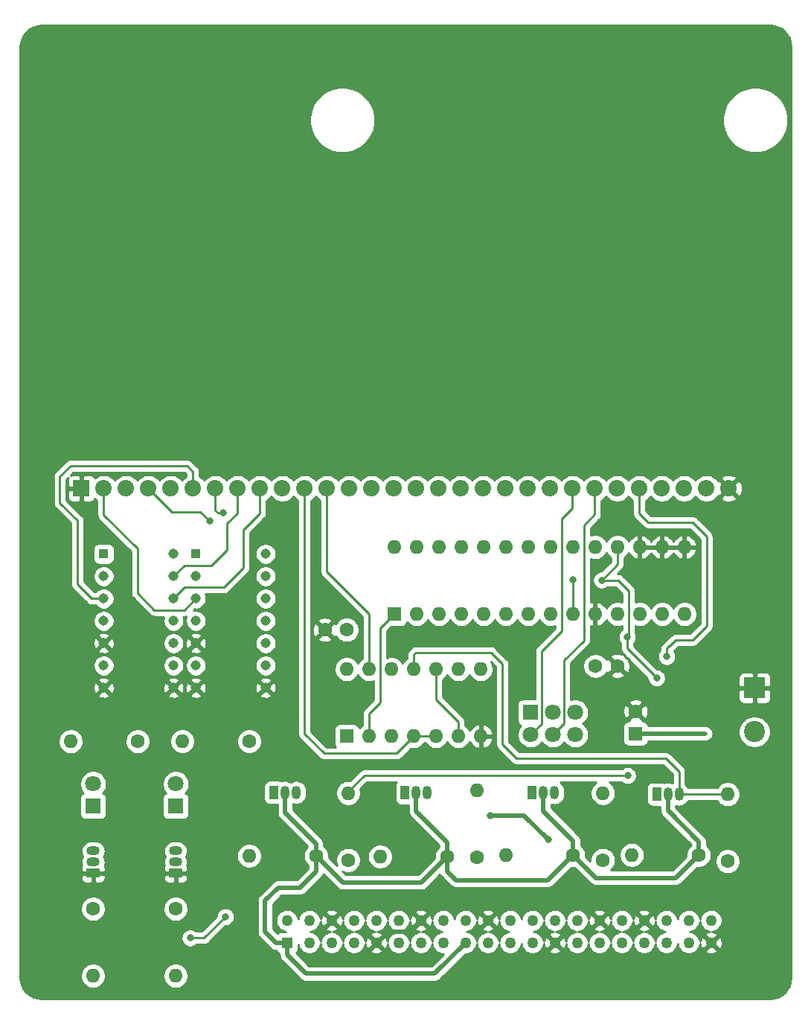
<source format=gbl>
G04 #@! TF.GenerationSoftware,KiCad,Pcbnew,(5.1.9)-1*
G04 #@! TF.CreationDate,2021-01-10T19:58:29-05:00*
G04 #@! TF.ProjectId,elf_fp,656c665f-6670-42e6-9b69-6361645f7063,rev?*
G04 #@! TF.SameCoordinates,Original*
G04 #@! TF.FileFunction,Copper,L2,Bot*
G04 #@! TF.FilePolarity,Positive*
%FSLAX46Y46*%
G04 Gerber Fmt 4.6, Leading zero omitted, Abs format (unit mm)*
G04 Created by KiCad (PCBNEW (5.1.9)-1) date 2021-01-10 19:58:29*
%MOMM*%
%LPD*%
G01*
G04 APERTURE LIST*
G04 #@! TA.AperFunction,ComponentPad*
%ADD10C,2.400000*%
G04 #@! TD*
G04 #@! TA.AperFunction,ComponentPad*
%ADD11R,2.400000X2.400000*%
G04 #@! TD*
G04 #@! TA.AperFunction,ComponentPad*
%ADD12C,1.140000*%
G04 #@! TD*
G04 #@! TA.AperFunction,ComponentPad*
%ADD13R,1.140000X1.140000*%
G04 #@! TD*
G04 #@! TA.AperFunction,ComponentPad*
%ADD14O,1.600000X1.600000*%
G04 #@! TD*
G04 #@! TA.AperFunction,ComponentPad*
%ADD15C,1.600000*%
G04 #@! TD*
G04 #@! TA.AperFunction,ComponentPad*
%ADD16R,1.050000X1.500000*%
G04 #@! TD*
G04 #@! TA.AperFunction,ComponentPad*
%ADD17O,1.050000X1.500000*%
G04 #@! TD*
G04 #@! TA.AperFunction,ComponentPad*
%ADD18R,1.500000X1.050000*%
G04 #@! TD*
G04 #@! TA.AperFunction,ComponentPad*
%ADD19O,1.500000X1.050000*%
G04 #@! TD*
G04 #@! TA.AperFunction,ComponentPad*
%ADD20C,1.275000*%
G04 #@! TD*
G04 #@! TA.AperFunction,ComponentPad*
%ADD21R,1.275000X1.275000*%
G04 #@! TD*
G04 #@! TA.AperFunction,ComponentPad*
%ADD22C,1.800000*%
G04 #@! TD*
G04 #@! TA.AperFunction,ComponentPad*
%ADD23R,1.800000X1.800000*%
G04 #@! TD*
G04 #@! TA.AperFunction,ComponentPad*
%ADD24R,1.600000X1.600000*%
G04 #@! TD*
G04 #@! TA.AperFunction,ComponentPad*
%ADD25C,1.875000*%
G04 #@! TD*
G04 #@! TA.AperFunction,ComponentPad*
%ADD26R,1.875000X1.875000*%
G04 #@! TD*
G04 #@! TA.AperFunction,ViaPad*
%ADD27C,0.800000*%
G04 #@! TD*
G04 #@! TA.AperFunction,Conductor*
%ADD28C,0.500000*%
G04 #@! TD*
G04 #@! TA.AperFunction,Conductor*
%ADD29C,0.250000*%
G04 #@! TD*
G04 #@! TA.AperFunction,Conductor*
%ADD30C,0.254000*%
G04 #@! TD*
G04 #@! TA.AperFunction,Conductor*
%ADD31C,0.100000*%
G04 #@! TD*
G04 APERTURE END LIST*
D10*
X182200000Y-100000000D03*
D11*
X182200000Y-95000000D03*
D12*
X126558000Y-79756000D03*
X126558000Y-82296000D03*
X126558000Y-84836000D03*
X126558000Y-87376000D03*
X126558000Y-89916000D03*
X126558000Y-92456000D03*
X126558000Y-94996000D03*
X118618000Y-94996000D03*
X118618000Y-92456000D03*
X118618000Y-89916000D03*
X118618000Y-87376000D03*
X118618000Y-84836000D03*
X118618000Y-82296000D03*
D13*
X118618000Y-79756000D03*
D12*
X116078000Y-79756000D03*
X116078000Y-82296000D03*
X116078000Y-84836000D03*
X116078000Y-87376000D03*
X116078000Y-89916000D03*
X116078000Y-92456000D03*
X116078000Y-94996000D03*
X108138000Y-94996000D03*
X108138000Y-92456000D03*
X108138000Y-89916000D03*
X108138000Y-87376000D03*
X108138000Y-84836000D03*
X108138000Y-82296000D03*
D13*
X108138000Y-79756000D03*
D14*
X164947600Y-106959400D03*
D15*
X164947600Y-114579400D03*
D14*
X179146200Y-107111800D03*
D15*
X179146200Y-114731800D03*
D14*
X150600000Y-106680000D03*
D15*
X150600000Y-114300000D03*
D14*
X135966200Y-106959400D03*
D15*
X135966200Y-114579400D03*
D14*
X153934000Y-114000000D03*
D15*
X161554000Y-114000000D03*
D14*
X168234000Y-114000000D03*
D15*
X175854000Y-114000000D03*
D14*
X139580000Y-114200000D03*
D15*
X147200000Y-114200000D03*
D14*
X124680000Y-114100000D03*
D15*
X132300000Y-114100000D03*
D14*
X104394000Y-101092000D03*
D15*
X112014000Y-101092000D03*
D14*
X106934000Y-127762000D03*
D15*
X106934000Y-120142000D03*
D14*
X117068600Y-101066600D03*
D15*
X124688600Y-101066600D03*
D14*
X116316000Y-127762000D03*
D15*
X116316000Y-120142000D03*
D16*
X156908000Y-106934000D03*
D17*
X159448000Y-106934000D03*
X158178000Y-106934000D03*
D16*
X171054000Y-107100000D03*
D17*
X173594000Y-107100000D03*
X172324000Y-107100000D03*
D16*
X127500000Y-106900000D03*
D17*
X130040000Y-106900000D03*
X128770000Y-106900000D03*
D18*
X106934000Y-116078000D03*
D19*
X106934000Y-113538000D03*
X106934000Y-114808000D03*
D20*
X177260000Y-121460000D03*
X177260000Y-124000000D03*
X174720000Y-121460000D03*
X174720000Y-124000000D03*
X172180000Y-121460000D03*
X172180000Y-124000000D03*
X169640000Y-121460000D03*
X169640000Y-124000000D03*
X167100000Y-121460000D03*
X167100000Y-124000000D03*
X164560000Y-121460000D03*
X164560000Y-124000000D03*
X162020000Y-121460000D03*
X162020000Y-124000000D03*
X159480000Y-121460000D03*
X159480000Y-124000000D03*
X156940000Y-121460000D03*
X156940000Y-124000000D03*
X154400000Y-121460000D03*
X154400000Y-124000000D03*
X151860000Y-121460000D03*
X151860000Y-124000000D03*
X149320000Y-121460000D03*
X149320000Y-124000000D03*
X146780000Y-121460000D03*
X146780000Y-124000000D03*
X144240000Y-121460000D03*
X144240000Y-124000000D03*
X141700000Y-121460000D03*
X141700000Y-124000000D03*
X139160000Y-121460000D03*
X139160000Y-124000000D03*
X136620000Y-121460000D03*
X136620000Y-124000000D03*
X134080000Y-121460000D03*
X134080000Y-124000000D03*
X131540000Y-121460000D03*
X131540000Y-124000000D03*
X129000000Y-121460000D03*
D21*
X129000000Y-124000000D03*
D22*
X161798000Y-100330000D03*
X161798000Y-97790000D03*
X159258000Y-100330000D03*
X159258000Y-97790000D03*
X156718000Y-100330000D03*
D23*
X156718000Y-97790000D03*
D22*
X106934000Y-105918000D03*
D23*
X106934000Y-108458000D03*
D22*
X116332000Y-105918000D03*
D23*
X116332000Y-108458000D03*
D15*
X133300000Y-88400000D03*
X135800000Y-88400000D03*
X166600000Y-92500000D03*
X164100000Y-92500000D03*
X168656000Y-97700000D03*
D24*
X168656000Y-100200000D03*
D14*
X141200000Y-78994000D03*
X174220000Y-86614000D03*
X143740000Y-78994000D03*
X171680000Y-86614000D03*
X146280000Y-78994000D03*
X169140000Y-86614000D03*
X148820000Y-78994000D03*
X166600000Y-86614000D03*
X151360000Y-78994000D03*
X164060000Y-86614000D03*
X153900000Y-78994000D03*
X161520000Y-86614000D03*
X156440000Y-78994000D03*
X158980000Y-86614000D03*
X158980000Y-78994000D03*
X156440000Y-86614000D03*
X161520000Y-78994000D03*
X153900000Y-86614000D03*
X164060000Y-78994000D03*
X151360000Y-86614000D03*
X166600000Y-78994000D03*
X148820000Y-86614000D03*
X169140000Y-78994000D03*
X146280000Y-86614000D03*
X171680000Y-78994000D03*
X143740000Y-86614000D03*
X174220000Y-78994000D03*
D24*
X141200000Y-86614000D03*
D14*
X135800000Y-92880000D03*
X151040000Y-100500000D03*
X138340000Y-92880000D03*
X148500000Y-100500000D03*
X140880000Y-92880000D03*
X145960000Y-100500000D03*
X143420000Y-92880000D03*
X143420000Y-100500000D03*
X145960000Y-92880000D03*
X140880000Y-100500000D03*
X148500000Y-92880000D03*
X138340000Y-100500000D03*
X151040000Y-92880000D03*
D24*
X135800000Y-100500000D03*
D16*
X142430000Y-106934000D03*
D17*
X144970000Y-106934000D03*
X143700000Y-106934000D03*
D18*
X116316000Y-116078000D03*
D19*
X116316000Y-113538000D03*
X116316000Y-114808000D03*
D25*
X179260000Y-72300000D03*
X176720000Y-72300000D03*
X174180000Y-72300000D03*
X171640000Y-72300000D03*
X169100000Y-72300000D03*
X166560000Y-72300000D03*
X164020000Y-72300000D03*
X161480000Y-72300000D03*
X158940000Y-72300000D03*
X156400000Y-72300000D03*
X153860000Y-72300000D03*
X151320000Y-72300000D03*
X148780000Y-72300000D03*
X146240000Y-72300000D03*
X143700000Y-72300000D03*
X141160000Y-72300000D03*
X138620000Y-72300000D03*
X136080000Y-72300000D03*
X133540000Y-72300000D03*
X131000000Y-72300000D03*
X128460000Y-72300000D03*
X125920000Y-72300000D03*
X123380000Y-72300000D03*
X120840000Y-72300000D03*
X118300000Y-72300000D03*
X115760000Y-72300000D03*
X113220000Y-72300000D03*
X110680000Y-72300000D03*
X108140000Y-72300000D03*
D26*
X105600000Y-72300000D03*
D27*
X117983000Y-123444000D03*
X121970800Y-121031000D03*
X161518600Y-82727800D03*
X164795200Y-82753200D03*
X167716200Y-89204800D03*
X171069000Y-93878400D03*
X152120600Y-109550200D03*
X158699200Y-112268000D03*
X172212000Y-91440000D03*
X121716800Y-75057000D03*
X120243600Y-76047600D03*
X167767000Y-104978200D03*
D28*
X144240000Y-121460000D02*
X142967200Y-122732800D01*
X142967200Y-122732800D02*
X140614400Y-122732800D01*
D29*
X148500000Y-100500000D02*
X148500000Y-98868400D01*
X145960000Y-96328400D02*
X145960000Y-92880000D01*
X148500000Y-98868400D02*
X145960000Y-96328400D01*
X145960000Y-100500000D02*
X143420000Y-100500000D01*
X131000000Y-94220800D02*
X131000000Y-72300000D01*
X143420000Y-100500000D02*
X141456400Y-102463600D01*
X141456400Y-102463600D02*
X133223000Y-102463600D01*
X131000000Y-100240600D02*
X131000000Y-94220800D01*
X133223000Y-102463600D02*
X131000000Y-100240600D01*
X138340000Y-97930800D02*
X138340000Y-100500000D01*
X139598400Y-96672400D02*
X138340000Y-97930800D01*
X139598400Y-88215600D02*
X139598400Y-96672400D01*
X141200000Y-86614000D02*
X139598400Y-88215600D01*
X119557800Y-123444000D02*
X121970800Y-121031000D01*
X117983000Y-123444000D02*
X119557800Y-123444000D01*
D28*
X168656000Y-100200000D02*
X176600000Y-100200000D01*
D29*
X161520000Y-82729200D02*
X161518600Y-82727800D01*
X161520000Y-86614000D02*
X161520000Y-82729200D01*
X166600000Y-80948400D02*
X166600000Y-78994000D01*
X164795200Y-82753200D02*
X166600000Y-80948400D01*
X164795200Y-82753200D02*
X166674800Y-82753200D01*
X166674800Y-82753200D02*
X167868600Y-83947000D01*
X167868600Y-89052400D02*
X167716200Y-89204800D01*
X167868600Y-83947000D02*
X167868600Y-89052400D01*
X167716200Y-90525600D02*
X171069000Y-93878400D01*
X167716200Y-89204800D02*
X167716200Y-90525600D01*
D28*
X155981400Y-109550200D02*
X158699200Y-112268000D01*
X152120600Y-109550200D02*
X155981400Y-109550200D01*
D29*
X164020000Y-75273400D02*
X164020000Y-72300000D01*
X162788600Y-76504800D02*
X164020000Y-75273400D01*
X162788600Y-89611200D02*
X162788600Y-76504800D01*
X160528000Y-91871800D02*
X162788600Y-89611200D01*
X160528000Y-99060000D02*
X160528000Y-91871800D01*
X159258000Y-100330000D02*
X160528000Y-99060000D01*
X161480000Y-74536800D02*
X161480000Y-72300000D01*
X160248600Y-88519000D02*
X160248600Y-75742800D01*
X157937200Y-96624198D02*
X157937200Y-90830400D01*
X157937200Y-90830400D02*
X160248600Y-88519000D01*
X157943001Y-96629999D02*
X157937200Y-96624198D01*
X157943001Y-99104999D02*
X157943001Y-96629999D01*
X156718000Y-100330000D02*
X157943001Y-99104999D01*
X160274000Y-75742800D02*
X161480000Y-74536800D01*
X160248600Y-75742800D02*
X160274000Y-75742800D01*
X172212000Y-90500200D02*
X172212000Y-91440000D01*
X172466000Y-90246200D02*
X172516800Y-90246200D01*
X172212000Y-90500200D02*
X172466000Y-90246200D01*
X172516800Y-90246200D02*
X173202600Y-89560400D01*
X173202600Y-89560400D02*
X175158400Y-89560400D01*
X175158400Y-89560400D02*
X176733200Y-87985600D01*
X176733200Y-87985600D02*
X176733200Y-77774800D01*
X176733200Y-77774800D02*
X175133000Y-76174600D01*
X175133000Y-76174600D02*
X170103800Y-76174600D01*
X169100000Y-75170800D02*
X169100000Y-72300000D01*
X170103800Y-76174600D02*
X169100000Y-75170800D01*
X138340000Y-92880000D02*
X138340000Y-86600200D01*
X133540000Y-81800200D02*
X133540000Y-72300000D01*
X138340000Y-86600200D02*
X133540000Y-81800200D01*
X116078000Y-84836000D02*
X117348000Y-83566000D01*
X117348000Y-83566000D02*
X121818400Y-83566000D01*
X121818400Y-83566000D02*
X124002800Y-81381600D01*
X124002800Y-81381600D02*
X124002800Y-77038200D01*
X125920000Y-75121000D02*
X125920000Y-72300000D01*
X124002800Y-77038200D02*
X125920000Y-75121000D01*
X116078000Y-82296000D02*
X117322600Y-81051400D01*
X117322600Y-81051400D02*
X120421400Y-81051400D01*
X120421400Y-81051400D02*
X122199400Y-79273400D01*
X122199400Y-79273400D02*
X122199400Y-76301600D01*
X123380000Y-75121000D02*
X123380000Y-72300000D01*
X122199400Y-76301600D02*
X123380000Y-75121000D01*
X121716800Y-75057000D02*
X121107200Y-75057000D01*
X120840000Y-74789800D02*
X120840000Y-72300000D01*
X121107200Y-75057000D02*
X120840000Y-74789800D01*
X108138000Y-84836000D02*
X106781600Y-84836000D01*
X106781600Y-84836000D02*
X105156000Y-83210400D01*
X105156000Y-83210400D02*
X105156000Y-75946000D01*
X105156000Y-75946000D02*
X103149400Y-73939400D01*
X103149400Y-73939400D02*
X103149400Y-70942200D01*
X103149400Y-70942200D02*
X104343200Y-69748400D01*
X104343200Y-69748400D02*
X117652800Y-69748400D01*
X118300000Y-70395600D02*
X118300000Y-72300000D01*
X117652800Y-69748400D02*
X118300000Y-70395600D01*
X120243600Y-76047600D02*
X119151400Y-74955400D01*
X115875400Y-74955400D02*
X113220000Y-72300000D01*
X119151400Y-74955400D02*
X115875400Y-74955400D01*
X118618000Y-84836000D02*
X117322600Y-86131400D01*
X117322600Y-86131400D02*
X113893600Y-86131400D01*
X113893600Y-86131400D02*
X111963200Y-84201000D01*
X111963200Y-84201000D02*
X111963200Y-79146400D01*
X108140000Y-75323200D02*
X108140000Y-72300000D01*
X111963200Y-79146400D02*
X108140000Y-75323200D01*
D28*
X132300000Y-114100000D02*
X132300000Y-112767400D01*
X128770000Y-109237400D02*
X128770000Y-106900000D01*
X132300000Y-112767400D02*
X128770000Y-109237400D01*
X147200000Y-114200000D02*
X147200000Y-112554400D01*
X143700000Y-109054400D02*
X143700000Y-106934000D01*
X147200000Y-112554400D02*
X143700000Y-109054400D01*
X161554000Y-114000000D02*
X161554000Y-112379600D01*
X158178000Y-109003600D02*
X158178000Y-106934000D01*
X161554000Y-112379600D02*
X158178000Y-109003600D01*
X175854000Y-114000000D02*
X175854000Y-112506400D01*
X172324000Y-108976400D02*
X172324000Y-107100000D01*
X175854000Y-112506400D02*
X172324000Y-108976400D01*
X161554000Y-114000000D02*
X164165400Y-116611400D01*
X173242600Y-116611400D02*
X175854000Y-114000000D01*
X164165400Y-116611400D02*
X173242600Y-116611400D01*
X147200000Y-114200000D02*
X147200000Y-115856400D01*
X147200000Y-115856400D02*
X148209000Y-116865400D01*
X158688600Y-116865400D02*
X161554000Y-114000000D01*
X148209000Y-116865400D02*
X158688600Y-116865400D01*
X132300000Y-115908800D02*
X132300000Y-114100000D01*
X130479800Y-117729000D02*
X132300000Y-115908800D01*
X127990600Y-117729000D02*
X130479800Y-117729000D01*
X126492000Y-119227600D02*
X127990600Y-117729000D01*
X126492000Y-122783600D02*
X126492000Y-119227600D01*
X127708400Y-124000000D02*
X126492000Y-122783600D01*
X129000000Y-124000000D02*
X127708400Y-124000000D01*
X132300000Y-114100000D02*
X135344800Y-117144800D01*
X144255200Y-117144800D02*
X147200000Y-114200000D01*
X135344800Y-117144800D02*
X144255200Y-117144800D01*
X129000000Y-124000000D02*
X129000000Y-125393200D01*
X129000000Y-125393200D02*
X131114800Y-127508000D01*
X145812000Y-127508000D02*
X149320000Y-124000000D01*
X131114800Y-127508000D02*
X145812000Y-127508000D01*
D29*
X137781800Y-104978200D02*
X136080000Y-106680000D01*
X167767000Y-104978200D02*
X137781800Y-104978200D01*
X143420000Y-92880000D02*
X143420000Y-91199800D01*
X143420000Y-91199800D02*
X143662400Y-90957400D01*
X143662400Y-90957400D02*
X152196800Y-90957400D01*
X152196800Y-90957400D02*
X153517600Y-92278200D01*
X153517600Y-92278200D02*
X153517600Y-101447600D01*
X153517600Y-101447600D02*
X155092400Y-103022400D01*
X155092400Y-103022400D02*
X172110400Y-103022400D01*
X173594000Y-104506000D02*
X173594000Y-107100000D01*
X172110400Y-103022400D02*
X173594000Y-104506000D01*
X179134400Y-107100000D02*
X179146200Y-107111800D01*
X173594000Y-107100000D02*
X179134400Y-107100000D01*
D30*
X184453893Y-19707670D02*
X184890498Y-19839489D01*
X185293185Y-20053600D01*
X185646612Y-20341848D01*
X185937327Y-20693261D01*
X186154242Y-21094439D01*
X186289106Y-21530113D01*
X186340001Y-22014353D01*
X186340000Y-127967721D01*
X186292330Y-128453894D01*
X186160512Y-128890497D01*
X185946399Y-129293186D01*
X185658150Y-129646613D01*
X185306739Y-129937327D01*
X184905564Y-130154240D01*
X184469886Y-130289106D01*
X183985664Y-130340000D01*
X101032279Y-130340000D01*
X100546106Y-130292330D01*
X100109503Y-130160512D01*
X99706814Y-129946399D01*
X99353387Y-129658150D01*
X99062673Y-129306739D01*
X98845760Y-128905564D01*
X98710894Y-128469886D01*
X98660000Y-127985664D01*
X98660000Y-127620665D01*
X105499000Y-127620665D01*
X105499000Y-127903335D01*
X105554147Y-128180574D01*
X105662320Y-128441727D01*
X105819363Y-128676759D01*
X106019241Y-128876637D01*
X106254273Y-129033680D01*
X106515426Y-129141853D01*
X106792665Y-129197000D01*
X107075335Y-129197000D01*
X107352574Y-129141853D01*
X107613727Y-129033680D01*
X107848759Y-128876637D01*
X108048637Y-128676759D01*
X108205680Y-128441727D01*
X108313853Y-128180574D01*
X108369000Y-127903335D01*
X108369000Y-127620665D01*
X114881000Y-127620665D01*
X114881000Y-127903335D01*
X114936147Y-128180574D01*
X115044320Y-128441727D01*
X115201363Y-128676759D01*
X115401241Y-128876637D01*
X115636273Y-129033680D01*
X115897426Y-129141853D01*
X116174665Y-129197000D01*
X116457335Y-129197000D01*
X116734574Y-129141853D01*
X116995727Y-129033680D01*
X117230759Y-128876637D01*
X117430637Y-128676759D01*
X117587680Y-128441727D01*
X117695853Y-128180574D01*
X117751000Y-127903335D01*
X117751000Y-127620665D01*
X117695853Y-127343426D01*
X117587680Y-127082273D01*
X117430637Y-126847241D01*
X117230759Y-126647363D01*
X116995727Y-126490320D01*
X116734574Y-126382147D01*
X116457335Y-126327000D01*
X116174665Y-126327000D01*
X115897426Y-126382147D01*
X115636273Y-126490320D01*
X115401241Y-126647363D01*
X115201363Y-126847241D01*
X115044320Y-127082273D01*
X114936147Y-127343426D01*
X114881000Y-127620665D01*
X108369000Y-127620665D01*
X108313853Y-127343426D01*
X108205680Y-127082273D01*
X108048637Y-126847241D01*
X107848759Y-126647363D01*
X107613727Y-126490320D01*
X107352574Y-126382147D01*
X107075335Y-126327000D01*
X106792665Y-126327000D01*
X106515426Y-126382147D01*
X106254273Y-126490320D01*
X106019241Y-126647363D01*
X105819363Y-126847241D01*
X105662320Y-127082273D01*
X105554147Y-127343426D01*
X105499000Y-127620665D01*
X98660000Y-127620665D01*
X98660000Y-123342061D01*
X116948000Y-123342061D01*
X116948000Y-123545939D01*
X116987774Y-123745898D01*
X117065795Y-123934256D01*
X117179063Y-124103774D01*
X117323226Y-124247937D01*
X117492744Y-124361205D01*
X117681102Y-124439226D01*
X117881061Y-124479000D01*
X118084939Y-124479000D01*
X118284898Y-124439226D01*
X118473256Y-124361205D01*
X118642774Y-124247937D01*
X118686711Y-124204000D01*
X119520478Y-124204000D01*
X119557800Y-124207676D01*
X119595122Y-124204000D01*
X119595133Y-124204000D01*
X119706786Y-124193003D01*
X119850047Y-124149546D01*
X119982076Y-124078974D01*
X120097801Y-123984001D01*
X120121604Y-123954997D01*
X122010602Y-122066000D01*
X122072739Y-122066000D01*
X122272698Y-122026226D01*
X122461056Y-121948205D01*
X122630574Y-121834937D01*
X122774737Y-121690774D01*
X122888005Y-121521256D01*
X122966026Y-121332898D01*
X123005800Y-121132939D01*
X123005800Y-120929061D01*
X122966026Y-120729102D01*
X122888005Y-120540744D01*
X122774737Y-120371226D01*
X122630574Y-120227063D01*
X122461056Y-120113795D01*
X122272698Y-120035774D01*
X122072739Y-119996000D01*
X121868861Y-119996000D01*
X121668902Y-120035774D01*
X121480544Y-120113795D01*
X121311026Y-120227063D01*
X121166863Y-120371226D01*
X121053595Y-120540744D01*
X120975574Y-120729102D01*
X120935800Y-120929061D01*
X120935800Y-120991198D01*
X119242999Y-122684000D01*
X118686711Y-122684000D01*
X118642774Y-122640063D01*
X118473256Y-122526795D01*
X118284898Y-122448774D01*
X118084939Y-122409000D01*
X117881061Y-122409000D01*
X117681102Y-122448774D01*
X117492744Y-122526795D01*
X117323226Y-122640063D01*
X117179063Y-122784226D01*
X117065795Y-122953744D01*
X116987774Y-123142102D01*
X116948000Y-123342061D01*
X98660000Y-123342061D01*
X98660000Y-120000665D01*
X105499000Y-120000665D01*
X105499000Y-120283335D01*
X105554147Y-120560574D01*
X105662320Y-120821727D01*
X105819363Y-121056759D01*
X106019241Y-121256637D01*
X106254273Y-121413680D01*
X106515426Y-121521853D01*
X106792665Y-121577000D01*
X107075335Y-121577000D01*
X107352574Y-121521853D01*
X107613727Y-121413680D01*
X107848759Y-121256637D01*
X108048637Y-121056759D01*
X108205680Y-120821727D01*
X108313853Y-120560574D01*
X108369000Y-120283335D01*
X108369000Y-120000665D01*
X114881000Y-120000665D01*
X114881000Y-120283335D01*
X114936147Y-120560574D01*
X115044320Y-120821727D01*
X115201363Y-121056759D01*
X115401241Y-121256637D01*
X115636273Y-121413680D01*
X115897426Y-121521853D01*
X116174665Y-121577000D01*
X116457335Y-121577000D01*
X116734574Y-121521853D01*
X116995727Y-121413680D01*
X117230759Y-121256637D01*
X117430637Y-121056759D01*
X117587680Y-120821727D01*
X117695853Y-120560574D01*
X117751000Y-120283335D01*
X117751000Y-120000665D01*
X117695853Y-119723426D01*
X117587680Y-119462273D01*
X117430637Y-119227241D01*
X117230759Y-119027363D01*
X116995727Y-118870320D01*
X116734574Y-118762147D01*
X116457335Y-118707000D01*
X116174665Y-118707000D01*
X115897426Y-118762147D01*
X115636273Y-118870320D01*
X115401241Y-119027363D01*
X115201363Y-119227241D01*
X115044320Y-119462273D01*
X114936147Y-119723426D01*
X114881000Y-120000665D01*
X108369000Y-120000665D01*
X108313853Y-119723426D01*
X108205680Y-119462273D01*
X108048637Y-119227241D01*
X107848759Y-119027363D01*
X107613727Y-118870320D01*
X107352574Y-118762147D01*
X107075335Y-118707000D01*
X106792665Y-118707000D01*
X106515426Y-118762147D01*
X106254273Y-118870320D01*
X106019241Y-119027363D01*
X105819363Y-119227241D01*
X105662320Y-119462273D01*
X105554147Y-119723426D01*
X105499000Y-120000665D01*
X98660000Y-120000665D01*
X98660000Y-116603000D01*
X105545928Y-116603000D01*
X105558188Y-116727482D01*
X105594498Y-116847180D01*
X105653463Y-116957494D01*
X105732815Y-117054185D01*
X105829506Y-117133537D01*
X105939820Y-117192502D01*
X106059518Y-117228812D01*
X106184000Y-117241072D01*
X106648250Y-117238000D01*
X106807000Y-117079250D01*
X106807000Y-116205000D01*
X107061000Y-116205000D01*
X107061000Y-117079250D01*
X107219750Y-117238000D01*
X107684000Y-117241072D01*
X107808482Y-117228812D01*
X107928180Y-117192502D01*
X108038494Y-117133537D01*
X108135185Y-117054185D01*
X108214537Y-116957494D01*
X108273502Y-116847180D01*
X108309812Y-116727482D01*
X108322072Y-116603000D01*
X114927928Y-116603000D01*
X114940188Y-116727482D01*
X114976498Y-116847180D01*
X115035463Y-116957494D01*
X115114815Y-117054185D01*
X115211506Y-117133537D01*
X115321820Y-117192502D01*
X115441518Y-117228812D01*
X115566000Y-117241072D01*
X116030250Y-117238000D01*
X116189000Y-117079250D01*
X116189000Y-116205000D01*
X116443000Y-116205000D01*
X116443000Y-117079250D01*
X116601750Y-117238000D01*
X117066000Y-117241072D01*
X117190482Y-117228812D01*
X117310180Y-117192502D01*
X117420494Y-117133537D01*
X117517185Y-117054185D01*
X117596537Y-116957494D01*
X117655502Y-116847180D01*
X117691812Y-116727482D01*
X117704072Y-116603000D01*
X117701000Y-116363750D01*
X117542250Y-116205000D01*
X116443000Y-116205000D01*
X116189000Y-116205000D01*
X115089750Y-116205000D01*
X114931000Y-116363750D01*
X114927928Y-116603000D01*
X108322072Y-116603000D01*
X108319000Y-116363750D01*
X108160250Y-116205000D01*
X107061000Y-116205000D01*
X106807000Y-116205000D01*
X105707750Y-116205000D01*
X105549000Y-116363750D01*
X105545928Y-116603000D01*
X98660000Y-116603000D01*
X98660000Y-113538000D01*
X105543388Y-113538000D01*
X105565785Y-113765400D01*
X105632115Y-113984060D01*
X105733105Y-114173000D01*
X105632115Y-114361940D01*
X105565785Y-114580600D01*
X105543388Y-114808000D01*
X105565785Y-115035400D01*
X105629093Y-115244098D01*
X105594498Y-115308820D01*
X105558188Y-115428518D01*
X105545928Y-115553000D01*
X105549000Y-115792250D01*
X105707750Y-115951000D01*
X106480891Y-115951000D01*
X106481600Y-115951215D01*
X106652021Y-115968000D01*
X107215979Y-115968000D01*
X107386400Y-115951215D01*
X107387109Y-115951000D01*
X108160250Y-115951000D01*
X108319000Y-115792250D01*
X108322072Y-115553000D01*
X108309812Y-115428518D01*
X108273502Y-115308820D01*
X108238907Y-115244098D01*
X108302215Y-115035400D01*
X108324612Y-114808000D01*
X108302215Y-114580600D01*
X108235885Y-114361940D01*
X108134895Y-114173000D01*
X108235885Y-113984060D01*
X108302215Y-113765400D01*
X108324612Y-113538000D01*
X114925388Y-113538000D01*
X114947785Y-113765400D01*
X115014115Y-113984060D01*
X115115105Y-114173000D01*
X115014115Y-114361940D01*
X114947785Y-114580600D01*
X114925388Y-114808000D01*
X114947785Y-115035400D01*
X115011093Y-115244098D01*
X114976498Y-115308820D01*
X114940188Y-115428518D01*
X114927928Y-115553000D01*
X114931000Y-115792250D01*
X115089750Y-115951000D01*
X115862891Y-115951000D01*
X115863600Y-115951215D01*
X116034021Y-115968000D01*
X116597979Y-115968000D01*
X116768400Y-115951215D01*
X116769109Y-115951000D01*
X117542250Y-115951000D01*
X117701000Y-115792250D01*
X117704072Y-115553000D01*
X117691812Y-115428518D01*
X117655502Y-115308820D01*
X117620907Y-115244098D01*
X117684215Y-115035400D01*
X117706612Y-114808000D01*
X117684215Y-114580600D01*
X117617885Y-114361940D01*
X117516895Y-114173000D01*
X117617885Y-113984060D01*
X117625588Y-113958665D01*
X123245000Y-113958665D01*
X123245000Y-114241335D01*
X123300147Y-114518574D01*
X123408320Y-114779727D01*
X123565363Y-115014759D01*
X123765241Y-115214637D01*
X124000273Y-115371680D01*
X124261426Y-115479853D01*
X124538665Y-115535000D01*
X124821335Y-115535000D01*
X125098574Y-115479853D01*
X125359727Y-115371680D01*
X125594759Y-115214637D01*
X125794637Y-115014759D01*
X125951680Y-114779727D01*
X126059853Y-114518574D01*
X126115000Y-114241335D01*
X126115000Y-113958665D01*
X126059853Y-113681426D01*
X125951680Y-113420273D01*
X125794637Y-113185241D01*
X125594759Y-112985363D01*
X125359727Y-112828320D01*
X125098574Y-112720147D01*
X124821335Y-112665000D01*
X124538665Y-112665000D01*
X124261426Y-112720147D01*
X124000273Y-112828320D01*
X123765241Y-112985363D01*
X123565363Y-113185241D01*
X123408320Y-113420273D01*
X123300147Y-113681426D01*
X123245000Y-113958665D01*
X117625588Y-113958665D01*
X117684215Y-113765400D01*
X117706612Y-113538000D01*
X117684215Y-113310600D01*
X117617885Y-113091940D01*
X117510171Y-112890421D01*
X117365212Y-112713788D01*
X117188579Y-112568829D01*
X116987060Y-112461115D01*
X116768400Y-112394785D01*
X116597979Y-112378000D01*
X116034021Y-112378000D01*
X115863600Y-112394785D01*
X115644940Y-112461115D01*
X115443421Y-112568829D01*
X115266788Y-112713788D01*
X115121829Y-112890421D01*
X115014115Y-113091940D01*
X114947785Y-113310600D01*
X114925388Y-113538000D01*
X108324612Y-113538000D01*
X108302215Y-113310600D01*
X108235885Y-113091940D01*
X108128171Y-112890421D01*
X107983212Y-112713788D01*
X107806579Y-112568829D01*
X107605060Y-112461115D01*
X107386400Y-112394785D01*
X107215979Y-112378000D01*
X106652021Y-112378000D01*
X106481600Y-112394785D01*
X106262940Y-112461115D01*
X106061421Y-112568829D01*
X105884788Y-112713788D01*
X105739829Y-112890421D01*
X105632115Y-113091940D01*
X105565785Y-113310600D01*
X105543388Y-113538000D01*
X98660000Y-113538000D01*
X98660000Y-107558000D01*
X105395928Y-107558000D01*
X105395928Y-109358000D01*
X105408188Y-109482482D01*
X105444498Y-109602180D01*
X105503463Y-109712494D01*
X105582815Y-109809185D01*
X105679506Y-109888537D01*
X105789820Y-109947502D01*
X105909518Y-109983812D01*
X106034000Y-109996072D01*
X107834000Y-109996072D01*
X107958482Y-109983812D01*
X108078180Y-109947502D01*
X108188494Y-109888537D01*
X108285185Y-109809185D01*
X108364537Y-109712494D01*
X108423502Y-109602180D01*
X108459812Y-109482482D01*
X108472072Y-109358000D01*
X108472072Y-107558000D01*
X114793928Y-107558000D01*
X114793928Y-109358000D01*
X114806188Y-109482482D01*
X114842498Y-109602180D01*
X114901463Y-109712494D01*
X114980815Y-109809185D01*
X115077506Y-109888537D01*
X115187820Y-109947502D01*
X115307518Y-109983812D01*
X115432000Y-109996072D01*
X117232000Y-109996072D01*
X117356482Y-109983812D01*
X117476180Y-109947502D01*
X117586494Y-109888537D01*
X117683185Y-109809185D01*
X117762537Y-109712494D01*
X117821502Y-109602180D01*
X117857812Y-109482482D01*
X117870072Y-109358000D01*
X117870072Y-107558000D01*
X117857812Y-107433518D01*
X117821502Y-107313820D01*
X117762537Y-107203506D01*
X117683185Y-107106815D01*
X117586494Y-107027463D01*
X117476180Y-106968498D01*
X117457873Y-106962944D01*
X117524312Y-106896505D01*
X117692299Y-106645095D01*
X117808011Y-106365743D01*
X117867000Y-106069184D01*
X117867000Y-105766816D01*
X117808011Y-105470257D01*
X117692299Y-105190905D01*
X117524312Y-104939495D01*
X117310505Y-104725688D01*
X117059095Y-104557701D01*
X116779743Y-104441989D01*
X116483184Y-104383000D01*
X116180816Y-104383000D01*
X115884257Y-104441989D01*
X115604905Y-104557701D01*
X115353495Y-104725688D01*
X115139688Y-104939495D01*
X114971701Y-105190905D01*
X114855989Y-105470257D01*
X114797000Y-105766816D01*
X114797000Y-106069184D01*
X114855989Y-106365743D01*
X114971701Y-106645095D01*
X115139688Y-106896505D01*
X115206127Y-106962944D01*
X115187820Y-106968498D01*
X115077506Y-107027463D01*
X114980815Y-107106815D01*
X114901463Y-107203506D01*
X114842498Y-107313820D01*
X114806188Y-107433518D01*
X114793928Y-107558000D01*
X108472072Y-107558000D01*
X108459812Y-107433518D01*
X108423502Y-107313820D01*
X108364537Y-107203506D01*
X108285185Y-107106815D01*
X108188494Y-107027463D01*
X108078180Y-106968498D01*
X108059873Y-106962944D01*
X108126312Y-106896505D01*
X108294299Y-106645095D01*
X108410011Y-106365743D01*
X108469000Y-106069184D01*
X108469000Y-105766816D01*
X108410011Y-105470257D01*
X108294299Y-105190905D01*
X108126312Y-104939495D01*
X107912505Y-104725688D01*
X107661095Y-104557701D01*
X107381743Y-104441989D01*
X107085184Y-104383000D01*
X106782816Y-104383000D01*
X106486257Y-104441989D01*
X106206905Y-104557701D01*
X105955495Y-104725688D01*
X105741688Y-104939495D01*
X105573701Y-105190905D01*
X105457989Y-105470257D01*
X105399000Y-105766816D01*
X105399000Y-106069184D01*
X105457989Y-106365743D01*
X105573701Y-106645095D01*
X105741688Y-106896505D01*
X105808127Y-106962944D01*
X105789820Y-106968498D01*
X105679506Y-107027463D01*
X105582815Y-107106815D01*
X105503463Y-107203506D01*
X105444498Y-107313820D01*
X105408188Y-107433518D01*
X105395928Y-107558000D01*
X98660000Y-107558000D01*
X98660000Y-100950665D01*
X102959000Y-100950665D01*
X102959000Y-101233335D01*
X103014147Y-101510574D01*
X103122320Y-101771727D01*
X103279363Y-102006759D01*
X103479241Y-102206637D01*
X103714273Y-102363680D01*
X103975426Y-102471853D01*
X104252665Y-102527000D01*
X104535335Y-102527000D01*
X104812574Y-102471853D01*
X105073727Y-102363680D01*
X105308759Y-102206637D01*
X105508637Y-102006759D01*
X105665680Y-101771727D01*
X105773853Y-101510574D01*
X105829000Y-101233335D01*
X105829000Y-100950665D01*
X110579000Y-100950665D01*
X110579000Y-101233335D01*
X110634147Y-101510574D01*
X110742320Y-101771727D01*
X110899363Y-102006759D01*
X111099241Y-102206637D01*
X111334273Y-102363680D01*
X111595426Y-102471853D01*
X111872665Y-102527000D01*
X112155335Y-102527000D01*
X112432574Y-102471853D01*
X112693727Y-102363680D01*
X112928759Y-102206637D01*
X113128637Y-102006759D01*
X113285680Y-101771727D01*
X113393853Y-101510574D01*
X113449000Y-101233335D01*
X113449000Y-100950665D01*
X113443948Y-100925265D01*
X115633600Y-100925265D01*
X115633600Y-101207935D01*
X115688747Y-101485174D01*
X115796920Y-101746327D01*
X115953963Y-101981359D01*
X116153841Y-102181237D01*
X116388873Y-102338280D01*
X116650026Y-102446453D01*
X116927265Y-102501600D01*
X117209935Y-102501600D01*
X117487174Y-102446453D01*
X117748327Y-102338280D01*
X117983359Y-102181237D01*
X118183237Y-101981359D01*
X118340280Y-101746327D01*
X118448453Y-101485174D01*
X118503600Y-101207935D01*
X118503600Y-100925265D01*
X123253600Y-100925265D01*
X123253600Y-101207935D01*
X123308747Y-101485174D01*
X123416920Y-101746327D01*
X123573963Y-101981359D01*
X123773841Y-102181237D01*
X124008873Y-102338280D01*
X124270026Y-102446453D01*
X124547265Y-102501600D01*
X124829935Y-102501600D01*
X125107174Y-102446453D01*
X125368327Y-102338280D01*
X125603359Y-102181237D01*
X125803237Y-101981359D01*
X125960280Y-101746327D01*
X126068453Y-101485174D01*
X126123600Y-101207935D01*
X126123600Y-100925265D01*
X126068453Y-100648026D01*
X125960280Y-100386873D01*
X125803237Y-100151841D01*
X125603359Y-99951963D01*
X125368327Y-99794920D01*
X125107174Y-99686747D01*
X124829935Y-99631600D01*
X124547265Y-99631600D01*
X124270026Y-99686747D01*
X124008873Y-99794920D01*
X123773841Y-99951963D01*
X123573963Y-100151841D01*
X123416920Y-100386873D01*
X123308747Y-100648026D01*
X123253600Y-100925265D01*
X118503600Y-100925265D01*
X118448453Y-100648026D01*
X118340280Y-100386873D01*
X118183237Y-100151841D01*
X117983359Y-99951963D01*
X117748327Y-99794920D01*
X117487174Y-99686747D01*
X117209935Y-99631600D01*
X116927265Y-99631600D01*
X116650026Y-99686747D01*
X116388873Y-99794920D01*
X116153841Y-99951963D01*
X115953963Y-100151841D01*
X115796920Y-100386873D01*
X115688747Y-100648026D01*
X115633600Y-100925265D01*
X113443948Y-100925265D01*
X113393853Y-100673426D01*
X113285680Y-100412273D01*
X113128637Y-100177241D01*
X112928759Y-99977363D01*
X112693727Y-99820320D01*
X112432574Y-99712147D01*
X112155335Y-99657000D01*
X111872665Y-99657000D01*
X111595426Y-99712147D01*
X111334273Y-99820320D01*
X111099241Y-99977363D01*
X110899363Y-100177241D01*
X110742320Y-100412273D01*
X110634147Y-100673426D01*
X110579000Y-100950665D01*
X105829000Y-100950665D01*
X105773853Y-100673426D01*
X105665680Y-100412273D01*
X105508637Y-100177241D01*
X105308759Y-99977363D01*
X105073727Y-99820320D01*
X104812574Y-99712147D01*
X104535335Y-99657000D01*
X104252665Y-99657000D01*
X103975426Y-99712147D01*
X103714273Y-99820320D01*
X103479241Y-99977363D01*
X103279363Y-100177241D01*
X103122320Y-100412273D01*
X103014147Y-100673426D01*
X102959000Y-100950665D01*
X98660000Y-100950665D01*
X98660000Y-95824296D01*
X107489309Y-95824296D01*
X107532963Y-96044827D01*
X107749204Y-96142711D01*
X107980387Y-96196527D01*
X108217627Y-96204208D01*
X108451807Y-96165458D01*
X108673928Y-96081767D01*
X108743037Y-96044827D01*
X108786691Y-95824296D01*
X115429309Y-95824296D01*
X115472963Y-96044827D01*
X115689204Y-96142711D01*
X115920387Y-96196527D01*
X116157627Y-96204208D01*
X116391807Y-96165458D01*
X116613928Y-96081767D01*
X116683037Y-96044827D01*
X116726691Y-95824296D01*
X117969309Y-95824296D01*
X118012963Y-96044827D01*
X118229204Y-96142711D01*
X118460387Y-96196527D01*
X118697627Y-96204208D01*
X118931807Y-96165458D01*
X119153928Y-96081767D01*
X119223037Y-96044827D01*
X119266691Y-95824296D01*
X125909309Y-95824296D01*
X125952963Y-96044827D01*
X126169204Y-96142711D01*
X126400387Y-96196527D01*
X126637627Y-96204208D01*
X126871807Y-96165458D01*
X127093928Y-96081767D01*
X127163037Y-96044827D01*
X127206691Y-95824296D01*
X126558000Y-95175605D01*
X125909309Y-95824296D01*
X119266691Y-95824296D01*
X118618000Y-95175605D01*
X117969309Y-95824296D01*
X116726691Y-95824296D01*
X116078000Y-95175605D01*
X115429309Y-95824296D01*
X108786691Y-95824296D01*
X108138000Y-95175605D01*
X107489309Y-95824296D01*
X98660000Y-95824296D01*
X98660000Y-95075627D01*
X106929792Y-95075627D01*
X106968542Y-95309807D01*
X107052233Y-95531928D01*
X107089173Y-95601037D01*
X107309704Y-95644691D01*
X107958395Y-94996000D01*
X108317605Y-94996000D01*
X108966296Y-95644691D01*
X109186827Y-95601037D01*
X109284711Y-95384796D01*
X109338527Y-95153613D01*
X109341051Y-95075627D01*
X114869792Y-95075627D01*
X114908542Y-95309807D01*
X114992233Y-95531928D01*
X115029173Y-95601037D01*
X115249704Y-95644691D01*
X115898395Y-94996000D01*
X116257605Y-94996000D01*
X116906296Y-95644691D01*
X117126827Y-95601037D01*
X117224711Y-95384796D01*
X117278527Y-95153613D01*
X117281051Y-95075627D01*
X117409792Y-95075627D01*
X117448542Y-95309807D01*
X117532233Y-95531928D01*
X117569173Y-95601037D01*
X117789704Y-95644691D01*
X118438395Y-94996000D01*
X118797605Y-94996000D01*
X119446296Y-95644691D01*
X119666827Y-95601037D01*
X119764711Y-95384796D01*
X119818527Y-95153613D01*
X119821051Y-95075627D01*
X125349792Y-95075627D01*
X125388542Y-95309807D01*
X125472233Y-95531928D01*
X125509173Y-95601037D01*
X125729704Y-95644691D01*
X126378395Y-94996000D01*
X126737605Y-94996000D01*
X127386296Y-95644691D01*
X127606827Y-95601037D01*
X127704711Y-95384796D01*
X127758527Y-95153613D01*
X127766208Y-94916373D01*
X127727458Y-94682193D01*
X127643767Y-94460072D01*
X127606827Y-94390963D01*
X127386296Y-94347309D01*
X126737605Y-94996000D01*
X126378395Y-94996000D01*
X125729704Y-94347309D01*
X125509173Y-94390963D01*
X125411289Y-94607204D01*
X125357473Y-94838387D01*
X125349792Y-95075627D01*
X119821051Y-95075627D01*
X119826208Y-94916373D01*
X119787458Y-94682193D01*
X119703767Y-94460072D01*
X119666827Y-94390963D01*
X119446296Y-94347309D01*
X118797605Y-94996000D01*
X118438395Y-94996000D01*
X117789704Y-94347309D01*
X117569173Y-94390963D01*
X117471289Y-94607204D01*
X117417473Y-94838387D01*
X117409792Y-95075627D01*
X117281051Y-95075627D01*
X117286208Y-94916373D01*
X117247458Y-94682193D01*
X117163767Y-94460072D01*
X117126827Y-94390963D01*
X116906296Y-94347309D01*
X116257605Y-94996000D01*
X115898395Y-94996000D01*
X115249704Y-94347309D01*
X115029173Y-94390963D01*
X114931289Y-94607204D01*
X114877473Y-94838387D01*
X114869792Y-95075627D01*
X109341051Y-95075627D01*
X109346208Y-94916373D01*
X109307458Y-94682193D01*
X109223767Y-94460072D01*
X109186827Y-94390963D01*
X108966296Y-94347309D01*
X108317605Y-94996000D01*
X107958395Y-94996000D01*
X107309704Y-94347309D01*
X107089173Y-94390963D01*
X106991289Y-94607204D01*
X106937473Y-94838387D01*
X106929792Y-95075627D01*
X98660000Y-95075627D01*
X98660000Y-94167704D01*
X107489309Y-94167704D01*
X108138000Y-94816395D01*
X108786691Y-94167704D01*
X115429309Y-94167704D01*
X116078000Y-94816395D01*
X116726691Y-94167704D01*
X117969309Y-94167704D01*
X118618000Y-94816395D01*
X119266691Y-94167704D01*
X125909309Y-94167704D01*
X126558000Y-94816395D01*
X127206691Y-94167704D01*
X127163037Y-93947173D01*
X126946796Y-93849289D01*
X126715613Y-93795473D01*
X126478373Y-93787792D01*
X126244193Y-93826542D01*
X126022072Y-93910233D01*
X125952963Y-93947173D01*
X125909309Y-94167704D01*
X119266691Y-94167704D01*
X119223037Y-93947173D01*
X119006796Y-93849289D01*
X118775613Y-93795473D01*
X118538373Y-93787792D01*
X118304193Y-93826542D01*
X118082072Y-93910233D01*
X118012963Y-93947173D01*
X117969309Y-94167704D01*
X116726691Y-94167704D01*
X116683037Y-93947173D01*
X116466796Y-93849289D01*
X116235613Y-93795473D01*
X115998373Y-93787792D01*
X115764193Y-93826542D01*
X115542072Y-93910233D01*
X115472963Y-93947173D01*
X115429309Y-94167704D01*
X108786691Y-94167704D01*
X108743037Y-93947173D01*
X108526796Y-93849289D01*
X108295613Y-93795473D01*
X108058373Y-93787792D01*
X107824193Y-93826542D01*
X107602072Y-93910233D01*
X107532963Y-93947173D01*
X107489309Y-94167704D01*
X98660000Y-94167704D01*
X98660000Y-92337318D01*
X106933000Y-92337318D01*
X106933000Y-92574682D01*
X106979308Y-92807485D01*
X107070143Y-93026781D01*
X107202016Y-93224142D01*
X107369858Y-93391984D01*
X107567219Y-93523857D01*
X107786515Y-93614692D01*
X108019318Y-93661000D01*
X108256682Y-93661000D01*
X108489485Y-93614692D01*
X108708781Y-93523857D01*
X108906142Y-93391984D01*
X109073984Y-93224142D01*
X109205857Y-93026781D01*
X109296692Y-92807485D01*
X109343000Y-92574682D01*
X109343000Y-92337318D01*
X114873000Y-92337318D01*
X114873000Y-92574682D01*
X114919308Y-92807485D01*
X115010143Y-93026781D01*
X115142016Y-93224142D01*
X115309858Y-93391984D01*
X115507219Y-93523857D01*
X115726515Y-93614692D01*
X115959318Y-93661000D01*
X116196682Y-93661000D01*
X116429485Y-93614692D01*
X116648781Y-93523857D01*
X116846142Y-93391984D01*
X117013984Y-93224142D01*
X117145857Y-93026781D01*
X117236692Y-92807485D01*
X117283000Y-92574682D01*
X117283000Y-92337318D01*
X117413000Y-92337318D01*
X117413000Y-92574682D01*
X117459308Y-92807485D01*
X117550143Y-93026781D01*
X117682016Y-93224142D01*
X117849858Y-93391984D01*
X118047219Y-93523857D01*
X118266515Y-93614692D01*
X118499318Y-93661000D01*
X118736682Y-93661000D01*
X118969485Y-93614692D01*
X119188781Y-93523857D01*
X119386142Y-93391984D01*
X119553984Y-93224142D01*
X119685857Y-93026781D01*
X119776692Y-92807485D01*
X119823000Y-92574682D01*
X119823000Y-92337318D01*
X125353000Y-92337318D01*
X125353000Y-92574682D01*
X125399308Y-92807485D01*
X125490143Y-93026781D01*
X125622016Y-93224142D01*
X125789858Y-93391984D01*
X125987219Y-93523857D01*
X126206515Y-93614692D01*
X126439318Y-93661000D01*
X126676682Y-93661000D01*
X126909485Y-93614692D01*
X127128781Y-93523857D01*
X127326142Y-93391984D01*
X127493984Y-93224142D01*
X127625857Y-93026781D01*
X127716692Y-92807485D01*
X127763000Y-92574682D01*
X127763000Y-92337318D01*
X127716692Y-92104515D01*
X127625857Y-91885219D01*
X127493984Y-91687858D01*
X127326142Y-91520016D01*
X127128781Y-91388143D01*
X126909485Y-91297308D01*
X126676682Y-91251000D01*
X126439318Y-91251000D01*
X126206515Y-91297308D01*
X125987219Y-91388143D01*
X125789858Y-91520016D01*
X125622016Y-91687858D01*
X125490143Y-91885219D01*
X125399308Y-92104515D01*
X125353000Y-92337318D01*
X119823000Y-92337318D01*
X119776692Y-92104515D01*
X119685857Y-91885219D01*
X119553984Y-91687858D01*
X119386142Y-91520016D01*
X119188781Y-91388143D01*
X118969485Y-91297308D01*
X118736682Y-91251000D01*
X118499318Y-91251000D01*
X118266515Y-91297308D01*
X118047219Y-91388143D01*
X117849858Y-91520016D01*
X117682016Y-91687858D01*
X117550143Y-91885219D01*
X117459308Y-92104515D01*
X117413000Y-92337318D01*
X117283000Y-92337318D01*
X117236692Y-92104515D01*
X117145857Y-91885219D01*
X117013984Y-91687858D01*
X116846142Y-91520016D01*
X116648781Y-91388143D01*
X116429485Y-91297308D01*
X116196682Y-91251000D01*
X115959318Y-91251000D01*
X115726515Y-91297308D01*
X115507219Y-91388143D01*
X115309858Y-91520016D01*
X115142016Y-91687858D01*
X115010143Y-91885219D01*
X114919308Y-92104515D01*
X114873000Y-92337318D01*
X109343000Y-92337318D01*
X109296692Y-92104515D01*
X109205857Y-91885219D01*
X109073984Y-91687858D01*
X108906142Y-91520016D01*
X108708781Y-91388143D01*
X108489485Y-91297308D01*
X108256682Y-91251000D01*
X108019318Y-91251000D01*
X107786515Y-91297308D01*
X107567219Y-91388143D01*
X107369858Y-91520016D01*
X107202016Y-91687858D01*
X107070143Y-91885219D01*
X106979308Y-92104515D01*
X106933000Y-92337318D01*
X98660000Y-92337318D01*
X98660000Y-90744296D01*
X107489309Y-90744296D01*
X107532963Y-90964827D01*
X107749204Y-91062711D01*
X107980387Y-91116527D01*
X108217627Y-91124208D01*
X108451807Y-91085458D01*
X108673928Y-91001767D01*
X108743037Y-90964827D01*
X108786691Y-90744296D01*
X108138000Y-90095605D01*
X107489309Y-90744296D01*
X98660000Y-90744296D01*
X98660000Y-89995627D01*
X106929792Y-89995627D01*
X106968542Y-90229807D01*
X107052233Y-90451928D01*
X107089173Y-90521037D01*
X107309704Y-90564691D01*
X107958395Y-89916000D01*
X108317605Y-89916000D01*
X108966296Y-90564691D01*
X109186827Y-90521037D01*
X109284711Y-90304796D01*
X109338527Y-90073613D01*
X109346208Y-89836373D01*
X109339746Y-89797318D01*
X114873000Y-89797318D01*
X114873000Y-90034682D01*
X114919308Y-90267485D01*
X115010143Y-90486781D01*
X115142016Y-90684142D01*
X115309858Y-90851984D01*
X115507219Y-90983857D01*
X115726515Y-91074692D01*
X115959318Y-91121000D01*
X116196682Y-91121000D01*
X116429485Y-91074692D01*
X116648781Y-90983857D01*
X116846142Y-90851984D01*
X116953830Y-90744296D01*
X117969309Y-90744296D01*
X118012963Y-90964827D01*
X118229204Y-91062711D01*
X118460387Y-91116527D01*
X118697627Y-91124208D01*
X118931807Y-91085458D01*
X119153928Y-91001767D01*
X119223037Y-90964827D01*
X119266691Y-90744296D01*
X118618000Y-90095605D01*
X117969309Y-90744296D01*
X116953830Y-90744296D01*
X117013984Y-90684142D01*
X117145857Y-90486781D01*
X117236692Y-90267485D01*
X117283000Y-90034682D01*
X117283000Y-89995627D01*
X117409792Y-89995627D01*
X117448542Y-90229807D01*
X117532233Y-90451928D01*
X117569173Y-90521037D01*
X117789704Y-90564691D01*
X118438395Y-89916000D01*
X118797605Y-89916000D01*
X119446296Y-90564691D01*
X119666827Y-90521037D01*
X119764711Y-90304796D01*
X119818527Y-90073613D01*
X119826208Y-89836373D01*
X119819746Y-89797318D01*
X125353000Y-89797318D01*
X125353000Y-90034682D01*
X125399308Y-90267485D01*
X125490143Y-90486781D01*
X125622016Y-90684142D01*
X125789858Y-90851984D01*
X125987219Y-90983857D01*
X126206515Y-91074692D01*
X126439318Y-91121000D01*
X126676682Y-91121000D01*
X126909485Y-91074692D01*
X127128781Y-90983857D01*
X127326142Y-90851984D01*
X127493984Y-90684142D01*
X127625857Y-90486781D01*
X127716692Y-90267485D01*
X127763000Y-90034682D01*
X127763000Y-89797318D01*
X127716692Y-89564515D01*
X127625857Y-89345219D01*
X127493984Y-89147858D01*
X127326142Y-88980016D01*
X127128781Y-88848143D01*
X126909485Y-88757308D01*
X126676682Y-88711000D01*
X126439318Y-88711000D01*
X126206515Y-88757308D01*
X125987219Y-88848143D01*
X125789858Y-88980016D01*
X125622016Y-89147858D01*
X125490143Y-89345219D01*
X125399308Y-89564515D01*
X125353000Y-89797318D01*
X119819746Y-89797318D01*
X119787458Y-89602193D01*
X119703767Y-89380072D01*
X119666827Y-89310963D01*
X119446296Y-89267309D01*
X118797605Y-89916000D01*
X118438395Y-89916000D01*
X117789704Y-89267309D01*
X117569173Y-89310963D01*
X117471289Y-89527204D01*
X117417473Y-89758387D01*
X117409792Y-89995627D01*
X117283000Y-89995627D01*
X117283000Y-89797318D01*
X117236692Y-89564515D01*
X117145857Y-89345219D01*
X117013984Y-89147858D01*
X116953830Y-89087704D01*
X117969309Y-89087704D01*
X118618000Y-89736395D01*
X119266691Y-89087704D01*
X119223037Y-88867173D01*
X119006796Y-88769289D01*
X118775613Y-88715473D01*
X118538373Y-88707792D01*
X118304193Y-88746542D01*
X118082072Y-88830233D01*
X118012963Y-88867173D01*
X117969309Y-89087704D01*
X116953830Y-89087704D01*
X116846142Y-88980016D01*
X116648781Y-88848143D01*
X116429485Y-88757308D01*
X116196682Y-88711000D01*
X115959318Y-88711000D01*
X115726515Y-88757308D01*
X115507219Y-88848143D01*
X115309858Y-88980016D01*
X115142016Y-89147858D01*
X115010143Y-89345219D01*
X114919308Y-89564515D01*
X114873000Y-89797318D01*
X109339746Y-89797318D01*
X109307458Y-89602193D01*
X109223767Y-89380072D01*
X109186827Y-89310963D01*
X108966296Y-89267309D01*
X108317605Y-89916000D01*
X107958395Y-89916000D01*
X107309704Y-89267309D01*
X107089173Y-89310963D01*
X106991289Y-89527204D01*
X106937473Y-89758387D01*
X106929792Y-89995627D01*
X98660000Y-89995627D01*
X98660000Y-89087704D01*
X107489309Y-89087704D01*
X108138000Y-89736395D01*
X108786691Y-89087704D01*
X108743037Y-88867173D01*
X108526796Y-88769289D01*
X108295613Y-88715473D01*
X108058373Y-88707792D01*
X107824193Y-88746542D01*
X107602072Y-88830233D01*
X107532963Y-88867173D01*
X107489309Y-89087704D01*
X98660000Y-89087704D01*
X98660000Y-87257318D01*
X106933000Y-87257318D01*
X106933000Y-87494682D01*
X106979308Y-87727485D01*
X107070143Y-87946781D01*
X107202016Y-88144142D01*
X107369858Y-88311984D01*
X107567219Y-88443857D01*
X107786515Y-88534692D01*
X108019318Y-88581000D01*
X108256682Y-88581000D01*
X108489485Y-88534692D01*
X108708781Y-88443857D01*
X108906142Y-88311984D01*
X109073984Y-88144142D01*
X109205857Y-87946781D01*
X109296692Y-87727485D01*
X109343000Y-87494682D01*
X109343000Y-87257318D01*
X109296692Y-87024515D01*
X109205857Y-86805219D01*
X109073984Y-86607858D01*
X108906142Y-86440016D01*
X108708781Y-86308143D01*
X108489485Y-86217308D01*
X108256682Y-86171000D01*
X108019318Y-86171000D01*
X107786515Y-86217308D01*
X107567219Y-86308143D01*
X107369858Y-86440016D01*
X107202016Y-86607858D01*
X107070143Y-86805219D01*
X106979308Y-87024515D01*
X106933000Y-87257318D01*
X98660000Y-87257318D01*
X98660000Y-70942200D01*
X102385724Y-70942200D01*
X102389401Y-70979532D01*
X102389400Y-73902077D01*
X102385724Y-73939400D01*
X102389400Y-73976722D01*
X102389400Y-73976732D01*
X102400397Y-74088385D01*
X102431744Y-74191724D01*
X102443854Y-74231646D01*
X102514426Y-74363676D01*
X102521256Y-74371998D01*
X102609399Y-74479401D01*
X102638403Y-74503204D01*
X104396001Y-76260803D01*
X104396000Y-83173077D01*
X104392324Y-83210400D01*
X104396000Y-83247722D01*
X104396000Y-83247732D01*
X104406997Y-83359385D01*
X104443039Y-83478202D01*
X104450454Y-83502646D01*
X104521026Y-83634676D01*
X104556014Y-83677308D01*
X104615999Y-83750401D01*
X104645003Y-83774204D01*
X106217801Y-85347003D01*
X106241599Y-85376001D01*
X106270597Y-85399799D01*
X106357324Y-85470974D01*
X106489353Y-85541546D01*
X106632614Y-85585003D01*
X106781600Y-85599677D01*
X106818933Y-85596000D01*
X107196576Y-85596000D01*
X107202016Y-85604142D01*
X107369858Y-85771984D01*
X107567219Y-85903857D01*
X107786515Y-85994692D01*
X108019318Y-86041000D01*
X108256682Y-86041000D01*
X108489485Y-85994692D01*
X108708781Y-85903857D01*
X108906142Y-85771984D01*
X109073984Y-85604142D01*
X109205857Y-85406781D01*
X109296692Y-85187485D01*
X109343000Y-84954682D01*
X109343000Y-84717318D01*
X109296692Y-84484515D01*
X109205857Y-84265219D01*
X109073984Y-84067858D01*
X108906142Y-83900016D01*
X108708781Y-83768143D01*
X108489485Y-83677308D01*
X108256682Y-83631000D01*
X108019318Y-83631000D01*
X107786515Y-83677308D01*
X107567219Y-83768143D01*
X107369858Y-83900016D01*
X107202016Y-84067858D01*
X107196576Y-84076000D01*
X107096402Y-84076000D01*
X105916000Y-82895599D01*
X105916000Y-82177318D01*
X106933000Y-82177318D01*
X106933000Y-82414682D01*
X106979308Y-82647485D01*
X107070143Y-82866781D01*
X107202016Y-83064142D01*
X107369858Y-83231984D01*
X107567219Y-83363857D01*
X107786515Y-83454692D01*
X108019318Y-83501000D01*
X108256682Y-83501000D01*
X108489485Y-83454692D01*
X108708781Y-83363857D01*
X108906142Y-83231984D01*
X109073984Y-83064142D01*
X109205857Y-82866781D01*
X109296692Y-82647485D01*
X109343000Y-82414682D01*
X109343000Y-82177318D01*
X109296692Y-81944515D01*
X109205857Y-81725219D01*
X109073984Y-81527858D01*
X108906142Y-81360016D01*
X108708781Y-81228143D01*
X108489485Y-81137308D01*
X108256682Y-81091000D01*
X108019318Y-81091000D01*
X107786515Y-81137308D01*
X107567219Y-81228143D01*
X107369858Y-81360016D01*
X107202016Y-81527858D01*
X107070143Y-81725219D01*
X106979308Y-81944515D01*
X106933000Y-82177318D01*
X105916000Y-82177318D01*
X105916000Y-79186000D01*
X106929928Y-79186000D01*
X106929928Y-80326000D01*
X106942188Y-80450482D01*
X106978498Y-80570180D01*
X107037463Y-80680494D01*
X107116815Y-80777185D01*
X107213506Y-80856537D01*
X107323820Y-80915502D01*
X107443518Y-80951812D01*
X107568000Y-80964072D01*
X108708000Y-80964072D01*
X108832482Y-80951812D01*
X108952180Y-80915502D01*
X109062494Y-80856537D01*
X109159185Y-80777185D01*
X109238537Y-80680494D01*
X109297502Y-80570180D01*
X109333812Y-80450482D01*
X109346072Y-80326000D01*
X109346072Y-79186000D01*
X109333812Y-79061518D01*
X109297502Y-78941820D01*
X109238537Y-78831506D01*
X109159185Y-78734815D01*
X109062494Y-78655463D01*
X108952180Y-78596498D01*
X108832482Y-78560188D01*
X108708000Y-78547928D01*
X107568000Y-78547928D01*
X107443518Y-78560188D01*
X107323820Y-78596498D01*
X107213506Y-78655463D01*
X107116815Y-78734815D01*
X107037463Y-78831506D01*
X106978498Y-78941820D01*
X106942188Y-79061518D01*
X106929928Y-79186000D01*
X105916000Y-79186000D01*
X105916000Y-75983323D01*
X105919676Y-75946000D01*
X105916000Y-75908677D01*
X105916000Y-75908667D01*
X105905003Y-75797014D01*
X105861546Y-75653753D01*
X105845281Y-75623323D01*
X105790974Y-75521723D01*
X105719799Y-75434997D01*
X105696001Y-75405999D01*
X105667003Y-75382201D01*
X103909400Y-73624599D01*
X103909400Y-73237500D01*
X104024428Y-73237500D01*
X104036688Y-73361982D01*
X104072998Y-73481680D01*
X104131963Y-73591994D01*
X104211315Y-73688685D01*
X104308006Y-73768037D01*
X104418320Y-73827002D01*
X104538018Y-73863312D01*
X104662500Y-73875572D01*
X105314250Y-73872500D01*
X105473000Y-73713750D01*
X105473000Y-72427000D01*
X104186250Y-72427000D01*
X104027500Y-72585750D01*
X104024428Y-73237500D01*
X103909400Y-73237500D01*
X103909400Y-71257001D01*
X104101610Y-71064791D01*
X104072998Y-71118320D01*
X104036688Y-71238018D01*
X104024428Y-71362500D01*
X104027500Y-72014250D01*
X104186250Y-72173000D01*
X105473000Y-72173000D01*
X105473000Y-70886250D01*
X105314250Y-70727500D01*
X104662500Y-70724428D01*
X104538018Y-70736688D01*
X104418320Y-70772998D01*
X104364792Y-70801610D01*
X104658002Y-70508400D01*
X117337999Y-70508400D01*
X117540000Y-70710402D01*
X117540000Y-70916585D01*
X117297589Y-71078559D01*
X117078559Y-71297589D01*
X117030000Y-71370263D01*
X116981441Y-71297589D01*
X116762411Y-71078559D01*
X116504858Y-70906468D01*
X116218681Y-70787930D01*
X115914878Y-70727500D01*
X115605122Y-70727500D01*
X115301319Y-70787930D01*
X115015142Y-70906468D01*
X114757589Y-71078559D01*
X114538559Y-71297589D01*
X114490000Y-71370263D01*
X114441441Y-71297589D01*
X114222411Y-71078559D01*
X113964858Y-70906468D01*
X113678681Y-70787930D01*
X113374878Y-70727500D01*
X113065122Y-70727500D01*
X112761319Y-70787930D01*
X112475142Y-70906468D01*
X112217589Y-71078559D01*
X111998559Y-71297589D01*
X111950000Y-71370263D01*
X111901441Y-71297589D01*
X111682411Y-71078559D01*
X111424858Y-70906468D01*
X111138681Y-70787930D01*
X110834878Y-70727500D01*
X110525122Y-70727500D01*
X110221319Y-70787930D01*
X109935142Y-70906468D01*
X109677589Y-71078559D01*
X109458559Y-71297589D01*
X109410000Y-71370263D01*
X109361441Y-71297589D01*
X109142411Y-71078559D01*
X108884858Y-70906468D01*
X108598681Y-70787930D01*
X108294878Y-70727500D01*
X107985122Y-70727500D01*
X107681319Y-70787930D01*
X107395142Y-70906468D01*
X107137589Y-71078559D01*
X107116840Y-71099308D01*
X107068037Y-71008006D01*
X106988685Y-70911315D01*
X106891994Y-70831963D01*
X106781680Y-70772998D01*
X106661982Y-70736688D01*
X106537500Y-70724428D01*
X105885750Y-70727500D01*
X105727000Y-70886250D01*
X105727000Y-72173000D01*
X105747000Y-72173000D01*
X105747000Y-72427000D01*
X105727000Y-72427000D01*
X105727000Y-73713750D01*
X105885750Y-73872500D01*
X106537500Y-73875572D01*
X106661982Y-73863312D01*
X106781680Y-73827002D01*
X106891994Y-73768037D01*
X106988685Y-73688685D01*
X107068037Y-73591994D01*
X107116840Y-73500692D01*
X107137589Y-73521441D01*
X107380001Y-73683415D01*
X107380000Y-75285877D01*
X107376324Y-75323200D01*
X107380000Y-75360522D01*
X107380000Y-75360532D01*
X107390997Y-75472185D01*
X107428275Y-75595075D01*
X107434454Y-75615446D01*
X107505026Y-75747476D01*
X107516617Y-75761599D01*
X107599999Y-75863201D01*
X107629003Y-75887004D01*
X111203201Y-79461203D01*
X111203200Y-84163677D01*
X111199524Y-84201000D01*
X111203200Y-84238322D01*
X111203200Y-84238332D01*
X111214197Y-84349985D01*
X111255006Y-84484515D01*
X111257654Y-84493246D01*
X111328226Y-84625276D01*
X111368071Y-84673826D01*
X111423199Y-84741001D01*
X111452203Y-84764804D01*
X113329801Y-86642403D01*
X113353599Y-86671401D01*
X113469324Y-86766374D01*
X113601353Y-86836946D01*
X113744614Y-86880403D01*
X113856267Y-86891400D01*
X113856277Y-86891400D01*
X113893600Y-86895076D01*
X113930923Y-86891400D01*
X114974446Y-86891400D01*
X114919308Y-87024515D01*
X114873000Y-87257318D01*
X114873000Y-87494682D01*
X114919308Y-87727485D01*
X115010143Y-87946781D01*
X115142016Y-88144142D01*
X115309858Y-88311984D01*
X115507219Y-88443857D01*
X115726515Y-88534692D01*
X115959318Y-88581000D01*
X116196682Y-88581000D01*
X116429485Y-88534692D01*
X116648781Y-88443857D01*
X116846142Y-88311984D01*
X117013984Y-88144142D01*
X117145857Y-87946781D01*
X117236692Y-87727485D01*
X117283000Y-87494682D01*
X117283000Y-87257318D01*
X117236692Y-87024515D01*
X117181554Y-86891400D01*
X117285278Y-86891400D01*
X117322600Y-86895076D01*
X117359922Y-86891400D01*
X117359933Y-86891400D01*
X117471586Y-86880403D01*
X117525815Y-86863953D01*
X117459308Y-87024515D01*
X117413000Y-87257318D01*
X117413000Y-87494682D01*
X117459308Y-87727485D01*
X117550143Y-87946781D01*
X117682016Y-88144142D01*
X117849858Y-88311984D01*
X118047219Y-88443857D01*
X118266515Y-88534692D01*
X118499318Y-88581000D01*
X118736682Y-88581000D01*
X118969485Y-88534692D01*
X119188781Y-88443857D01*
X119386142Y-88311984D01*
X119553984Y-88144142D01*
X119685857Y-87946781D01*
X119776692Y-87727485D01*
X119823000Y-87494682D01*
X119823000Y-87257318D01*
X125353000Y-87257318D01*
X125353000Y-87494682D01*
X125399308Y-87727485D01*
X125490143Y-87946781D01*
X125622016Y-88144142D01*
X125789858Y-88311984D01*
X125987219Y-88443857D01*
X126206515Y-88534692D01*
X126439318Y-88581000D01*
X126676682Y-88581000D01*
X126909485Y-88534692D01*
X127128781Y-88443857D01*
X127326142Y-88311984D01*
X127493984Y-88144142D01*
X127625857Y-87946781D01*
X127716692Y-87727485D01*
X127763000Y-87494682D01*
X127763000Y-87257318D01*
X127716692Y-87024515D01*
X127625857Y-86805219D01*
X127493984Y-86607858D01*
X127326142Y-86440016D01*
X127128781Y-86308143D01*
X126909485Y-86217308D01*
X126676682Y-86171000D01*
X126439318Y-86171000D01*
X126206515Y-86217308D01*
X125987219Y-86308143D01*
X125789858Y-86440016D01*
X125622016Y-86607858D01*
X125490143Y-86805219D01*
X125399308Y-87024515D01*
X125353000Y-87257318D01*
X119823000Y-87257318D01*
X119776692Y-87024515D01*
X119685857Y-86805219D01*
X119553984Y-86607858D01*
X119386142Y-86440016D01*
X119188781Y-86308143D01*
X118969485Y-86217308D01*
X118736682Y-86171000D01*
X118499318Y-86171000D01*
X118322662Y-86206140D01*
X118489712Y-86039089D01*
X118499318Y-86041000D01*
X118736682Y-86041000D01*
X118969485Y-85994692D01*
X119188781Y-85903857D01*
X119386142Y-85771984D01*
X119553984Y-85604142D01*
X119685857Y-85406781D01*
X119776692Y-85187485D01*
X119823000Y-84954682D01*
X119823000Y-84717318D01*
X125353000Y-84717318D01*
X125353000Y-84954682D01*
X125399308Y-85187485D01*
X125490143Y-85406781D01*
X125622016Y-85604142D01*
X125789858Y-85771984D01*
X125987219Y-85903857D01*
X126206515Y-85994692D01*
X126439318Y-86041000D01*
X126676682Y-86041000D01*
X126909485Y-85994692D01*
X127128781Y-85903857D01*
X127326142Y-85771984D01*
X127493984Y-85604142D01*
X127625857Y-85406781D01*
X127716692Y-85187485D01*
X127763000Y-84954682D01*
X127763000Y-84717318D01*
X127716692Y-84484515D01*
X127625857Y-84265219D01*
X127493984Y-84067858D01*
X127326142Y-83900016D01*
X127128781Y-83768143D01*
X126909485Y-83677308D01*
X126676682Y-83631000D01*
X126439318Y-83631000D01*
X126206515Y-83677308D01*
X125987219Y-83768143D01*
X125789858Y-83900016D01*
X125622016Y-84067858D01*
X125490143Y-84265219D01*
X125399308Y-84484515D01*
X125353000Y-84717318D01*
X119823000Y-84717318D01*
X119776692Y-84484515D01*
X119711033Y-84326000D01*
X121781078Y-84326000D01*
X121818400Y-84329676D01*
X121855722Y-84326000D01*
X121855733Y-84326000D01*
X121967386Y-84315003D01*
X122110647Y-84271546D01*
X122242676Y-84200974D01*
X122358401Y-84106001D01*
X122382204Y-84076997D01*
X124281883Y-82177318D01*
X125353000Y-82177318D01*
X125353000Y-82414682D01*
X125399308Y-82647485D01*
X125490143Y-82866781D01*
X125622016Y-83064142D01*
X125789858Y-83231984D01*
X125987219Y-83363857D01*
X126206515Y-83454692D01*
X126439318Y-83501000D01*
X126676682Y-83501000D01*
X126909485Y-83454692D01*
X127128781Y-83363857D01*
X127326142Y-83231984D01*
X127493984Y-83064142D01*
X127625857Y-82866781D01*
X127716692Y-82647485D01*
X127763000Y-82414682D01*
X127763000Y-82177318D01*
X127716692Y-81944515D01*
X127625857Y-81725219D01*
X127493984Y-81527858D01*
X127326142Y-81360016D01*
X127128781Y-81228143D01*
X126909485Y-81137308D01*
X126676682Y-81091000D01*
X126439318Y-81091000D01*
X126206515Y-81137308D01*
X125987219Y-81228143D01*
X125789858Y-81360016D01*
X125622016Y-81527858D01*
X125490143Y-81725219D01*
X125399308Y-81944515D01*
X125353000Y-82177318D01*
X124281883Y-82177318D01*
X124513804Y-81945398D01*
X124542801Y-81921601D01*
X124611795Y-81837532D01*
X124637774Y-81805877D01*
X124708346Y-81673847D01*
X124735790Y-81583374D01*
X124751803Y-81530586D01*
X124762800Y-81418933D01*
X124762800Y-81418924D01*
X124766476Y-81381601D01*
X124762800Y-81344278D01*
X124762800Y-79637318D01*
X125353000Y-79637318D01*
X125353000Y-79874682D01*
X125399308Y-80107485D01*
X125490143Y-80326781D01*
X125622016Y-80524142D01*
X125789858Y-80691984D01*
X125987219Y-80823857D01*
X126206515Y-80914692D01*
X126439318Y-80961000D01*
X126676682Y-80961000D01*
X126909485Y-80914692D01*
X127128781Y-80823857D01*
X127326142Y-80691984D01*
X127493984Y-80524142D01*
X127625857Y-80326781D01*
X127716692Y-80107485D01*
X127763000Y-79874682D01*
X127763000Y-79637318D01*
X127716692Y-79404515D01*
X127625857Y-79185219D01*
X127493984Y-78987858D01*
X127326142Y-78820016D01*
X127128781Y-78688143D01*
X126909485Y-78597308D01*
X126676682Y-78551000D01*
X126439318Y-78551000D01*
X126206515Y-78597308D01*
X125987219Y-78688143D01*
X125789858Y-78820016D01*
X125622016Y-78987858D01*
X125490143Y-79185219D01*
X125399308Y-79404515D01*
X125353000Y-79637318D01*
X124762800Y-79637318D01*
X124762800Y-77353001D01*
X126431004Y-75684798D01*
X126460001Y-75661001D01*
X126554974Y-75545276D01*
X126625546Y-75413247D01*
X126669003Y-75269986D01*
X126680000Y-75158333D01*
X126680000Y-75158324D01*
X126683676Y-75121001D01*
X126680000Y-75083678D01*
X126680000Y-73683414D01*
X126922411Y-73521441D01*
X127141441Y-73302411D01*
X127190000Y-73229737D01*
X127238559Y-73302411D01*
X127457589Y-73521441D01*
X127715142Y-73693532D01*
X128001319Y-73812070D01*
X128305122Y-73872500D01*
X128614878Y-73872500D01*
X128918681Y-73812070D01*
X129204858Y-73693532D01*
X129462411Y-73521441D01*
X129681441Y-73302411D01*
X129730000Y-73229737D01*
X129778559Y-73302411D01*
X129997589Y-73521441D01*
X130240001Y-73683415D01*
X130240000Y-94258132D01*
X130240001Y-94258142D01*
X130240000Y-100203277D01*
X130236324Y-100240600D01*
X130240000Y-100277922D01*
X130240000Y-100277932D01*
X130250997Y-100389585D01*
X130294454Y-100532846D01*
X130365026Y-100664876D01*
X130388976Y-100694059D01*
X130459999Y-100780601D01*
X130489003Y-100804404D01*
X132659201Y-102974603D01*
X132682999Y-103003601D01*
X132798724Y-103098574D01*
X132930753Y-103169146D01*
X133074014Y-103212603D01*
X133185667Y-103223600D01*
X133185675Y-103223600D01*
X133223000Y-103227276D01*
X133260325Y-103223600D01*
X141419078Y-103223600D01*
X141456400Y-103227276D01*
X141493722Y-103223600D01*
X141493733Y-103223600D01*
X141605386Y-103212603D01*
X141748647Y-103169146D01*
X141880676Y-103098574D01*
X141996401Y-103003601D01*
X142020204Y-102974597D01*
X143096114Y-101898688D01*
X143278665Y-101935000D01*
X143561335Y-101935000D01*
X143838574Y-101879853D01*
X144099727Y-101771680D01*
X144334759Y-101614637D01*
X144534637Y-101414759D01*
X144638043Y-101260000D01*
X144741957Y-101260000D01*
X144845363Y-101414759D01*
X145045241Y-101614637D01*
X145280273Y-101771680D01*
X145541426Y-101879853D01*
X145818665Y-101935000D01*
X146101335Y-101935000D01*
X146378574Y-101879853D01*
X146639727Y-101771680D01*
X146874759Y-101614637D01*
X147074637Y-101414759D01*
X147230000Y-101182241D01*
X147385363Y-101414759D01*
X147585241Y-101614637D01*
X147820273Y-101771680D01*
X148081426Y-101879853D01*
X148358665Y-101935000D01*
X148641335Y-101935000D01*
X148918574Y-101879853D01*
X149179727Y-101771680D01*
X149414759Y-101614637D01*
X149614637Y-101414759D01*
X149771680Y-101179727D01*
X149776067Y-101169135D01*
X149887615Y-101355131D01*
X150076586Y-101563519D01*
X150302580Y-101731037D01*
X150556913Y-101851246D01*
X150690961Y-101891904D01*
X150913000Y-101769915D01*
X150913000Y-100627000D01*
X151167000Y-100627000D01*
X151167000Y-101769915D01*
X151389039Y-101891904D01*
X151523087Y-101851246D01*
X151777420Y-101731037D01*
X152003414Y-101563519D01*
X152192385Y-101355131D01*
X152337070Y-101113881D01*
X152431909Y-100849040D01*
X152310624Y-100627000D01*
X151167000Y-100627000D01*
X150913000Y-100627000D01*
X150893000Y-100627000D01*
X150893000Y-100373000D01*
X150913000Y-100373000D01*
X150913000Y-99230085D01*
X151167000Y-99230085D01*
X151167000Y-100373000D01*
X152310624Y-100373000D01*
X152431909Y-100150960D01*
X152337070Y-99886119D01*
X152192385Y-99644869D01*
X152003414Y-99436481D01*
X151777420Y-99268963D01*
X151523087Y-99148754D01*
X151389039Y-99108096D01*
X151167000Y-99230085D01*
X150913000Y-99230085D01*
X150690961Y-99108096D01*
X150556913Y-99148754D01*
X150302580Y-99268963D01*
X150076586Y-99436481D01*
X149887615Y-99644869D01*
X149776067Y-99830865D01*
X149771680Y-99820273D01*
X149614637Y-99585241D01*
X149414759Y-99385363D01*
X149260000Y-99281957D01*
X149260000Y-98905722D01*
X149263676Y-98868399D01*
X149260000Y-98831076D01*
X149260000Y-98831067D01*
X149249003Y-98719414D01*
X149205546Y-98576153D01*
X149134974Y-98444124D01*
X149119302Y-98425027D01*
X149063799Y-98357396D01*
X149063795Y-98357392D01*
X149040001Y-98328399D01*
X149011008Y-98304605D01*
X146720000Y-96013599D01*
X146720000Y-94098043D01*
X146874759Y-93994637D01*
X147074637Y-93794759D01*
X147230000Y-93562241D01*
X147385363Y-93794759D01*
X147585241Y-93994637D01*
X147820273Y-94151680D01*
X148081426Y-94259853D01*
X148358665Y-94315000D01*
X148641335Y-94315000D01*
X148918574Y-94259853D01*
X149179727Y-94151680D01*
X149414759Y-93994637D01*
X149614637Y-93794759D01*
X149770000Y-93562241D01*
X149925363Y-93794759D01*
X150125241Y-93994637D01*
X150360273Y-94151680D01*
X150621426Y-94259853D01*
X150898665Y-94315000D01*
X151181335Y-94315000D01*
X151458574Y-94259853D01*
X151719727Y-94151680D01*
X151954759Y-93994637D01*
X152154637Y-93794759D01*
X152311680Y-93559727D01*
X152419853Y-93298574D01*
X152475000Y-93021335D01*
X152475000Y-92738665D01*
X152419853Y-92461426D01*
X152311680Y-92200273D01*
X152204570Y-92039972D01*
X152757600Y-92593002D01*
X152757601Y-101410268D01*
X152753924Y-101447600D01*
X152757601Y-101484933D01*
X152768598Y-101596586D01*
X152777568Y-101626156D01*
X152812054Y-101739846D01*
X152882626Y-101871876D01*
X152948873Y-101952597D01*
X152977600Y-101987601D01*
X153006598Y-102011399D01*
X154528600Y-103533402D01*
X154552399Y-103562401D01*
X154581397Y-103586199D01*
X154668124Y-103657374D01*
X154800153Y-103727946D01*
X154943414Y-103771403D01*
X155092400Y-103786077D01*
X155129733Y-103782400D01*
X171795599Y-103782400D01*
X172834000Y-104820802D01*
X172834001Y-105832292D01*
X172770059Y-105798115D01*
X172551399Y-105731785D01*
X172324000Y-105709388D01*
X172096600Y-105731785D01*
X171887902Y-105795093D01*
X171823180Y-105760498D01*
X171703482Y-105724188D01*
X171579000Y-105711928D01*
X170529000Y-105711928D01*
X170404518Y-105724188D01*
X170284820Y-105760498D01*
X170174506Y-105819463D01*
X170077815Y-105898815D01*
X169998463Y-105995506D01*
X169939498Y-106105820D01*
X169903188Y-106225518D01*
X169890928Y-106350000D01*
X169890928Y-107850000D01*
X169903188Y-107974482D01*
X169939498Y-108094180D01*
X169998463Y-108204494D01*
X170077815Y-108301185D01*
X170174506Y-108380537D01*
X170284820Y-108439502D01*
X170404518Y-108475812D01*
X170529000Y-108488072D01*
X171439000Y-108488072D01*
X171439000Y-108932931D01*
X171434719Y-108976400D01*
X171439000Y-109019869D01*
X171439000Y-109019876D01*
X171451805Y-109149889D01*
X171502411Y-109316712D01*
X171584589Y-109470458D01*
X171695183Y-109605217D01*
X171728956Y-109632934D01*
X174964504Y-112868483D01*
X174939241Y-112885363D01*
X174739363Y-113085241D01*
X174582320Y-113320273D01*
X174474147Y-113581426D01*
X174419000Y-113858665D01*
X174419000Y-114141335D01*
X174425983Y-114176439D01*
X172876022Y-115726400D01*
X165813924Y-115726400D01*
X165862359Y-115694037D01*
X166062237Y-115494159D01*
X166219280Y-115259127D01*
X166327453Y-114997974D01*
X166382600Y-114720735D01*
X166382600Y-114438065D01*
X166327453Y-114160826D01*
X166219280Y-113899673D01*
X166191880Y-113858665D01*
X166799000Y-113858665D01*
X166799000Y-114141335D01*
X166854147Y-114418574D01*
X166962320Y-114679727D01*
X167119363Y-114914759D01*
X167319241Y-115114637D01*
X167554273Y-115271680D01*
X167815426Y-115379853D01*
X168092665Y-115435000D01*
X168375335Y-115435000D01*
X168652574Y-115379853D01*
X168913727Y-115271680D01*
X169148759Y-115114637D01*
X169348637Y-114914759D01*
X169505680Y-114679727D01*
X169613853Y-114418574D01*
X169669000Y-114141335D01*
X169669000Y-113858665D01*
X169613853Y-113581426D01*
X169505680Y-113320273D01*
X169348637Y-113085241D01*
X169148759Y-112885363D01*
X168913727Y-112728320D01*
X168652574Y-112620147D01*
X168375335Y-112565000D01*
X168092665Y-112565000D01*
X167815426Y-112620147D01*
X167554273Y-112728320D01*
X167319241Y-112885363D01*
X167119363Y-113085241D01*
X166962320Y-113320273D01*
X166854147Y-113581426D01*
X166799000Y-113858665D01*
X166191880Y-113858665D01*
X166062237Y-113664641D01*
X165862359Y-113464763D01*
X165627327Y-113307720D01*
X165366174Y-113199547D01*
X165088935Y-113144400D01*
X164806265Y-113144400D01*
X164529026Y-113199547D01*
X164267873Y-113307720D01*
X164032841Y-113464763D01*
X163832963Y-113664641D01*
X163675920Y-113899673D01*
X163567747Y-114160826D01*
X163512600Y-114438065D01*
X163512600Y-114707021D01*
X162982017Y-114176439D01*
X162989000Y-114141335D01*
X162989000Y-113858665D01*
X162933853Y-113581426D01*
X162825680Y-113320273D01*
X162668637Y-113085241D01*
X162468759Y-112885363D01*
X162439000Y-112865479D01*
X162439000Y-112423069D01*
X162443281Y-112379600D01*
X162439000Y-112336131D01*
X162439000Y-112336123D01*
X162426195Y-112206110D01*
X162375589Y-112039287D01*
X162293411Y-111885541D01*
X162182817Y-111750783D01*
X162149049Y-111723070D01*
X159063000Y-108637022D01*
X159063000Y-108254407D01*
X159220601Y-108302215D01*
X159448000Y-108324612D01*
X159675400Y-108302215D01*
X159894060Y-108235885D01*
X160095579Y-108128171D01*
X160272212Y-107983212D01*
X160417171Y-107806579D01*
X160524885Y-107605059D01*
X160591215Y-107386399D01*
X160608000Y-107215978D01*
X160608000Y-106652021D01*
X160591215Y-106481600D01*
X160524885Y-106262940D01*
X160417171Y-106061421D01*
X160272212Y-105884788D01*
X160095578Y-105739829D01*
X160092530Y-105738200D01*
X164192324Y-105738200D01*
X164032841Y-105844763D01*
X163832963Y-106044641D01*
X163675920Y-106279673D01*
X163567747Y-106540826D01*
X163512600Y-106818065D01*
X163512600Y-107100735D01*
X163567747Y-107377974D01*
X163675920Y-107639127D01*
X163832963Y-107874159D01*
X164032841Y-108074037D01*
X164267873Y-108231080D01*
X164529026Y-108339253D01*
X164806265Y-108394400D01*
X165088935Y-108394400D01*
X165366174Y-108339253D01*
X165627327Y-108231080D01*
X165862359Y-108074037D01*
X166062237Y-107874159D01*
X166219280Y-107639127D01*
X166327453Y-107377974D01*
X166382600Y-107100735D01*
X166382600Y-106818065D01*
X166327453Y-106540826D01*
X166219280Y-106279673D01*
X166062237Y-106044641D01*
X165862359Y-105844763D01*
X165702876Y-105738200D01*
X167063289Y-105738200D01*
X167107226Y-105782137D01*
X167276744Y-105895405D01*
X167465102Y-105973426D01*
X167665061Y-106013200D01*
X167868939Y-106013200D01*
X168068898Y-105973426D01*
X168257256Y-105895405D01*
X168426774Y-105782137D01*
X168570937Y-105637974D01*
X168684205Y-105468456D01*
X168762226Y-105280098D01*
X168802000Y-105080139D01*
X168802000Y-104876261D01*
X168762226Y-104676302D01*
X168684205Y-104487944D01*
X168570937Y-104318426D01*
X168426774Y-104174263D01*
X168257256Y-104060995D01*
X168068898Y-103982974D01*
X167868939Y-103943200D01*
X167665061Y-103943200D01*
X167465102Y-103982974D01*
X167276744Y-104060995D01*
X167107226Y-104174263D01*
X167063289Y-104218200D01*
X137819125Y-104218200D01*
X137781800Y-104214524D01*
X137744475Y-104218200D01*
X137744467Y-104218200D01*
X137632814Y-104229197D01*
X137489553Y-104272654D01*
X137357524Y-104343226D01*
X137241799Y-104438199D01*
X137218001Y-104467197D01*
X136151962Y-105533237D01*
X136107535Y-105524400D01*
X135824865Y-105524400D01*
X135547626Y-105579547D01*
X135286473Y-105687720D01*
X135051441Y-105844763D01*
X134851563Y-106044641D01*
X134694520Y-106279673D01*
X134586347Y-106540826D01*
X134531200Y-106818065D01*
X134531200Y-107100735D01*
X134586347Y-107377974D01*
X134694520Y-107639127D01*
X134851563Y-107874159D01*
X135051441Y-108074037D01*
X135286473Y-108231080D01*
X135547626Y-108339253D01*
X135824865Y-108394400D01*
X136107535Y-108394400D01*
X136384774Y-108339253D01*
X136645927Y-108231080D01*
X136880959Y-108074037D01*
X137080837Y-107874159D01*
X137237880Y-107639127D01*
X137346053Y-107377974D01*
X137401200Y-107100735D01*
X137401200Y-106818065D01*
X137346053Y-106540826D01*
X137330800Y-106504002D01*
X138096602Y-105738200D01*
X141449396Y-105738200D01*
X141374463Y-105829506D01*
X141315498Y-105939820D01*
X141279188Y-106059518D01*
X141266928Y-106184000D01*
X141266928Y-107684000D01*
X141279188Y-107808482D01*
X141315498Y-107928180D01*
X141374463Y-108038494D01*
X141453815Y-108135185D01*
X141550506Y-108214537D01*
X141660820Y-108273502D01*
X141780518Y-108309812D01*
X141905000Y-108322072D01*
X142815000Y-108322072D01*
X142815000Y-109010931D01*
X142810719Y-109054400D01*
X142815000Y-109097869D01*
X142815000Y-109097876D01*
X142827805Y-109227889D01*
X142878411Y-109394712D01*
X142960589Y-109548458D01*
X143071183Y-109683217D01*
X143104956Y-109710934D01*
X146315001Y-112920980D01*
X146315001Y-113065478D01*
X146285241Y-113085363D01*
X146085363Y-113285241D01*
X145928320Y-113520273D01*
X145820147Y-113781426D01*
X145765000Y-114058665D01*
X145765000Y-114341335D01*
X145771983Y-114376439D01*
X143888622Y-116259800D01*
X135711379Y-116259800D01*
X135314104Y-115862525D01*
X135547626Y-115959253D01*
X135824865Y-116014400D01*
X136107535Y-116014400D01*
X136384774Y-115959253D01*
X136645927Y-115851080D01*
X136880959Y-115694037D01*
X137080837Y-115494159D01*
X137237880Y-115259127D01*
X137346053Y-114997974D01*
X137401200Y-114720735D01*
X137401200Y-114438065D01*
X137346053Y-114160826D01*
X137303737Y-114058665D01*
X138145000Y-114058665D01*
X138145000Y-114341335D01*
X138200147Y-114618574D01*
X138308320Y-114879727D01*
X138465363Y-115114759D01*
X138665241Y-115314637D01*
X138900273Y-115471680D01*
X139161426Y-115579853D01*
X139438665Y-115635000D01*
X139721335Y-115635000D01*
X139998574Y-115579853D01*
X140259727Y-115471680D01*
X140494759Y-115314637D01*
X140694637Y-115114759D01*
X140851680Y-114879727D01*
X140959853Y-114618574D01*
X141015000Y-114341335D01*
X141015000Y-114058665D01*
X140959853Y-113781426D01*
X140851680Y-113520273D01*
X140694637Y-113285241D01*
X140494759Y-113085363D01*
X140259727Y-112928320D01*
X139998574Y-112820147D01*
X139721335Y-112765000D01*
X139438665Y-112765000D01*
X139161426Y-112820147D01*
X138900273Y-112928320D01*
X138665241Y-113085363D01*
X138465363Y-113285241D01*
X138308320Y-113520273D01*
X138200147Y-113781426D01*
X138145000Y-114058665D01*
X137303737Y-114058665D01*
X137237880Y-113899673D01*
X137080837Y-113664641D01*
X136880959Y-113464763D01*
X136645927Y-113307720D01*
X136384774Y-113199547D01*
X136107535Y-113144400D01*
X135824865Y-113144400D01*
X135547626Y-113199547D01*
X135286473Y-113307720D01*
X135051441Y-113464763D01*
X134851563Y-113664641D01*
X134694520Y-113899673D01*
X134586347Y-114160826D01*
X134531200Y-114438065D01*
X134531200Y-114720735D01*
X134586347Y-114997974D01*
X134683075Y-115231497D01*
X133728017Y-114276439D01*
X133735000Y-114241335D01*
X133735000Y-113958665D01*
X133679853Y-113681426D01*
X133571680Y-113420273D01*
X133414637Y-113185241D01*
X133214759Y-112985363D01*
X133185000Y-112965479D01*
X133185000Y-112810869D01*
X133189281Y-112767400D01*
X133185000Y-112723931D01*
X133185000Y-112723923D01*
X133172195Y-112593910D01*
X133121589Y-112427087D01*
X133039411Y-112273341D01*
X132990782Y-112214087D01*
X132956532Y-112172353D01*
X132956530Y-112172351D01*
X132928817Y-112138583D01*
X132895049Y-112110870D01*
X129655000Y-108870822D01*
X129655000Y-108220407D01*
X129812601Y-108268215D01*
X130040000Y-108290612D01*
X130267400Y-108268215D01*
X130486060Y-108201885D01*
X130687579Y-108094171D01*
X130864212Y-107949212D01*
X131009171Y-107772579D01*
X131116885Y-107571059D01*
X131183215Y-107352399D01*
X131200000Y-107181978D01*
X131200000Y-106618021D01*
X131183215Y-106447600D01*
X131116885Y-106228940D01*
X131009171Y-106027421D01*
X130864212Y-105850788D01*
X130687578Y-105705829D01*
X130486059Y-105598115D01*
X130267399Y-105531785D01*
X130040000Y-105509388D01*
X129812600Y-105531785D01*
X129593940Y-105598115D01*
X129405000Y-105699106D01*
X129216059Y-105598115D01*
X128997399Y-105531785D01*
X128770000Y-105509388D01*
X128542600Y-105531785D01*
X128333902Y-105595093D01*
X128269180Y-105560498D01*
X128149482Y-105524188D01*
X128025000Y-105511928D01*
X126975000Y-105511928D01*
X126850518Y-105524188D01*
X126730820Y-105560498D01*
X126620506Y-105619463D01*
X126523815Y-105698815D01*
X126444463Y-105795506D01*
X126385498Y-105905820D01*
X126349188Y-106025518D01*
X126336928Y-106150000D01*
X126336928Y-107650000D01*
X126349188Y-107774482D01*
X126385498Y-107894180D01*
X126444463Y-108004494D01*
X126523815Y-108101185D01*
X126620506Y-108180537D01*
X126730820Y-108239502D01*
X126850518Y-108275812D01*
X126975000Y-108288072D01*
X127885000Y-108288072D01*
X127885000Y-109193931D01*
X127880719Y-109237400D01*
X127885000Y-109280869D01*
X127885000Y-109280876D01*
X127897805Y-109410889D01*
X127948411Y-109577712D01*
X128030589Y-109731458D01*
X128141183Y-109866217D01*
X128174956Y-109893934D01*
X131325813Y-113044791D01*
X131185363Y-113185241D01*
X131028320Y-113420273D01*
X130920147Y-113681426D01*
X130865000Y-113958665D01*
X130865000Y-114241335D01*
X130920147Y-114518574D01*
X131028320Y-114779727D01*
X131185363Y-115014759D01*
X131385241Y-115214637D01*
X131415000Y-115234522D01*
X131415000Y-115542221D01*
X130113222Y-116844000D01*
X128034065Y-116844000D01*
X127990599Y-116839719D01*
X127947133Y-116844000D01*
X127947123Y-116844000D01*
X127817110Y-116856805D01*
X127650287Y-116907411D01*
X127496541Y-116989589D01*
X127496539Y-116989590D01*
X127496540Y-116989590D01*
X127395553Y-117072468D01*
X127395551Y-117072470D01*
X127361783Y-117100183D01*
X127334070Y-117133951D01*
X125896951Y-118571071D01*
X125863184Y-118598783D01*
X125835471Y-118632551D01*
X125835468Y-118632554D01*
X125752590Y-118733541D01*
X125670412Y-118887287D01*
X125619805Y-119054110D01*
X125602719Y-119227600D01*
X125607001Y-119271079D01*
X125607000Y-122740131D01*
X125602719Y-122783600D01*
X125607000Y-122827069D01*
X125607000Y-122827076D01*
X125609284Y-122850265D01*
X125619476Y-122953744D01*
X125619805Y-122957089D01*
X125670411Y-123123912D01*
X125752589Y-123277658D01*
X125863183Y-123412417D01*
X125896956Y-123440134D01*
X127051868Y-124595047D01*
X127079583Y-124628817D01*
X127113351Y-124656530D01*
X127113353Y-124656532D01*
X127162643Y-124696983D01*
X127214341Y-124739411D01*
X127368087Y-124821589D01*
X127534910Y-124872195D01*
X127664923Y-124885000D01*
X127664933Y-124885000D01*
X127708399Y-124889281D01*
X127751865Y-124885000D01*
X127774773Y-124885000D01*
X127831963Y-124991994D01*
X127911315Y-125088685D01*
X128008006Y-125168037D01*
X128115001Y-125225228D01*
X128115001Y-125349721D01*
X128110719Y-125393200D01*
X128127805Y-125566690D01*
X128178412Y-125733513D01*
X128260590Y-125887259D01*
X128343468Y-125988246D01*
X128343471Y-125988249D01*
X128371184Y-126022017D01*
X128404951Y-126049729D01*
X130458270Y-128103049D01*
X130485983Y-128136817D01*
X130519751Y-128164530D01*
X130519753Y-128164532D01*
X130541690Y-128182535D01*
X130620741Y-128247411D01*
X130774487Y-128329589D01*
X130941310Y-128380195D01*
X131071323Y-128393000D01*
X131071331Y-128393000D01*
X131114800Y-128397281D01*
X131158269Y-128393000D01*
X145768531Y-128393000D01*
X145812000Y-128397281D01*
X145855469Y-128393000D01*
X145855477Y-128393000D01*
X145985490Y-128380195D01*
X146152313Y-128329589D01*
X146306059Y-128247411D01*
X146440817Y-128136817D01*
X146468534Y-128103044D01*
X149299079Y-125272500D01*
X149445330Y-125272500D01*
X149691175Y-125223598D01*
X149922755Y-125127675D01*
X150131171Y-124988415D01*
X150308415Y-124811171D01*
X150447675Y-124602755D01*
X150543598Y-124371175D01*
X150590000Y-124137898D01*
X150636402Y-124371175D01*
X150732325Y-124602755D01*
X150871585Y-124811171D01*
X151048829Y-124988415D01*
X151257245Y-125127675D01*
X151488825Y-125223598D01*
X151734670Y-125272500D01*
X151985330Y-125272500D01*
X152231175Y-125223598D01*
X152462755Y-125127675D01*
X152671171Y-124988415D01*
X152848415Y-124811171D01*
X152987675Y-124602755D01*
X153083598Y-124371175D01*
X153130000Y-124137898D01*
X153176402Y-124371175D01*
X153272325Y-124602755D01*
X153411585Y-124811171D01*
X153588829Y-124988415D01*
X153797245Y-125127675D01*
X154028825Y-125223598D01*
X154274670Y-125272500D01*
X154525330Y-125272500D01*
X154771175Y-125223598D01*
X155002755Y-125127675D01*
X155211171Y-124988415D01*
X155388415Y-124811171D01*
X155527675Y-124602755D01*
X155623598Y-124371175D01*
X155670000Y-124137898D01*
X155716402Y-124371175D01*
X155812325Y-124602755D01*
X155951585Y-124811171D01*
X156128829Y-124988415D01*
X156337245Y-125127675D01*
X156568825Y-125223598D01*
X156814670Y-125272500D01*
X157065330Y-125272500D01*
X157311175Y-125223598D01*
X157542755Y-125127675D01*
X157751171Y-124988415D01*
X157862998Y-124876588D01*
X158783017Y-124876588D01*
X158834886Y-125103988D01*
X159062659Y-125208631D01*
X159306470Y-125266826D01*
X159556949Y-125276338D01*
X159804472Y-125236801D01*
X160039526Y-125149735D01*
X160125114Y-125103988D01*
X160176983Y-124876588D01*
X159480000Y-124179605D01*
X158783017Y-124876588D01*
X157862998Y-124876588D01*
X157928415Y-124811171D01*
X158067675Y-124602755D01*
X158163598Y-124371175D01*
X158211884Y-124128425D01*
X158243199Y-124324472D01*
X158330265Y-124559526D01*
X158376012Y-124645114D01*
X158603412Y-124696983D01*
X159300395Y-124000000D01*
X158603412Y-123303017D01*
X158376012Y-123354886D01*
X158271369Y-123582659D01*
X158213174Y-123826470D01*
X158211529Y-123869788D01*
X158163598Y-123628825D01*
X158067675Y-123397245D01*
X157928415Y-123188829D01*
X157751171Y-123011585D01*
X157542755Y-122872325D01*
X157311175Y-122776402D01*
X157077898Y-122730000D01*
X157311175Y-122683598D01*
X157542755Y-122587675D01*
X157751171Y-122448415D01*
X157928415Y-122271171D01*
X158067675Y-122062755D01*
X158163598Y-121831175D01*
X158210000Y-121597898D01*
X158256402Y-121831175D01*
X158352325Y-122062755D01*
X158491585Y-122271171D01*
X158668829Y-122448415D01*
X158877245Y-122587675D01*
X159108825Y-122683598D01*
X159351575Y-122731884D01*
X159155528Y-122763199D01*
X158920474Y-122850265D01*
X158834886Y-122896012D01*
X158783017Y-123123412D01*
X159480000Y-123820395D01*
X160176983Y-123123412D01*
X160125114Y-122896012D01*
X159897341Y-122791369D01*
X159653530Y-122733174D01*
X159610212Y-122731529D01*
X159851175Y-122683598D01*
X160082755Y-122587675D01*
X160291171Y-122448415D01*
X160468415Y-122271171D01*
X160607675Y-122062755D01*
X160703598Y-121831175D01*
X160750000Y-121597898D01*
X160796402Y-121831175D01*
X160892325Y-122062755D01*
X161031585Y-122271171D01*
X161208829Y-122448415D01*
X161417245Y-122587675D01*
X161648825Y-122683598D01*
X161882102Y-122730000D01*
X161648825Y-122776402D01*
X161417245Y-122872325D01*
X161208829Y-123011585D01*
X161031585Y-123188829D01*
X160892325Y-123397245D01*
X160796402Y-123628825D01*
X160748116Y-123871575D01*
X160716801Y-123675528D01*
X160629735Y-123440474D01*
X160583988Y-123354886D01*
X160356588Y-123303017D01*
X159659605Y-124000000D01*
X160356588Y-124696983D01*
X160583988Y-124645114D01*
X160688631Y-124417341D01*
X160746826Y-124173530D01*
X160748471Y-124130212D01*
X160796402Y-124371175D01*
X160892325Y-124602755D01*
X161031585Y-124811171D01*
X161208829Y-124988415D01*
X161417245Y-125127675D01*
X161648825Y-125223598D01*
X161894670Y-125272500D01*
X162145330Y-125272500D01*
X162391175Y-125223598D01*
X162622755Y-125127675D01*
X162831171Y-124988415D01*
X163008415Y-124811171D01*
X163147675Y-124602755D01*
X163243598Y-124371175D01*
X163290000Y-124137898D01*
X163336402Y-124371175D01*
X163432325Y-124602755D01*
X163571585Y-124811171D01*
X163748829Y-124988415D01*
X163957245Y-125127675D01*
X164188825Y-125223598D01*
X164434670Y-125272500D01*
X164685330Y-125272500D01*
X164931175Y-125223598D01*
X165162755Y-125127675D01*
X165371171Y-124988415D01*
X165548415Y-124811171D01*
X165687675Y-124602755D01*
X165783598Y-124371175D01*
X165830000Y-124137898D01*
X165876402Y-124371175D01*
X165972325Y-124602755D01*
X166111585Y-124811171D01*
X166288829Y-124988415D01*
X166497245Y-125127675D01*
X166728825Y-125223598D01*
X166974670Y-125272500D01*
X167225330Y-125272500D01*
X167471175Y-125223598D01*
X167702755Y-125127675D01*
X167911171Y-124988415D01*
X168088415Y-124811171D01*
X168227675Y-124602755D01*
X168323598Y-124371175D01*
X168370000Y-124137898D01*
X168416402Y-124371175D01*
X168512325Y-124602755D01*
X168651585Y-124811171D01*
X168828829Y-124988415D01*
X169037245Y-125127675D01*
X169268825Y-125223598D01*
X169514670Y-125272500D01*
X169765330Y-125272500D01*
X170011175Y-125223598D01*
X170242755Y-125127675D01*
X170451171Y-124988415D01*
X170628415Y-124811171D01*
X170767675Y-124602755D01*
X170863598Y-124371175D01*
X170910000Y-124137898D01*
X170956402Y-124371175D01*
X171052325Y-124602755D01*
X171191585Y-124811171D01*
X171368829Y-124988415D01*
X171577245Y-125127675D01*
X171808825Y-125223598D01*
X172054670Y-125272500D01*
X172305330Y-125272500D01*
X172551175Y-125223598D01*
X172782755Y-125127675D01*
X172991171Y-124988415D01*
X173168415Y-124811171D01*
X173307675Y-124602755D01*
X173403598Y-124371175D01*
X173450000Y-124137898D01*
X173496402Y-124371175D01*
X173592325Y-124602755D01*
X173731585Y-124811171D01*
X173908829Y-124988415D01*
X174117245Y-125127675D01*
X174348825Y-125223598D01*
X174594670Y-125272500D01*
X174845330Y-125272500D01*
X175091175Y-125223598D01*
X175322755Y-125127675D01*
X175531171Y-124988415D01*
X175642998Y-124876588D01*
X176563017Y-124876588D01*
X176614886Y-125103988D01*
X176842659Y-125208631D01*
X177086470Y-125266826D01*
X177336949Y-125276338D01*
X177584472Y-125236801D01*
X177819526Y-125149735D01*
X177905114Y-125103988D01*
X177956983Y-124876588D01*
X177260000Y-124179605D01*
X176563017Y-124876588D01*
X175642998Y-124876588D01*
X175708415Y-124811171D01*
X175847675Y-124602755D01*
X175943598Y-124371175D01*
X175991884Y-124128425D01*
X176023199Y-124324472D01*
X176110265Y-124559526D01*
X176156012Y-124645114D01*
X176383412Y-124696983D01*
X177080395Y-124000000D01*
X177439605Y-124000000D01*
X178136588Y-124696983D01*
X178363988Y-124645114D01*
X178468631Y-124417341D01*
X178526826Y-124173530D01*
X178536338Y-123923051D01*
X178496801Y-123675528D01*
X178409735Y-123440474D01*
X178363988Y-123354886D01*
X178136588Y-123303017D01*
X177439605Y-124000000D01*
X177080395Y-124000000D01*
X176383412Y-123303017D01*
X176156012Y-123354886D01*
X176051369Y-123582659D01*
X175993174Y-123826470D01*
X175991529Y-123869788D01*
X175943598Y-123628825D01*
X175847675Y-123397245D01*
X175708415Y-123188829D01*
X175531171Y-123011585D01*
X175322755Y-122872325D01*
X175091175Y-122776402D01*
X174857898Y-122730000D01*
X175091175Y-122683598D01*
X175322755Y-122587675D01*
X175531171Y-122448415D01*
X175708415Y-122271171D01*
X175847675Y-122062755D01*
X175943598Y-121831175D01*
X175990000Y-121597898D01*
X176036402Y-121831175D01*
X176132325Y-122062755D01*
X176271585Y-122271171D01*
X176448829Y-122448415D01*
X176657245Y-122587675D01*
X176888825Y-122683598D01*
X177131575Y-122731884D01*
X176935528Y-122763199D01*
X176700474Y-122850265D01*
X176614886Y-122896012D01*
X176563017Y-123123412D01*
X177260000Y-123820395D01*
X177956983Y-123123412D01*
X177905114Y-122896012D01*
X177677341Y-122791369D01*
X177433530Y-122733174D01*
X177390212Y-122731529D01*
X177631175Y-122683598D01*
X177862755Y-122587675D01*
X178071171Y-122448415D01*
X178248415Y-122271171D01*
X178387675Y-122062755D01*
X178483598Y-121831175D01*
X178532500Y-121585330D01*
X178532500Y-121334670D01*
X178483598Y-121088825D01*
X178387675Y-120857245D01*
X178248415Y-120648829D01*
X178071171Y-120471585D01*
X177862755Y-120332325D01*
X177631175Y-120236402D01*
X177385330Y-120187500D01*
X177134670Y-120187500D01*
X176888825Y-120236402D01*
X176657245Y-120332325D01*
X176448829Y-120471585D01*
X176271585Y-120648829D01*
X176132325Y-120857245D01*
X176036402Y-121088825D01*
X175990000Y-121322102D01*
X175943598Y-121088825D01*
X175847675Y-120857245D01*
X175708415Y-120648829D01*
X175531171Y-120471585D01*
X175322755Y-120332325D01*
X175091175Y-120236402D01*
X174845330Y-120187500D01*
X174594670Y-120187500D01*
X174348825Y-120236402D01*
X174117245Y-120332325D01*
X173908829Y-120471585D01*
X173731585Y-120648829D01*
X173592325Y-120857245D01*
X173496402Y-121088825D01*
X173450000Y-121322102D01*
X173403598Y-121088825D01*
X173307675Y-120857245D01*
X173168415Y-120648829D01*
X172991171Y-120471585D01*
X172782755Y-120332325D01*
X172551175Y-120236402D01*
X172305330Y-120187500D01*
X172054670Y-120187500D01*
X171808825Y-120236402D01*
X171577245Y-120332325D01*
X171368829Y-120471585D01*
X171191585Y-120648829D01*
X171052325Y-120857245D01*
X170956402Y-121088825D01*
X170908116Y-121331575D01*
X170876801Y-121135528D01*
X170789735Y-120900474D01*
X170743988Y-120814886D01*
X170516588Y-120763017D01*
X169819605Y-121460000D01*
X170516588Y-122156983D01*
X170743988Y-122105114D01*
X170848631Y-121877341D01*
X170906826Y-121633530D01*
X170908471Y-121590212D01*
X170956402Y-121831175D01*
X171052325Y-122062755D01*
X171191585Y-122271171D01*
X171368829Y-122448415D01*
X171577245Y-122587675D01*
X171808825Y-122683598D01*
X172042102Y-122730000D01*
X171808825Y-122776402D01*
X171577245Y-122872325D01*
X171368829Y-123011585D01*
X171191585Y-123188829D01*
X171052325Y-123397245D01*
X170956402Y-123628825D01*
X170910000Y-123862102D01*
X170863598Y-123628825D01*
X170767675Y-123397245D01*
X170628415Y-123188829D01*
X170451171Y-123011585D01*
X170242755Y-122872325D01*
X170011175Y-122776402D01*
X169768425Y-122728116D01*
X169964472Y-122696801D01*
X170199526Y-122609735D01*
X170285114Y-122563988D01*
X170336983Y-122336588D01*
X169640000Y-121639605D01*
X168943017Y-122336588D01*
X168994886Y-122563988D01*
X169222659Y-122668631D01*
X169466470Y-122726826D01*
X169509788Y-122728471D01*
X169268825Y-122776402D01*
X169037245Y-122872325D01*
X168828829Y-123011585D01*
X168651585Y-123188829D01*
X168512325Y-123397245D01*
X168416402Y-123628825D01*
X168370000Y-123862102D01*
X168323598Y-123628825D01*
X168227675Y-123397245D01*
X168088415Y-123188829D01*
X167911171Y-123011585D01*
X167702755Y-122872325D01*
X167471175Y-122776402D01*
X167237898Y-122730000D01*
X167471175Y-122683598D01*
X167702755Y-122587675D01*
X167911171Y-122448415D01*
X168088415Y-122271171D01*
X168227675Y-122062755D01*
X168323598Y-121831175D01*
X168371884Y-121588425D01*
X168403199Y-121784472D01*
X168490265Y-122019526D01*
X168536012Y-122105114D01*
X168763412Y-122156983D01*
X169460395Y-121460000D01*
X168763412Y-120763017D01*
X168536012Y-120814886D01*
X168431369Y-121042659D01*
X168373174Y-121286470D01*
X168371529Y-121329788D01*
X168323598Y-121088825D01*
X168227675Y-120857245D01*
X168088415Y-120648829D01*
X168022998Y-120583412D01*
X168943017Y-120583412D01*
X169640000Y-121280395D01*
X170336983Y-120583412D01*
X170285114Y-120356012D01*
X170057341Y-120251369D01*
X169813530Y-120193174D01*
X169563051Y-120183662D01*
X169315528Y-120223199D01*
X169080474Y-120310265D01*
X168994886Y-120356012D01*
X168943017Y-120583412D01*
X168022998Y-120583412D01*
X167911171Y-120471585D01*
X167702755Y-120332325D01*
X167471175Y-120236402D01*
X167225330Y-120187500D01*
X166974670Y-120187500D01*
X166728825Y-120236402D01*
X166497245Y-120332325D01*
X166288829Y-120471585D01*
X166111585Y-120648829D01*
X165972325Y-120857245D01*
X165876402Y-121088825D01*
X165828116Y-121331575D01*
X165796801Y-121135528D01*
X165709735Y-120900474D01*
X165663988Y-120814886D01*
X165436588Y-120763017D01*
X164739605Y-121460000D01*
X165436588Y-122156983D01*
X165663988Y-122105114D01*
X165768631Y-121877341D01*
X165826826Y-121633530D01*
X165828471Y-121590212D01*
X165876402Y-121831175D01*
X165972325Y-122062755D01*
X166111585Y-122271171D01*
X166288829Y-122448415D01*
X166497245Y-122587675D01*
X166728825Y-122683598D01*
X166962102Y-122730000D01*
X166728825Y-122776402D01*
X166497245Y-122872325D01*
X166288829Y-123011585D01*
X166111585Y-123188829D01*
X165972325Y-123397245D01*
X165876402Y-123628825D01*
X165830000Y-123862102D01*
X165783598Y-123628825D01*
X165687675Y-123397245D01*
X165548415Y-123188829D01*
X165371171Y-123011585D01*
X165162755Y-122872325D01*
X164931175Y-122776402D01*
X164688425Y-122728116D01*
X164884472Y-122696801D01*
X165119526Y-122609735D01*
X165205114Y-122563988D01*
X165256983Y-122336588D01*
X164560000Y-121639605D01*
X163863017Y-122336588D01*
X163914886Y-122563988D01*
X164142659Y-122668631D01*
X164386470Y-122726826D01*
X164429788Y-122728471D01*
X164188825Y-122776402D01*
X163957245Y-122872325D01*
X163748829Y-123011585D01*
X163571585Y-123188829D01*
X163432325Y-123397245D01*
X163336402Y-123628825D01*
X163290000Y-123862102D01*
X163243598Y-123628825D01*
X163147675Y-123397245D01*
X163008415Y-123188829D01*
X162831171Y-123011585D01*
X162622755Y-122872325D01*
X162391175Y-122776402D01*
X162157898Y-122730000D01*
X162391175Y-122683598D01*
X162622755Y-122587675D01*
X162831171Y-122448415D01*
X163008415Y-122271171D01*
X163147675Y-122062755D01*
X163243598Y-121831175D01*
X163291884Y-121588425D01*
X163323199Y-121784472D01*
X163410265Y-122019526D01*
X163456012Y-122105114D01*
X163683412Y-122156983D01*
X164380395Y-121460000D01*
X163683412Y-120763017D01*
X163456012Y-120814886D01*
X163351369Y-121042659D01*
X163293174Y-121286470D01*
X163291529Y-121329788D01*
X163243598Y-121088825D01*
X163147675Y-120857245D01*
X163008415Y-120648829D01*
X162942998Y-120583412D01*
X163863017Y-120583412D01*
X164560000Y-121280395D01*
X165256983Y-120583412D01*
X165205114Y-120356012D01*
X164977341Y-120251369D01*
X164733530Y-120193174D01*
X164483051Y-120183662D01*
X164235528Y-120223199D01*
X164000474Y-120310265D01*
X163914886Y-120356012D01*
X163863017Y-120583412D01*
X162942998Y-120583412D01*
X162831171Y-120471585D01*
X162622755Y-120332325D01*
X162391175Y-120236402D01*
X162145330Y-120187500D01*
X161894670Y-120187500D01*
X161648825Y-120236402D01*
X161417245Y-120332325D01*
X161208829Y-120471585D01*
X161031585Y-120648829D01*
X160892325Y-120857245D01*
X160796402Y-121088825D01*
X160750000Y-121322102D01*
X160703598Y-121088825D01*
X160607675Y-120857245D01*
X160468415Y-120648829D01*
X160291171Y-120471585D01*
X160082755Y-120332325D01*
X159851175Y-120236402D01*
X159605330Y-120187500D01*
X159354670Y-120187500D01*
X159108825Y-120236402D01*
X158877245Y-120332325D01*
X158668829Y-120471585D01*
X158491585Y-120648829D01*
X158352325Y-120857245D01*
X158256402Y-121088825D01*
X158210000Y-121322102D01*
X158163598Y-121088825D01*
X158067675Y-120857245D01*
X157928415Y-120648829D01*
X157751171Y-120471585D01*
X157542755Y-120332325D01*
X157311175Y-120236402D01*
X157065330Y-120187500D01*
X156814670Y-120187500D01*
X156568825Y-120236402D01*
X156337245Y-120332325D01*
X156128829Y-120471585D01*
X155951585Y-120648829D01*
X155812325Y-120857245D01*
X155716402Y-121088825D01*
X155670000Y-121322102D01*
X155623598Y-121088825D01*
X155527675Y-120857245D01*
X155388415Y-120648829D01*
X155211171Y-120471585D01*
X155002755Y-120332325D01*
X154771175Y-120236402D01*
X154525330Y-120187500D01*
X154274670Y-120187500D01*
X154028825Y-120236402D01*
X153797245Y-120332325D01*
X153588829Y-120471585D01*
X153411585Y-120648829D01*
X153272325Y-120857245D01*
X153176402Y-121088825D01*
X153128116Y-121331575D01*
X153096801Y-121135528D01*
X153009735Y-120900474D01*
X152963988Y-120814886D01*
X152736588Y-120763017D01*
X152039605Y-121460000D01*
X152736588Y-122156983D01*
X152963988Y-122105114D01*
X153068631Y-121877341D01*
X153126826Y-121633530D01*
X153128471Y-121590212D01*
X153176402Y-121831175D01*
X153272325Y-122062755D01*
X153411585Y-122271171D01*
X153588829Y-122448415D01*
X153797245Y-122587675D01*
X154028825Y-122683598D01*
X154262102Y-122730000D01*
X154028825Y-122776402D01*
X153797245Y-122872325D01*
X153588829Y-123011585D01*
X153411585Y-123188829D01*
X153272325Y-123397245D01*
X153176402Y-123628825D01*
X153130000Y-123862102D01*
X153083598Y-123628825D01*
X152987675Y-123397245D01*
X152848415Y-123188829D01*
X152671171Y-123011585D01*
X152462755Y-122872325D01*
X152231175Y-122776402D01*
X151988425Y-122728116D01*
X152184472Y-122696801D01*
X152419526Y-122609735D01*
X152505114Y-122563988D01*
X152556983Y-122336588D01*
X151860000Y-121639605D01*
X151163017Y-122336588D01*
X151214886Y-122563988D01*
X151442659Y-122668631D01*
X151686470Y-122726826D01*
X151729788Y-122728471D01*
X151488825Y-122776402D01*
X151257245Y-122872325D01*
X151048829Y-123011585D01*
X150871585Y-123188829D01*
X150732325Y-123397245D01*
X150636402Y-123628825D01*
X150590000Y-123862102D01*
X150543598Y-123628825D01*
X150447675Y-123397245D01*
X150308415Y-123188829D01*
X150131171Y-123011585D01*
X149922755Y-122872325D01*
X149691175Y-122776402D01*
X149457898Y-122730000D01*
X149691175Y-122683598D01*
X149922755Y-122587675D01*
X150131171Y-122448415D01*
X150308415Y-122271171D01*
X150447675Y-122062755D01*
X150543598Y-121831175D01*
X150591884Y-121588425D01*
X150623199Y-121784472D01*
X150710265Y-122019526D01*
X150756012Y-122105114D01*
X150983412Y-122156983D01*
X151680395Y-121460000D01*
X150983412Y-120763017D01*
X150756012Y-120814886D01*
X150651369Y-121042659D01*
X150593174Y-121286470D01*
X150591529Y-121329788D01*
X150543598Y-121088825D01*
X150447675Y-120857245D01*
X150308415Y-120648829D01*
X150242998Y-120583412D01*
X151163017Y-120583412D01*
X151860000Y-121280395D01*
X152556983Y-120583412D01*
X152505114Y-120356012D01*
X152277341Y-120251369D01*
X152033530Y-120193174D01*
X151783051Y-120183662D01*
X151535528Y-120223199D01*
X151300474Y-120310265D01*
X151214886Y-120356012D01*
X151163017Y-120583412D01*
X150242998Y-120583412D01*
X150131171Y-120471585D01*
X149922755Y-120332325D01*
X149691175Y-120236402D01*
X149445330Y-120187500D01*
X149194670Y-120187500D01*
X148948825Y-120236402D01*
X148717245Y-120332325D01*
X148508829Y-120471585D01*
X148331585Y-120648829D01*
X148192325Y-120857245D01*
X148096402Y-121088825D01*
X148050000Y-121322102D01*
X148003598Y-121088825D01*
X147907675Y-120857245D01*
X147768415Y-120648829D01*
X147591171Y-120471585D01*
X147382755Y-120332325D01*
X147151175Y-120236402D01*
X146905330Y-120187500D01*
X146654670Y-120187500D01*
X146408825Y-120236402D01*
X146177245Y-120332325D01*
X145968829Y-120471585D01*
X145791585Y-120648829D01*
X145652325Y-120857245D01*
X145556402Y-121088825D01*
X145508116Y-121331575D01*
X145476801Y-121135528D01*
X145389735Y-120900474D01*
X145343988Y-120814886D01*
X145116588Y-120763017D01*
X144419605Y-121460000D01*
X145116588Y-122156983D01*
X145343988Y-122105114D01*
X145448631Y-121877341D01*
X145506826Y-121633530D01*
X145508471Y-121590212D01*
X145556402Y-121831175D01*
X145652325Y-122062755D01*
X145791585Y-122271171D01*
X145968829Y-122448415D01*
X146177245Y-122587675D01*
X146408825Y-122683598D01*
X146642102Y-122730000D01*
X146408825Y-122776402D01*
X146177245Y-122872325D01*
X145968829Y-123011585D01*
X145791585Y-123188829D01*
X145652325Y-123397245D01*
X145556402Y-123628825D01*
X145510000Y-123862102D01*
X145463598Y-123628825D01*
X145367675Y-123397245D01*
X145228415Y-123188829D01*
X145051171Y-123011585D01*
X144842755Y-122872325D01*
X144611175Y-122776402D01*
X144368425Y-122728116D01*
X144564472Y-122696801D01*
X144799526Y-122609735D01*
X144885114Y-122563988D01*
X144936983Y-122336588D01*
X144240000Y-121639605D01*
X143543017Y-122336588D01*
X143594886Y-122563988D01*
X143822659Y-122668631D01*
X144066470Y-122726826D01*
X144109788Y-122728471D01*
X143868825Y-122776402D01*
X143637245Y-122872325D01*
X143428829Y-123011585D01*
X143251585Y-123188829D01*
X143112325Y-123397245D01*
X143016402Y-123628825D01*
X142970000Y-123862102D01*
X142923598Y-123628825D01*
X142827675Y-123397245D01*
X142688415Y-123188829D01*
X142511171Y-123011585D01*
X142302755Y-122872325D01*
X142071175Y-122776402D01*
X141837898Y-122730000D01*
X142071175Y-122683598D01*
X142302755Y-122587675D01*
X142511171Y-122448415D01*
X142688415Y-122271171D01*
X142827675Y-122062755D01*
X142923598Y-121831175D01*
X142971884Y-121588425D01*
X143003199Y-121784472D01*
X143090265Y-122019526D01*
X143136012Y-122105114D01*
X143363412Y-122156983D01*
X144060395Y-121460000D01*
X143363412Y-120763017D01*
X143136012Y-120814886D01*
X143031369Y-121042659D01*
X142973174Y-121286470D01*
X142971529Y-121329788D01*
X142923598Y-121088825D01*
X142827675Y-120857245D01*
X142688415Y-120648829D01*
X142622998Y-120583412D01*
X143543017Y-120583412D01*
X144240000Y-121280395D01*
X144936983Y-120583412D01*
X144885114Y-120356012D01*
X144657341Y-120251369D01*
X144413530Y-120193174D01*
X144163051Y-120183662D01*
X143915528Y-120223199D01*
X143680474Y-120310265D01*
X143594886Y-120356012D01*
X143543017Y-120583412D01*
X142622998Y-120583412D01*
X142511171Y-120471585D01*
X142302755Y-120332325D01*
X142071175Y-120236402D01*
X141825330Y-120187500D01*
X141574670Y-120187500D01*
X141328825Y-120236402D01*
X141097245Y-120332325D01*
X140888829Y-120471585D01*
X140711585Y-120648829D01*
X140572325Y-120857245D01*
X140476402Y-121088825D01*
X140430000Y-121322102D01*
X140383598Y-121088825D01*
X140287675Y-120857245D01*
X140148415Y-120648829D01*
X139971171Y-120471585D01*
X139762755Y-120332325D01*
X139531175Y-120236402D01*
X139285330Y-120187500D01*
X139034670Y-120187500D01*
X138788825Y-120236402D01*
X138557245Y-120332325D01*
X138348829Y-120471585D01*
X138171585Y-120648829D01*
X138032325Y-120857245D01*
X137936402Y-121088825D01*
X137890000Y-121322102D01*
X137843598Y-121088825D01*
X137747675Y-120857245D01*
X137608415Y-120648829D01*
X137431171Y-120471585D01*
X137222755Y-120332325D01*
X136991175Y-120236402D01*
X136745330Y-120187500D01*
X136494670Y-120187500D01*
X136248825Y-120236402D01*
X136017245Y-120332325D01*
X135808829Y-120471585D01*
X135631585Y-120648829D01*
X135492325Y-120857245D01*
X135396402Y-121088825D01*
X135348116Y-121331575D01*
X135316801Y-121135528D01*
X135229735Y-120900474D01*
X135183988Y-120814886D01*
X134956588Y-120763017D01*
X134259605Y-121460000D01*
X134956588Y-122156983D01*
X135183988Y-122105114D01*
X135288631Y-121877341D01*
X135346826Y-121633530D01*
X135348471Y-121590212D01*
X135396402Y-121831175D01*
X135492325Y-122062755D01*
X135631585Y-122271171D01*
X135808829Y-122448415D01*
X136017245Y-122587675D01*
X136248825Y-122683598D01*
X136482102Y-122730000D01*
X136248825Y-122776402D01*
X136017245Y-122872325D01*
X135808829Y-123011585D01*
X135631585Y-123188829D01*
X135492325Y-123397245D01*
X135396402Y-123628825D01*
X135350000Y-123862102D01*
X135303598Y-123628825D01*
X135207675Y-123397245D01*
X135068415Y-123188829D01*
X134891171Y-123011585D01*
X134682755Y-122872325D01*
X134451175Y-122776402D01*
X134208425Y-122728116D01*
X134404472Y-122696801D01*
X134639526Y-122609735D01*
X134725114Y-122563988D01*
X134776983Y-122336588D01*
X134080000Y-121639605D01*
X133383017Y-122336588D01*
X133434886Y-122563988D01*
X133662659Y-122668631D01*
X133906470Y-122726826D01*
X133949788Y-122728471D01*
X133708825Y-122776402D01*
X133477245Y-122872325D01*
X133268829Y-123011585D01*
X133091585Y-123188829D01*
X132952325Y-123397245D01*
X132856402Y-123628825D01*
X132810000Y-123862102D01*
X132763598Y-123628825D01*
X132667675Y-123397245D01*
X132528415Y-123188829D01*
X132351171Y-123011585D01*
X132142755Y-122872325D01*
X131911175Y-122776402D01*
X131677898Y-122730000D01*
X131911175Y-122683598D01*
X132142755Y-122587675D01*
X132351171Y-122448415D01*
X132528415Y-122271171D01*
X132667675Y-122062755D01*
X132763598Y-121831175D01*
X132811884Y-121588425D01*
X132843199Y-121784472D01*
X132930265Y-122019526D01*
X132976012Y-122105114D01*
X133203412Y-122156983D01*
X133900395Y-121460000D01*
X133203412Y-120763017D01*
X132976012Y-120814886D01*
X132871369Y-121042659D01*
X132813174Y-121286470D01*
X132811529Y-121329788D01*
X132763598Y-121088825D01*
X132667675Y-120857245D01*
X132528415Y-120648829D01*
X132462998Y-120583412D01*
X133383017Y-120583412D01*
X134080000Y-121280395D01*
X134776983Y-120583412D01*
X134725114Y-120356012D01*
X134497341Y-120251369D01*
X134253530Y-120193174D01*
X134003051Y-120183662D01*
X133755528Y-120223199D01*
X133520474Y-120310265D01*
X133434886Y-120356012D01*
X133383017Y-120583412D01*
X132462998Y-120583412D01*
X132351171Y-120471585D01*
X132142755Y-120332325D01*
X131911175Y-120236402D01*
X131665330Y-120187500D01*
X131414670Y-120187500D01*
X131168825Y-120236402D01*
X130937245Y-120332325D01*
X130728829Y-120471585D01*
X130551585Y-120648829D01*
X130412325Y-120857245D01*
X130316402Y-121088825D01*
X130270000Y-121322102D01*
X130223598Y-121088825D01*
X130127675Y-120857245D01*
X129988415Y-120648829D01*
X129811171Y-120471585D01*
X129602755Y-120332325D01*
X129371175Y-120236402D01*
X129125330Y-120187500D01*
X128874670Y-120187500D01*
X128628825Y-120236402D01*
X128397245Y-120332325D01*
X128188829Y-120471585D01*
X128011585Y-120648829D01*
X127872325Y-120857245D01*
X127776402Y-121088825D01*
X127727500Y-121334670D01*
X127727500Y-121585330D01*
X127776402Y-121831175D01*
X127872325Y-122062755D01*
X128011585Y-122271171D01*
X128188829Y-122448415D01*
X128397245Y-122587675D01*
X128628825Y-122683598D01*
X128834090Y-122724428D01*
X128362500Y-122724428D01*
X128238018Y-122736688D01*
X128118320Y-122772998D01*
X128008006Y-122831963D01*
X127911315Y-122911315D01*
X127893275Y-122933297D01*
X127377000Y-122417022D01*
X127377000Y-119594178D01*
X128357179Y-118614000D01*
X130436331Y-118614000D01*
X130479800Y-118618281D01*
X130523269Y-118614000D01*
X130523277Y-118614000D01*
X130653290Y-118601195D01*
X130820113Y-118550589D01*
X130973859Y-118468411D01*
X131108617Y-118357817D01*
X131136334Y-118324044D01*
X132895050Y-116565329D01*
X132928817Y-116537617D01*
X132999537Y-116451446D01*
X133039411Y-116402859D01*
X133121589Y-116249114D01*
X133139265Y-116190844D01*
X134688270Y-117739849D01*
X134715983Y-117773617D01*
X134749751Y-117801330D01*
X134749753Y-117801332D01*
X134821252Y-117860010D01*
X134850741Y-117884211D01*
X135004487Y-117966389D01*
X135171310Y-118016995D01*
X135301323Y-118029800D01*
X135301333Y-118029800D01*
X135344799Y-118034081D01*
X135388265Y-118029800D01*
X144211731Y-118029800D01*
X144255200Y-118034081D01*
X144298669Y-118029800D01*
X144298677Y-118029800D01*
X144428690Y-118016995D01*
X144595513Y-117966389D01*
X144749259Y-117884211D01*
X144884017Y-117773617D01*
X144911734Y-117739844D01*
X146405043Y-116246536D01*
X146460590Y-116350459D01*
X146543468Y-116451446D01*
X146543471Y-116451449D01*
X146571184Y-116485217D01*
X146604951Y-116512929D01*
X147552470Y-117460449D01*
X147580183Y-117494217D01*
X147613951Y-117521930D01*
X147613953Y-117521932D01*
X147654868Y-117555510D01*
X147714941Y-117604811D01*
X147868687Y-117686989D01*
X148035510Y-117737595D01*
X148165523Y-117750400D01*
X148165533Y-117750400D01*
X148208999Y-117754681D01*
X148252465Y-117750400D01*
X158645131Y-117750400D01*
X158688600Y-117754681D01*
X158732069Y-117750400D01*
X158732077Y-117750400D01*
X158862090Y-117737595D01*
X159028913Y-117686989D01*
X159182659Y-117604811D01*
X159317417Y-117494217D01*
X159345134Y-117460444D01*
X161377561Y-115428017D01*
X161412665Y-115435000D01*
X161695335Y-115435000D01*
X161730439Y-115428017D01*
X163508870Y-117206449D01*
X163536583Y-117240217D01*
X163570351Y-117267930D01*
X163570353Y-117267932D01*
X163631713Y-117318289D01*
X163671341Y-117350811D01*
X163825087Y-117432989D01*
X163991910Y-117483595D01*
X164121923Y-117496400D01*
X164121933Y-117496400D01*
X164165399Y-117500681D01*
X164208865Y-117496400D01*
X173199131Y-117496400D01*
X173242600Y-117500681D01*
X173286069Y-117496400D01*
X173286077Y-117496400D01*
X173416090Y-117483595D01*
X173582913Y-117432989D01*
X173736659Y-117350811D01*
X173871417Y-117240217D01*
X173899134Y-117206444D01*
X175677561Y-115428017D01*
X175712665Y-115435000D01*
X175995335Y-115435000D01*
X176272574Y-115379853D01*
X176533727Y-115271680D01*
X176768759Y-115114637D01*
X176968637Y-114914759D01*
X177125680Y-114679727D01*
X177162653Y-114590465D01*
X177711200Y-114590465D01*
X177711200Y-114873135D01*
X177766347Y-115150374D01*
X177874520Y-115411527D01*
X178031563Y-115646559D01*
X178231441Y-115846437D01*
X178466473Y-116003480D01*
X178727626Y-116111653D01*
X179004865Y-116166800D01*
X179287535Y-116166800D01*
X179564774Y-116111653D01*
X179825927Y-116003480D01*
X180060959Y-115846437D01*
X180260837Y-115646559D01*
X180417880Y-115411527D01*
X180526053Y-115150374D01*
X180581200Y-114873135D01*
X180581200Y-114590465D01*
X180526053Y-114313226D01*
X180417880Y-114052073D01*
X180260837Y-113817041D01*
X180060959Y-113617163D01*
X179825927Y-113460120D01*
X179564774Y-113351947D01*
X179287535Y-113296800D01*
X179004865Y-113296800D01*
X178727626Y-113351947D01*
X178466473Y-113460120D01*
X178231441Y-113617163D01*
X178031563Y-113817041D01*
X177874520Y-114052073D01*
X177766347Y-114313226D01*
X177711200Y-114590465D01*
X177162653Y-114590465D01*
X177233853Y-114418574D01*
X177289000Y-114141335D01*
X177289000Y-113858665D01*
X177233853Y-113581426D01*
X177125680Y-113320273D01*
X176968637Y-113085241D01*
X176768759Y-112885363D01*
X176739000Y-112865479D01*
X176739000Y-112549869D01*
X176743281Y-112506400D01*
X176739000Y-112462931D01*
X176739000Y-112462923D01*
X176726195Y-112332910D01*
X176675589Y-112166087D01*
X176593411Y-112012341D01*
X176510532Y-111911353D01*
X176510530Y-111911351D01*
X176482817Y-111877583D01*
X176449049Y-111849870D01*
X173209000Y-108609822D01*
X173209000Y-108420407D01*
X173366601Y-108468215D01*
X173594000Y-108490612D01*
X173821400Y-108468215D01*
X174040060Y-108401885D01*
X174241579Y-108294171D01*
X174418212Y-108149212D01*
X174563171Y-107972579D01*
X174623345Y-107860000D01*
X177920272Y-107860000D01*
X178031563Y-108026559D01*
X178231441Y-108226437D01*
X178466473Y-108383480D01*
X178727626Y-108491653D01*
X179004865Y-108546800D01*
X179287535Y-108546800D01*
X179564774Y-108491653D01*
X179825927Y-108383480D01*
X180060959Y-108226437D01*
X180260837Y-108026559D01*
X180417880Y-107791527D01*
X180526053Y-107530374D01*
X180581200Y-107253135D01*
X180581200Y-106970465D01*
X180526053Y-106693226D01*
X180417880Y-106432073D01*
X180260837Y-106197041D01*
X180060959Y-105997163D01*
X179825927Y-105840120D01*
X179564774Y-105731947D01*
X179287535Y-105676800D01*
X179004865Y-105676800D01*
X178727626Y-105731947D01*
X178466473Y-105840120D01*
X178231441Y-105997163D01*
X178031563Y-106197041D01*
X177936041Y-106340000D01*
X174623346Y-106340000D01*
X174563171Y-106227421D01*
X174418212Y-106050788D01*
X174354000Y-105998091D01*
X174354000Y-104543322D01*
X174357676Y-104505999D01*
X174354000Y-104468676D01*
X174354000Y-104468667D01*
X174343003Y-104357014D01*
X174299546Y-104213753D01*
X174228974Y-104081724D01*
X174134001Y-103965999D01*
X174105004Y-103942202D01*
X172674204Y-102511403D01*
X172650401Y-102482399D01*
X172534676Y-102387426D01*
X172402647Y-102316854D01*
X172259386Y-102273397D01*
X172147733Y-102262400D01*
X172147722Y-102262400D01*
X172110400Y-102258724D01*
X172073078Y-102262400D01*
X155407202Y-102262400D01*
X154277600Y-101132799D01*
X154277600Y-92315522D01*
X154281276Y-92278199D01*
X154277600Y-92240876D01*
X154277600Y-92240867D01*
X154266603Y-92129214D01*
X154223146Y-91985953D01*
X154152574Y-91853924D01*
X154057601Y-91738199D01*
X154028604Y-91714402D01*
X152760604Y-90446403D01*
X152736801Y-90417399D01*
X152621076Y-90322426D01*
X152489047Y-90251854D01*
X152345786Y-90208397D01*
X152234133Y-90197400D01*
X152234122Y-90197400D01*
X152196800Y-90193724D01*
X152159478Y-90197400D01*
X143699722Y-90197400D01*
X143662399Y-90193724D01*
X143625076Y-90197400D01*
X143625067Y-90197400D01*
X143513414Y-90208397D01*
X143370153Y-90251854D01*
X143238124Y-90322426D01*
X143122399Y-90417399D01*
X143098596Y-90446403D01*
X142908998Y-90636001D01*
X142880000Y-90659799D01*
X142856202Y-90688797D01*
X142856201Y-90688798D01*
X142785026Y-90775524D01*
X142714454Y-90907554D01*
X142701049Y-90951746D01*
X142670998Y-91050814D01*
X142664526Y-91116527D01*
X142656324Y-91199800D01*
X142660001Y-91237132D01*
X142660001Y-91661956D01*
X142505241Y-91765363D01*
X142305363Y-91965241D01*
X142150000Y-92197759D01*
X141994637Y-91965241D01*
X141794759Y-91765363D01*
X141559727Y-91608320D01*
X141298574Y-91500147D01*
X141021335Y-91445000D01*
X140738665Y-91445000D01*
X140461426Y-91500147D01*
X140358400Y-91542822D01*
X140358400Y-88530401D01*
X140836730Y-88052072D01*
X142000000Y-88052072D01*
X142124482Y-88039812D01*
X142244180Y-88003502D01*
X142354494Y-87944537D01*
X142451185Y-87865185D01*
X142530537Y-87768494D01*
X142589502Y-87658180D01*
X142625812Y-87538482D01*
X142626643Y-87530039D01*
X142825241Y-87728637D01*
X143060273Y-87885680D01*
X143321426Y-87993853D01*
X143598665Y-88049000D01*
X143881335Y-88049000D01*
X144158574Y-87993853D01*
X144419727Y-87885680D01*
X144654759Y-87728637D01*
X144854637Y-87528759D01*
X145010000Y-87296241D01*
X145165363Y-87528759D01*
X145365241Y-87728637D01*
X145600273Y-87885680D01*
X145861426Y-87993853D01*
X146138665Y-88049000D01*
X146421335Y-88049000D01*
X146698574Y-87993853D01*
X146959727Y-87885680D01*
X147194759Y-87728637D01*
X147394637Y-87528759D01*
X147550000Y-87296241D01*
X147705363Y-87528759D01*
X147905241Y-87728637D01*
X148140273Y-87885680D01*
X148401426Y-87993853D01*
X148678665Y-88049000D01*
X148961335Y-88049000D01*
X149238574Y-87993853D01*
X149499727Y-87885680D01*
X149734759Y-87728637D01*
X149934637Y-87528759D01*
X150090000Y-87296241D01*
X150245363Y-87528759D01*
X150445241Y-87728637D01*
X150680273Y-87885680D01*
X150941426Y-87993853D01*
X151218665Y-88049000D01*
X151501335Y-88049000D01*
X151778574Y-87993853D01*
X152039727Y-87885680D01*
X152274759Y-87728637D01*
X152474637Y-87528759D01*
X152630000Y-87296241D01*
X152785363Y-87528759D01*
X152985241Y-87728637D01*
X153220273Y-87885680D01*
X153481426Y-87993853D01*
X153758665Y-88049000D01*
X154041335Y-88049000D01*
X154318574Y-87993853D01*
X154579727Y-87885680D01*
X154814759Y-87728637D01*
X155014637Y-87528759D01*
X155170000Y-87296241D01*
X155325363Y-87528759D01*
X155525241Y-87728637D01*
X155760273Y-87885680D01*
X156021426Y-87993853D01*
X156298665Y-88049000D01*
X156581335Y-88049000D01*
X156858574Y-87993853D01*
X157119727Y-87885680D01*
X157354759Y-87728637D01*
X157554637Y-87528759D01*
X157710000Y-87296241D01*
X157865363Y-87528759D01*
X158065241Y-87728637D01*
X158300273Y-87885680D01*
X158561426Y-87993853D01*
X158838665Y-88049000D01*
X159121335Y-88049000D01*
X159398574Y-87993853D01*
X159488600Y-87956563D01*
X159488600Y-88204198D01*
X157426198Y-90266601D01*
X157397200Y-90290399D01*
X157373402Y-90319397D01*
X157373401Y-90319398D01*
X157302226Y-90406124D01*
X157231654Y-90538154D01*
X157201955Y-90636063D01*
X157188198Y-90681414D01*
X157178929Y-90775524D01*
X157173524Y-90830400D01*
X157177201Y-90867732D01*
X157177200Y-96251928D01*
X155818000Y-96251928D01*
X155693518Y-96264188D01*
X155573820Y-96300498D01*
X155463506Y-96359463D01*
X155366815Y-96438815D01*
X155287463Y-96535506D01*
X155228498Y-96645820D01*
X155192188Y-96765518D01*
X155179928Y-96890000D01*
X155179928Y-98690000D01*
X155192188Y-98814482D01*
X155228498Y-98934180D01*
X155287463Y-99044494D01*
X155366815Y-99141185D01*
X155463506Y-99220537D01*
X155573820Y-99279502D01*
X155592127Y-99285056D01*
X155525688Y-99351495D01*
X155357701Y-99602905D01*
X155241989Y-99882257D01*
X155183000Y-100178816D01*
X155183000Y-100481184D01*
X155241989Y-100777743D01*
X155357701Y-101057095D01*
X155525688Y-101308505D01*
X155739495Y-101522312D01*
X155990905Y-101690299D01*
X156270257Y-101806011D01*
X156566816Y-101865000D01*
X156869184Y-101865000D01*
X157165743Y-101806011D01*
X157445095Y-101690299D01*
X157696505Y-101522312D01*
X157910312Y-101308505D01*
X157988000Y-101192237D01*
X158065688Y-101308505D01*
X158279495Y-101522312D01*
X158530905Y-101690299D01*
X158810257Y-101806011D01*
X159106816Y-101865000D01*
X159409184Y-101865000D01*
X159705743Y-101806011D01*
X159985095Y-101690299D01*
X160236505Y-101522312D01*
X160450312Y-101308505D01*
X160528000Y-101192237D01*
X160605688Y-101308505D01*
X160819495Y-101522312D01*
X161070905Y-101690299D01*
X161350257Y-101806011D01*
X161646816Y-101865000D01*
X161949184Y-101865000D01*
X162245743Y-101806011D01*
X162525095Y-101690299D01*
X162776505Y-101522312D01*
X162990312Y-101308505D01*
X163158299Y-101057095D01*
X163274011Y-100777743D01*
X163333000Y-100481184D01*
X163333000Y-100178816D01*
X163274011Y-99882257D01*
X163158299Y-99602905D01*
X163022723Y-99400000D01*
X167217928Y-99400000D01*
X167217928Y-101000000D01*
X167230188Y-101124482D01*
X167266498Y-101244180D01*
X167325463Y-101354494D01*
X167404815Y-101451185D01*
X167501506Y-101530537D01*
X167611820Y-101589502D01*
X167731518Y-101625812D01*
X167856000Y-101638072D01*
X169456000Y-101638072D01*
X169580482Y-101625812D01*
X169700180Y-101589502D01*
X169810494Y-101530537D01*
X169907185Y-101451185D01*
X169986537Y-101354494D01*
X170045502Y-101244180D01*
X170081812Y-101124482D01*
X170085701Y-101085000D01*
X176643477Y-101085000D01*
X176773490Y-101072195D01*
X176940313Y-101021589D01*
X177094059Y-100939411D01*
X177228817Y-100828817D01*
X177339411Y-100694059D01*
X177421589Y-100540313D01*
X177472195Y-100373490D01*
X177489282Y-100200000D01*
X177472195Y-100026510D01*
X177421589Y-99859687D01*
X177399985Y-99819268D01*
X180365000Y-99819268D01*
X180365000Y-100180732D01*
X180435518Y-100535250D01*
X180573844Y-100869199D01*
X180774662Y-101169744D01*
X181030256Y-101425338D01*
X181330801Y-101626156D01*
X181664750Y-101764482D01*
X182019268Y-101835000D01*
X182380732Y-101835000D01*
X182735250Y-101764482D01*
X183069199Y-101626156D01*
X183369744Y-101425338D01*
X183625338Y-101169744D01*
X183826156Y-100869199D01*
X183964482Y-100535250D01*
X184035000Y-100180732D01*
X184035000Y-99819268D01*
X183964482Y-99464750D01*
X183826156Y-99130801D01*
X183625338Y-98830256D01*
X183369744Y-98574662D01*
X183069199Y-98373844D01*
X182735250Y-98235518D01*
X182380732Y-98165000D01*
X182019268Y-98165000D01*
X181664750Y-98235518D01*
X181330801Y-98373844D01*
X181030256Y-98574662D01*
X180774662Y-98830256D01*
X180573844Y-99130801D01*
X180435518Y-99464750D01*
X180365000Y-99819268D01*
X177399985Y-99819268D01*
X177339411Y-99705941D01*
X177228817Y-99571183D01*
X177094059Y-99460589D01*
X176940313Y-99378411D01*
X176773490Y-99327805D01*
X176643477Y-99315000D01*
X170085701Y-99315000D01*
X170081812Y-99275518D01*
X170045502Y-99155820D01*
X169986537Y-99045506D01*
X169907185Y-98948815D01*
X169810494Y-98869463D01*
X169700180Y-98810498D01*
X169580482Y-98774188D01*
X169456000Y-98761928D01*
X169448785Y-98761928D01*
X169469097Y-98692702D01*
X168656000Y-97879605D01*
X167842903Y-98692702D01*
X167863215Y-98761928D01*
X167856000Y-98761928D01*
X167731518Y-98774188D01*
X167611820Y-98810498D01*
X167501506Y-98869463D01*
X167404815Y-98948815D01*
X167325463Y-99045506D01*
X167266498Y-99155820D01*
X167230188Y-99275518D01*
X167217928Y-99400000D01*
X163022723Y-99400000D01*
X162990312Y-99351495D01*
X162776505Y-99137688D01*
X162660237Y-99060000D01*
X162776505Y-98982312D01*
X162990312Y-98768505D01*
X163158299Y-98517095D01*
X163274011Y-98237743D01*
X163333000Y-97941184D01*
X163333000Y-97770512D01*
X167215783Y-97770512D01*
X167257213Y-98050130D01*
X167352397Y-98316292D01*
X167419329Y-98441514D01*
X167663298Y-98513097D01*
X168476395Y-97700000D01*
X168835605Y-97700000D01*
X169648702Y-98513097D01*
X169892671Y-98441514D01*
X170013571Y-98186004D01*
X170082300Y-97911816D01*
X170096217Y-97629488D01*
X170054787Y-97349870D01*
X169959603Y-97083708D01*
X169892671Y-96958486D01*
X169648702Y-96886903D01*
X168835605Y-97700000D01*
X168476395Y-97700000D01*
X167663298Y-96886903D01*
X167419329Y-96958486D01*
X167298429Y-97213996D01*
X167229700Y-97488184D01*
X167215783Y-97770512D01*
X163333000Y-97770512D01*
X163333000Y-97638816D01*
X163274011Y-97342257D01*
X163158299Y-97062905D01*
X162990312Y-96811495D01*
X162886115Y-96707298D01*
X167842903Y-96707298D01*
X168656000Y-97520395D01*
X169469097Y-96707298D01*
X169397514Y-96463329D01*
X169142004Y-96342429D01*
X168867816Y-96273700D01*
X168585488Y-96259783D01*
X168305870Y-96301213D01*
X168039708Y-96396397D01*
X167914486Y-96463329D01*
X167842903Y-96707298D01*
X162886115Y-96707298D01*
X162776505Y-96597688D01*
X162525095Y-96429701D01*
X162245743Y-96313989D01*
X161949184Y-96255000D01*
X161646816Y-96255000D01*
X161350257Y-96313989D01*
X161288000Y-96339777D01*
X161288000Y-96200000D01*
X180361928Y-96200000D01*
X180374188Y-96324482D01*
X180410498Y-96444180D01*
X180469463Y-96554494D01*
X180548815Y-96651185D01*
X180645506Y-96730537D01*
X180755820Y-96789502D01*
X180875518Y-96825812D01*
X181000000Y-96838072D01*
X181914250Y-96835000D01*
X182073000Y-96676250D01*
X182073000Y-95127000D01*
X182327000Y-95127000D01*
X182327000Y-96676250D01*
X182485750Y-96835000D01*
X183400000Y-96838072D01*
X183524482Y-96825812D01*
X183644180Y-96789502D01*
X183754494Y-96730537D01*
X183851185Y-96651185D01*
X183930537Y-96554494D01*
X183989502Y-96444180D01*
X184025812Y-96324482D01*
X184038072Y-96200000D01*
X184035000Y-95285750D01*
X183876250Y-95127000D01*
X182327000Y-95127000D01*
X182073000Y-95127000D01*
X180523750Y-95127000D01*
X180365000Y-95285750D01*
X180361928Y-96200000D01*
X161288000Y-96200000D01*
X161288000Y-92358665D01*
X162665000Y-92358665D01*
X162665000Y-92641335D01*
X162720147Y-92918574D01*
X162828320Y-93179727D01*
X162985363Y-93414759D01*
X163185241Y-93614637D01*
X163420273Y-93771680D01*
X163681426Y-93879853D01*
X163958665Y-93935000D01*
X164241335Y-93935000D01*
X164518574Y-93879853D01*
X164779727Y-93771680D01*
X165014759Y-93614637D01*
X165136694Y-93492702D01*
X165786903Y-93492702D01*
X165858486Y-93736671D01*
X166113996Y-93857571D01*
X166388184Y-93926300D01*
X166670512Y-93940217D01*
X166950130Y-93898787D01*
X167216292Y-93803603D01*
X167341514Y-93736671D01*
X167413097Y-93492702D01*
X166600000Y-92679605D01*
X165786903Y-93492702D01*
X165136694Y-93492702D01*
X165214637Y-93414759D01*
X165348692Y-93214131D01*
X165363329Y-93241514D01*
X165607298Y-93313097D01*
X166420395Y-92500000D01*
X165607298Y-91686903D01*
X165363329Y-91758486D01*
X165349676Y-91787341D01*
X165214637Y-91585241D01*
X165014759Y-91385363D01*
X164779727Y-91228320D01*
X164518574Y-91120147D01*
X164241335Y-91065000D01*
X163958665Y-91065000D01*
X163681426Y-91120147D01*
X163420273Y-91228320D01*
X163185241Y-91385363D01*
X162985363Y-91585241D01*
X162828320Y-91820273D01*
X162720147Y-92081426D01*
X162665000Y-92358665D01*
X161288000Y-92358665D01*
X161288000Y-92186601D01*
X163299604Y-90174998D01*
X163328601Y-90151201D01*
X163423574Y-90035476D01*
X163494146Y-89903447D01*
X163537603Y-89760186D01*
X163548600Y-89648533D01*
X163548600Y-89648524D01*
X163552276Y-89611201D01*
X163548600Y-89573878D01*
X163548600Y-87951864D01*
X163576913Y-87965246D01*
X163710961Y-88005904D01*
X163933000Y-87883915D01*
X163933000Y-86741000D01*
X163913000Y-86741000D01*
X163913000Y-86487000D01*
X163933000Y-86487000D01*
X163933000Y-85344085D01*
X163710961Y-85222096D01*
X163576913Y-85262754D01*
X163548600Y-85276136D01*
X163548600Y-80335403D01*
X163641426Y-80373853D01*
X163918665Y-80429000D01*
X164201335Y-80429000D01*
X164478574Y-80373853D01*
X164739727Y-80265680D01*
X164974759Y-80108637D01*
X165174637Y-79908759D01*
X165330000Y-79676241D01*
X165485363Y-79908759D01*
X165685241Y-80108637D01*
X165840000Y-80212044D01*
X165840000Y-80633598D01*
X164755399Y-81718200D01*
X164693261Y-81718200D01*
X164493302Y-81757974D01*
X164304944Y-81835995D01*
X164135426Y-81949263D01*
X163991263Y-82093426D01*
X163877995Y-82262944D01*
X163799974Y-82451302D01*
X163760200Y-82651261D01*
X163760200Y-82855139D01*
X163799974Y-83055098D01*
X163877995Y-83243456D01*
X163991263Y-83412974D01*
X164135426Y-83557137D01*
X164304944Y-83670405D01*
X164493302Y-83748426D01*
X164693261Y-83788200D01*
X164897139Y-83788200D01*
X165097098Y-83748426D01*
X165285456Y-83670405D01*
X165454974Y-83557137D01*
X165498911Y-83513200D01*
X166359999Y-83513200D01*
X167108600Y-84261802D01*
X167108600Y-85271437D01*
X167018574Y-85234147D01*
X166741335Y-85179000D01*
X166458665Y-85179000D01*
X166181426Y-85234147D01*
X165920273Y-85342320D01*
X165685241Y-85499363D01*
X165485363Y-85699241D01*
X165328320Y-85934273D01*
X165323933Y-85944865D01*
X165212385Y-85758869D01*
X165023414Y-85550481D01*
X164797420Y-85382963D01*
X164543087Y-85262754D01*
X164409039Y-85222096D01*
X164187000Y-85344085D01*
X164187000Y-86487000D01*
X164207000Y-86487000D01*
X164207000Y-86741000D01*
X164187000Y-86741000D01*
X164187000Y-87883915D01*
X164409039Y-88005904D01*
X164543087Y-87965246D01*
X164797420Y-87845037D01*
X165023414Y-87677519D01*
X165212385Y-87469131D01*
X165323933Y-87283135D01*
X165328320Y-87293727D01*
X165485363Y-87528759D01*
X165685241Y-87728637D01*
X165920273Y-87885680D01*
X166181426Y-87993853D01*
X166458665Y-88049000D01*
X166741335Y-88049000D01*
X167018574Y-87993853D01*
X167108601Y-87956563D01*
X167108601Y-88366001D01*
X167056426Y-88400863D01*
X166912263Y-88545026D01*
X166798995Y-88714544D01*
X166720974Y-88902902D01*
X166681200Y-89102861D01*
X166681200Y-89306739D01*
X166720974Y-89506698D01*
X166798995Y-89695056D01*
X166912263Y-89864574D01*
X166956201Y-89908512D01*
X166956201Y-90488268D01*
X166952524Y-90525600D01*
X166967198Y-90674585D01*
X167010654Y-90817846D01*
X167081226Y-90949876D01*
X167152401Y-91036602D01*
X167176200Y-91065601D01*
X167205198Y-91089399D01*
X167518096Y-91402297D01*
X167413097Y-91507296D01*
X167341514Y-91263329D01*
X167086004Y-91142429D01*
X166811816Y-91073700D01*
X166529488Y-91059783D01*
X166249870Y-91101213D01*
X165983708Y-91196397D01*
X165858486Y-91263329D01*
X165786903Y-91507298D01*
X166600000Y-92320395D01*
X166614143Y-92306253D01*
X166793748Y-92485858D01*
X166779605Y-92500000D01*
X167592702Y-93313097D01*
X167836671Y-93241514D01*
X167957571Y-92986004D01*
X168026300Y-92711816D01*
X168040217Y-92429488D01*
X167998787Y-92149870D01*
X167903603Y-91883708D01*
X167836671Y-91758486D01*
X167592704Y-91686903D01*
X167697703Y-91581904D01*
X170034000Y-93918202D01*
X170034000Y-93980339D01*
X170073774Y-94180298D01*
X170151795Y-94368656D01*
X170265063Y-94538174D01*
X170409226Y-94682337D01*
X170578744Y-94795605D01*
X170767102Y-94873626D01*
X170967061Y-94913400D01*
X171170939Y-94913400D01*
X171370898Y-94873626D01*
X171559256Y-94795605D01*
X171728774Y-94682337D01*
X171872937Y-94538174D01*
X171986205Y-94368656D01*
X172064226Y-94180298D01*
X172104000Y-93980339D01*
X172104000Y-93800000D01*
X180361928Y-93800000D01*
X180365000Y-94714250D01*
X180523750Y-94873000D01*
X182073000Y-94873000D01*
X182073000Y-93323750D01*
X182327000Y-93323750D01*
X182327000Y-94873000D01*
X183876250Y-94873000D01*
X184035000Y-94714250D01*
X184038072Y-93800000D01*
X184025812Y-93675518D01*
X183989502Y-93555820D01*
X183930537Y-93445506D01*
X183851185Y-93348815D01*
X183754494Y-93269463D01*
X183644180Y-93210498D01*
X183524482Y-93174188D01*
X183400000Y-93161928D01*
X182485750Y-93165000D01*
X182327000Y-93323750D01*
X182073000Y-93323750D01*
X181914250Y-93165000D01*
X181000000Y-93161928D01*
X180875518Y-93174188D01*
X180755820Y-93210498D01*
X180645506Y-93269463D01*
X180548815Y-93348815D01*
X180469463Y-93445506D01*
X180410498Y-93555820D01*
X180374188Y-93675518D01*
X180361928Y-93800000D01*
X172104000Y-93800000D01*
X172104000Y-93776461D01*
X172064226Y-93576502D01*
X171986205Y-93388144D01*
X171872937Y-93218626D01*
X171728774Y-93074463D01*
X171559256Y-92961195D01*
X171370898Y-92883174D01*
X171170939Y-92843400D01*
X171108802Y-92843400D01*
X168476200Y-90210799D01*
X168476200Y-89908511D01*
X168520137Y-89864574D01*
X168633405Y-89695056D01*
X168711426Y-89506698D01*
X168751200Y-89306739D01*
X168751200Y-89102861D01*
X168711426Y-88902902D01*
X168633405Y-88714544D01*
X168628600Y-88707353D01*
X168628600Y-87955403D01*
X168721426Y-87993853D01*
X168998665Y-88049000D01*
X169281335Y-88049000D01*
X169558574Y-87993853D01*
X169819727Y-87885680D01*
X170054759Y-87728637D01*
X170254637Y-87528759D01*
X170410000Y-87296241D01*
X170565363Y-87528759D01*
X170765241Y-87728637D01*
X171000273Y-87885680D01*
X171261426Y-87993853D01*
X171538665Y-88049000D01*
X171821335Y-88049000D01*
X172098574Y-87993853D01*
X172359727Y-87885680D01*
X172594759Y-87728637D01*
X172794637Y-87528759D01*
X172950000Y-87296241D01*
X173105363Y-87528759D01*
X173305241Y-87728637D01*
X173540273Y-87885680D01*
X173801426Y-87993853D01*
X174078665Y-88049000D01*
X174361335Y-88049000D01*
X174638574Y-87993853D01*
X174899727Y-87885680D01*
X175134759Y-87728637D01*
X175334637Y-87528759D01*
X175491680Y-87293727D01*
X175599853Y-87032574D01*
X175655000Y-86755335D01*
X175655000Y-86472665D01*
X175599853Y-86195426D01*
X175491680Y-85934273D01*
X175334637Y-85699241D01*
X175134759Y-85499363D01*
X174899727Y-85342320D01*
X174638574Y-85234147D01*
X174361335Y-85179000D01*
X174078665Y-85179000D01*
X173801426Y-85234147D01*
X173540273Y-85342320D01*
X173305241Y-85499363D01*
X173105363Y-85699241D01*
X172950000Y-85931759D01*
X172794637Y-85699241D01*
X172594759Y-85499363D01*
X172359727Y-85342320D01*
X172098574Y-85234147D01*
X171821335Y-85179000D01*
X171538665Y-85179000D01*
X171261426Y-85234147D01*
X171000273Y-85342320D01*
X170765241Y-85499363D01*
X170565363Y-85699241D01*
X170410000Y-85931759D01*
X170254637Y-85699241D01*
X170054759Y-85499363D01*
X169819727Y-85342320D01*
X169558574Y-85234147D01*
X169281335Y-85179000D01*
X168998665Y-85179000D01*
X168721426Y-85234147D01*
X168628600Y-85272597D01*
X168628600Y-83984322D01*
X168632276Y-83946999D01*
X168628600Y-83909676D01*
X168628600Y-83909667D01*
X168617603Y-83798014D01*
X168574146Y-83654753D01*
X168564764Y-83637201D01*
X168503574Y-83522723D01*
X168432399Y-83435997D01*
X168408601Y-83406999D01*
X168379604Y-83383202D01*
X167238604Y-82242203D01*
X167214801Y-82213199D01*
X167099076Y-82118226D01*
X166967047Y-82047654D01*
X166823786Y-82004197D01*
X166712133Y-81993200D01*
X166712122Y-81993200D01*
X166674800Y-81989524D01*
X166637478Y-81993200D01*
X166630002Y-81993200D01*
X167111004Y-81512198D01*
X167140001Y-81488401D01*
X167234974Y-81372676D01*
X167305546Y-81240647D01*
X167349003Y-81097386D01*
X167360000Y-80985733D01*
X167360000Y-80985725D01*
X167363676Y-80948400D01*
X167360000Y-80911075D01*
X167360000Y-80212043D01*
X167514759Y-80108637D01*
X167714637Y-79908759D01*
X167871680Y-79673727D01*
X167876067Y-79663135D01*
X167987615Y-79849131D01*
X168176586Y-80057519D01*
X168402580Y-80225037D01*
X168656913Y-80345246D01*
X168790961Y-80385904D01*
X169013000Y-80263915D01*
X169013000Y-79121000D01*
X169267000Y-79121000D01*
X169267000Y-80263915D01*
X169489039Y-80385904D01*
X169623087Y-80345246D01*
X169877420Y-80225037D01*
X170103414Y-80057519D01*
X170292385Y-79849131D01*
X170410000Y-79653018D01*
X170527615Y-79849131D01*
X170716586Y-80057519D01*
X170942580Y-80225037D01*
X171196913Y-80345246D01*
X171330961Y-80385904D01*
X171553000Y-80263915D01*
X171553000Y-79121000D01*
X171807000Y-79121000D01*
X171807000Y-80263915D01*
X172029039Y-80385904D01*
X172163087Y-80345246D01*
X172417420Y-80225037D01*
X172643414Y-80057519D01*
X172832385Y-79849131D01*
X172950000Y-79653018D01*
X173067615Y-79849131D01*
X173256586Y-80057519D01*
X173482580Y-80225037D01*
X173736913Y-80345246D01*
X173870961Y-80385904D01*
X174093000Y-80263915D01*
X174093000Y-79121000D01*
X174347000Y-79121000D01*
X174347000Y-80263915D01*
X174569039Y-80385904D01*
X174703087Y-80345246D01*
X174957420Y-80225037D01*
X175183414Y-80057519D01*
X175372385Y-79849131D01*
X175517070Y-79607881D01*
X175611909Y-79343040D01*
X175490624Y-79121000D01*
X174347000Y-79121000D01*
X174093000Y-79121000D01*
X171807000Y-79121000D01*
X171553000Y-79121000D01*
X169267000Y-79121000D01*
X169013000Y-79121000D01*
X168993000Y-79121000D01*
X168993000Y-78867000D01*
X169013000Y-78867000D01*
X169013000Y-77724085D01*
X169267000Y-77724085D01*
X169267000Y-78867000D01*
X171553000Y-78867000D01*
X171553000Y-77724085D01*
X171807000Y-77724085D01*
X171807000Y-78867000D01*
X174093000Y-78867000D01*
X174093000Y-77724085D01*
X174347000Y-77724085D01*
X174347000Y-78867000D01*
X175490624Y-78867000D01*
X175611909Y-78644960D01*
X175517070Y-78380119D01*
X175372385Y-78138869D01*
X175183414Y-77930481D01*
X174957420Y-77762963D01*
X174703087Y-77642754D01*
X174569039Y-77602096D01*
X174347000Y-77724085D01*
X174093000Y-77724085D01*
X173870961Y-77602096D01*
X173736913Y-77642754D01*
X173482580Y-77762963D01*
X173256586Y-77930481D01*
X173067615Y-78138869D01*
X172950000Y-78334982D01*
X172832385Y-78138869D01*
X172643414Y-77930481D01*
X172417420Y-77762963D01*
X172163087Y-77642754D01*
X172029039Y-77602096D01*
X171807000Y-77724085D01*
X171553000Y-77724085D01*
X171330961Y-77602096D01*
X171196913Y-77642754D01*
X170942580Y-77762963D01*
X170716586Y-77930481D01*
X170527615Y-78138869D01*
X170410000Y-78334982D01*
X170292385Y-78138869D01*
X170103414Y-77930481D01*
X169877420Y-77762963D01*
X169623087Y-77642754D01*
X169489039Y-77602096D01*
X169267000Y-77724085D01*
X169013000Y-77724085D01*
X168790961Y-77602096D01*
X168656913Y-77642754D01*
X168402580Y-77762963D01*
X168176586Y-77930481D01*
X167987615Y-78138869D01*
X167876067Y-78324865D01*
X167871680Y-78314273D01*
X167714637Y-78079241D01*
X167514759Y-77879363D01*
X167279727Y-77722320D01*
X167018574Y-77614147D01*
X166741335Y-77559000D01*
X166458665Y-77559000D01*
X166181426Y-77614147D01*
X165920273Y-77722320D01*
X165685241Y-77879363D01*
X165485363Y-78079241D01*
X165330000Y-78311759D01*
X165174637Y-78079241D01*
X164974759Y-77879363D01*
X164739727Y-77722320D01*
X164478574Y-77614147D01*
X164201335Y-77559000D01*
X163918665Y-77559000D01*
X163641426Y-77614147D01*
X163548600Y-77652597D01*
X163548600Y-76819601D01*
X164531004Y-75837198D01*
X164560001Y-75813401D01*
X164654974Y-75697676D01*
X164725546Y-75565647D01*
X164769003Y-75422386D01*
X164780000Y-75310733D01*
X164780000Y-75310732D01*
X164783677Y-75273400D01*
X164780000Y-75236067D01*
X164780000Y-73683414D01*
X165022411Y-73521441D01*
X165241441Y-73302411D01*
X165290000Y-73229737D01*
X165338559Y-73302411D01*
X165557589Y-73521441D01*
X165815142Y-73693532D01*
X166101319Y-73812070D01*
X166405122Y-73872500D01*
X166714878Y-73872500D01*
X167018681Y-73812070D01*
X167304858Y-73693532D01*
X167562411Y-73521441D01*
X167781441Y-73302411D01*
X167830000Y-73229737D01*
X167878559Y-73302411D01*
X168097589Y-73521441D01*
X168340001Y-73683415D01*
X168340000Y-75133477D01*
X168336324Y-75170800D01*
X168340000Y-75208122D01*
X168340000Y-75208132D01*
X168350997Y-75319785D01*
X168385946Y-75434997D01*
X168394454Y-75463046D01*
X168465026Y-75595076D01*
X168486137Y-75620799D01*
X168559999Y-75710801D01*
X168589002Y-75734604D01*
X169540000Y-76685602D01*
X169563799Y-76714601D01*
X169592797Y-76738399D01*
X169679524Y-76809574D01*
X169811553Y-76880146D01*
X169954814Y-76923603D01*
X170103800Y-76938277D01*
X170141133Y-76934600D01*
X174818199Y-76934600D01*
X175973201Y-78089603D01*
X175973200Y-87670798D01*
X174843599Y-88800400D01*
X173239925Y-88800400D01*
X173202600Y-88796724D01*
X173165275Y-88800400D01*
X173165267Y-88800400D01*
X173053614Y-88811397D01*
X172910353Y-88854854D01*
X172778324Y-88925426D01*
X172662599Y-89020399D01*
X172638801Y-89049398D01*
X172117449Y-89570749D01*
X172041724Y-89611226D01*
X171925999Y-89706199D01*
X171902196Y-89735203D01*
X171701003Y-89936396D01*
X171671999Y-89960199D01*
X171616871Y-90027374D01*
X171577026Y-90075924D01*
X171514060Y-90193724D01*
X171506454Y-90207954D01*
X171462997Y-90351215D01*
X171452000Y-90462868D01*
X171452000Y-90462878D01*
X171448324Y-90500200D01*
X171452000Y-90537523D01*
X171452000Y-90736289D01*
X171408063Y-90780226D01*
X171294795Y-90949744D01*
X171216774Y-91138102D01*
X171177000Y-91338061D01*
X171177000Y-91541939D01*
X171216774Y-91741898D01*
X171294795Y-91930256D01*
X171408063Y-92099774D01*
X171552226Y-92243937D01*
X171721744Y-92357205D01*
X171910102Y-92435226D01*
X172110061Y-92475000D01*
X172313939Y-92475000D01*
X172513898Y-92435226D01*
X172702256Y-92357205D01*
X172871774Y-92243937D01*
X173015937Y-92099774D01*
X173129205Y-91930256D01*
X173207226Y-91741898D01*
X173247000Y-91541939D01*
X173247000Y-91338061D01*
X173207226Y-91138102D01*
X173129205Y-90949744D01*
X173032988Y-90805744D01*
X173056801Y-90786201D01*
X173080603Y-90757198D01*
X173517402Y-90320400D01*
X175121078Y-90320400D01*
X175158400Y-90324076D01*
X175195722Y-90320400D01*
X175195733Y-90320400D01*
X175307386Y-90309403D01*
X175450647Y-90265946D01*
X175582676Y-90195374D01*
X175698401Y-90100401D01*
X175722204Y-90071397D01*
X177244204Y-88549398D01*
X177273201Y-88525601D01*
X177368174Y-88409876D01*
X177438746Y-88277847D01*
X177482203Y-88134586D01*
X177493200Y-88022933D01*
X177493200Y-88022932D01*
X177496877Y-87985600D01*
X177493200Y-87948267D01*
X177493200Y-77812133D01*
X177496877Y-77774800D01*
X177482203Y-77625814D01*
X177438746Y-77482553D01*
X177368174Y-77350524D01*
X177296999Y-77263797D01*
X177273201Y-77234799D01*
X177244203Y-77211001D01*
X175696804Y-75663603D01*
X175673001Y-75634599D01*
X175557276Y-75539626D01*
X175425247Y-75469054D01*
X175281986Y-75425597D01*
X175170333Y-75414600D01*
X175170322Y-75414600D01*
X175133000Y-75410924D01*
X175095678Y-75414600D01*
X170418602Y-75414600D01*
X169860000Y-74855999D01*
X169860000Y-73683414D01*
X170102411Y-73521441D01*
X170321441Y-73302411D01*
X170370000Y-73229737D01*
X170418559Y-73302411D01*
X170637589Y-73521441D01*
X170895142Y-73693532D01*
X171181319Y-73812070D01*
X171485122Y-73872500D01*
X171794878Y-73872500D01*
X172098681Y-73812070D01*
X172384858Y-73693532D01*
X172642411Y-73521441D01*
X172861441Y-73302411D01*
X172910000Y-73229737D01*
X172958559Y-73302411D01*
X173177589Y-73521441D01*
X173435142Y-73693532D01*
X173721319Y-73812070D01*
X174025122Y-73872500D01*
X174334878Y-73872500D01*
X174638681Y-73812070D01*
X174924858Y-73693532D01*
X175182411Y-73521441D01*
X175401441Y-73302411D01*
X175450000Y-73229737D01*
X175498559Y-73302411D01*
X175717589Y-73521441D01*
X175975142Y-73693532D01*
X176261319Y-73812070D01*
X176565122Y-73872500D01*
X176874878Y-73872500D01*
X177178681Y-73812070D01*
X177464858Y-73693532D01*
X177722411Y-73521441D01*
X177853017Y-73390835D01*
X178348770Y-73390835D01*
X178436985Y-73648848D01*
X178715946Y-73783492D01*
X179015814Y-73861127D01*
X179325067Y-73878769D01*
X179631819Y-73835739D01*
X179924282Y-73733692D01*
X180083015Y-73648848D01*
X180171230Y-73390835D01*
X179260000Y-72479605D01*
X178348770Y-73390835D01*
X177853017Y-73390835D01*
X177941441Y-73302411D01*
X178033385Y-73164807D01*
X178169165Y-73211230D01*
X179080395Y-72300000D01*
X179439605Y-72300000D01*
X180350835Y-73211230D01*
X180608848Y-73123015D01*
X180743492Y-72844054D01*
X180821127Y-72544186D01*
X180838769Y-72234933D01*
X180795739Y-71928181D01*
X180693692Y-71635718D01*
X180608848Y-71476985D01*
X180350835Y-71388770D01*
X179439605Y-72300000D01*
X179080395Y-72300000D01*
X178169165Y-71388770D01*
X178033385Y-71435193D01*
X177941441Y-71297589D01*
X177853017Y-71209165D01*
X178348770Y-71209165D01*
X179260000Y-72120395D01*
X180171230Y-71209165D01*
X180083015Y-70951152D01*
X179804054Y-70816508D01*
X179504186Y-70738873D01*
X179194933Y-70721231D01*
X178888181Y-70764261D01*
X178595718Y-70866308D01*
X178436985Y-70951152D01*
X178348770Y-71209165D01*
X177853017Y-71209165D01*
X177722411Y-71078559D01*
X177464858Y-70906468D01*
X177178681Y-70787930D01*
X176874878Y-70727500D01*
X176565122Y-70727500D01*
X176261319Y-70787930D01*
X175975142Y-70906468D01*
X175717589Y-71078559D01*
X175498559Y-71297589D01*
X175450000Y-71370263D01*
X175401441Y-71297589D01*
X175182411Y-71078559D01*
X174924858Y-70906468D01*
X174638681Y-70787930D01*
X174334878Y-70727500D01*
X174025122Y-70727500D01*
X173721319Y-70787930D01*
X173435142Y-70906468D01*
X173177589Y-71078559D01*
X172958559Y-71297589D01*
X172910000Y-71370263D01*
X172861441Y-71297589D01*
X172642411Y-71078559D01*
X172384858Y-70906468D01*
X172098681Y-70787930D01*
X171794878Y-70727500D01*
X171485122Y-70727500D01*
X171181319Y-70787930D01*
X170895142Y-70906468D01*
X170637589Y-71078559D01*
X170418559Y-71297589D01*
X170370000Y-71370263D01*
X170321441Y-71297589D01*
X170102411Y-71078559D01*
X169844858Y-70906468D01*
X169558681Y-70787930D01*
X169254878Y-70727500D01*
X168945122Y-70727500D01*
X168641319Y-70787930D01*
X168355142Y-70906468D01*
X168097589Y-71078559D01*
X167878559Y-71297589D01*
X167830000Y-71370263D01*
X167781441Y-71297589D01*
X167562411Y-71078559D01*
X167304858Y-70906468D01*
X167018681Y-70787930D01*
X166714878Y-70727500D01*
X166405122Y-70727500D01*
X166101319Y-70787930D01*
X165815142Y-70906468D01*
X165557589Y-71078559D01*
X165338559Y-71297589D01*
X165290000Y-71370263D01*
X165241441Y-71297589D01*
X165022411Y-71078559D01*
X164764858Y-70906468D01*
X164478681Y-70787930D01*
X164174878Y-70727500D01*
X163865122Y-70727500D01*
X163561319Y-70787930D01*
X163275142Y-70906468D01*
X163017589Y-71078559D01*
X162798559Y-71297589D01*
X162750000Y-71370263D01*
X162701441Y-71297589D01*
X162482411Y-71078559D01*
X162224858Y-70906468D01*
X161938681Y-70787930D01*
X161634878Y-70727500D01*
X161325122Y-70727500D01*
X161021319Y-70787930D01*
X160735142Y-70906468D01*
X160477589Y-71078559D01*
X160258559Y-71297589D01*
X160210000Y-71370263D01*
X160161441Y-71297589D01*
X159942411Y-71078559D01*
X159684858Y-70906468D01*
X159398681Y-70787930D01*
X159094878Y-70727500D01*
X158785122Y-70727500D01*
X158481319Y-70787930D01*
X158195142Y-70906468D01*
X157937589Y-71078559D01*
X157718559Y-71297589D01*
X157670000Y-71370263D01*
X157621441Y-71297589D01*
X157402411Y-71078559D01*
X157144858Y-70906468D01*
X156858681Y-70787930D01*
X156554878Y-70727500D01*
X156245122Y-70727500D01*
X155941319Y-70787930D01*
X155655142Y-70906468D01*
X155397589Y-71078559D01*
X155178559Y-71297589D01*
X155130000Y-71370263D01*
X155081441Y-71297589D01*
X154862411Y-71078559D01*
X154604858Y-70906468D01*
X154318681Y-70787930D01*
X154014878Y-70727500D01*
X153705122Y-70727500D01*
X153401319Y-70787930D01*
X153115142Y-70906468D01*
X152857589Y-71078559D01*
X152638559Y-71297589D01*
X152590000Y-71370263D01*
X152541441Y-71297589D01*
X152322411Y-71078559D01*
X152064858Y-70906468D01*
X151778681Y-70787930D01*
X151474878Y-70727500D01*
X151165122Y-70727500D01*
X150861319Y-70787930D01*
X150575142Y-70906468D01*
X150317589Y-71078559D01*
X150098559Y-71297589D01*
X150050000Y-71370263D01*
X150001441Y-71297589D01*
X149782411Y-71078559D01*
X149524858Y-70906468D01*
X149238681Y-70787930D01*
X148934878Y-70727500D01*
X148625122Y-70727500D01*
X148321319Y-70787930D01*
X148035142Y-70906468D01*
X147777589Y-71078559D01*
X147558559Y-71297589D01*
X147510000Y-71370263D01*
X147461441Y-71297589D01*
X147242411Y-71078559D01*
X146984858Y-70906468D01*
X146698681Y-70787930D01*
X146394878Y-70727500D01*
X146085122Y-70727500D01*
X145781319Y-70787930D01*
X145495142Y-70906468D01*
X145237589Y-71078559D01*
X145018559Y-71297589D01*
X144970000Y-71370263D01*
X144921441Y-71297589D01*
X144702411Y-71078559D01*
X144444858Y-70906468D01*
X144158681Y-70787930D01*
X143854878Y-70727500D01*
X143545122Y-70727500D01*
X143241319Y-70787930D01*
X142955142Y-70906468D01*
X142697589Y-71078559D01*
X142478559Y-71297589D01*
X142430000Y-71370263D01*
X142381441Y-71297589D01*
X142162411Y-71078559D01*
X141904858Y-70906468D01*
X141618681Y-70787930D01*
X141314878Y-70727500D01*
X141005122Y-70727500D01*
X140701319Y-70787930D01*
X140415142Y-70906468D01*
X140157589Y-71078559D01*
X139938559Y-71297589D01*
X139890000Y-71370263D01*
X139841441Y-71297589D01*
X139622411Y-71078559D01*
X139364858Y-70906468D01*
X139078681Y-70787930D01*
X138774878Y-70727500D01*
X138465122Y-70727500D01*
X138161319Y-70787930D01*
X137875142Y-70906468D01*
X137617589Y-71078559D01*
X137398559Y-71297589D01*
X137350000Y-71370263D01*
X137301441Y-71297589D01*
X137082411Y-71078559D01*
X136824858Y-70906468D01*
X136538681Y-70787930D01*
X136234878Y-70727500D01*
X135925122Y-70727500D01*
X135621319Y-70787930D01*
X135335142Y-70906468D01*
X135077589Y-71078559D01*
X134858559Y-71297589D01*
X134810000Y-71370263D01*
X134761441Y-71297589D01*
X134542411Y-71078559D01*
X134284858Y-70906468D01*
X133998681Y-70787930D01*
X133694878Y-70727500D01*
X133385122Y-70727500D01*
X133081319Y-70787930D01*
X132795142Y-70906468D01*
X132537589Y-71078559D01*
X132318559Y-71297589D01*
X132270000Y-71370263D01*
X132221441Y-71297589D01*
X132002411Y-71078559D01*
X131744858Y-70906468D01*
X131458681Y-70787930D01*
X131154878Y-70727500D01*
X130845122Y-70727500D01*
X130541319Y-70787930D01*
X130255142Y-70906468D01*
X129997589Y-71078559D01*
X129778559Y-71297589D01*
X129730000Y-71370263D01*
X129681441Y-71297589D01*
X129462411Y-71078559D01*
X129204858Y-70906468D01*
X128918681Y-70787930D01*
X128614878Y-70727500D01*
X128305122Y-70727500D01*
X128001319Y-70787930D01*
X127715142Y-70906468D01*
X127457589Y-71078559D01*
X127238559Y-71297589D01*
X127190000Y-71370263D01*
X127141441Y-71297589D01*
X126922411Y-71078559D01*
X126664858Y-70906468D01*
X126378681Y-70787930D01*
X126074878Y-70727500D01*
X125765122Y-70727500D01*
X125461319Y-70787930D01*
X125175142Y-70906468D01*
X124917589Y-71078559D01*
X124698559Y-71297589D01*
X124650000Y-71370263D01*
X124601441Y-71297589D01*
X124382411Y-71078559D01*
X124124858Y-70906468D01*
X123838681Y-70787930D01*
X123534878Y-70727500D01*
X123225122Y-70727500D01*
X122921319Y-70787930D01*
X122635142Y-70906468D01*
X122377589Y-71078559D01*
X122158559Y-71297589D01*
X122110000Y-71370263D01*
X122061441Y-71297589D01*
X121842411Y-71078559D01*
X121584858Y-70906468D01*
X121298681Y-70787930D01*
X120994878Y-70727500D01*
X120685122Y-70727500D01*
X120381319Y-70787930D01*
X120095142Y-70906468D01*
X119837589Y-71078559D01*
X119618559Y-71297589D01*
X119570000Y-71370263D01*
X119521441Y-71297589D01*
X119302411Y-71078559D01*
X119060000Y-70916586D01*
X119060000Y-70432922D01*
X119063676Y-70395599D01*
X119060000Y-70358277D01*
X119060000Y-70358267D01*
X119049003Y-70246614D01*
X119005546Y-70103353D01*
X118934974Y-69971323D01*
X118863799Y-69884597D01*
X118840001Y-69855599D01*
X118811004Y-69831802D01*
X118216603Y-69237402D01*
X118192801Y-69208399D01*
X118077076Y-69113426D01*
X117945047Y-69042854D01*
X117801786Y-68999397D01*
X117690133Y-68988400D01*
X117690122Y-68988400D01*
X117652800Y-68984724D01*
X117615478Y-68988400D01*
X104380522Y-68988400D01*
X104343199Y-68984724D01*
X104305876Y-68988400D01*
X104305867Y-68988400D01*
X104194214Y-68999397D01*
X104050953Y-69042854D01*
X103918923Y-69113426D01*
X103835283Y-69182068D01*
X103803199Y-69208399D01*
X103779401Y-69237397D01*
X102638398Y-70378401D01*
X102609400Y-70402199D01*
X102585602Y-70431197D01*
X102585601Y-70431198D01*
X102514426Y-70517924D01*
X102443854Y-70649954D01*
X102420332Y-70727500D01*
X102406531Y-70772998D01*
X102400398Y-70793215D01*
X102385724Y-70942200D01*
X98660000Y-70942200D01*
X98660000Y-30032923D01*
X131573000Y-30032923D01*
X131573000Y-30767077D01*
X131716227Y-31487126D01*
X131997176Y-32165396D01*
X132405050Y-32775824D01*
X132924176Y-33294950D01*
X133534604Y-33702824D01*
X134212874Y-33983773D01*
X134932923Y-34127000D01*
X135667077Y-34127000D01*
X136387126Y-33983773D01*
X137065396Y-33702824D01*
X137675824Y-33294950D01*
X138194950Y-32775824D01*
X138602824Y-32165396D01*
X138883773Y-31487126D01*
X139027000Y-30767077D01*
X139027000Y-30032923D01*
X178573000Y-30032923D01*
X178573000Y-30767077D01*
X178716227Y-31487126D01*
X178997176Y-32165396D01*
X179405050Y-32775824D01*
X179924176Y-33294950D01*
X180534604Y-33702824D01*
X181212874Y-33983773D01*
X181932923Y-34127000D01*
X182667077Y-34127000D01*
X183387126Y-33983773D01*
X184065396Y-33702824D01*
X184675824Y-33294950D01*
X185194950Y-32775824D01*
X185602824Y-32165396D01*
X185883773Y-31487126D01*
X186027000Y-30767077D01*
X186027000Y-30032923D01*
X185883773Y-29312874D01*
X185602824Y-28634604D01*
X185194950Y-28024176D01*
X184675824Y-27505050D01*
X184065396Y-27097176D01*
X183387126Y-26816227D01*
X182667077Y-26673000D01*
X181932923Y-26673000D01*
X181212874Y-26816227D01*
X180534604Y-27097176D01*
X179924176Y-27505050D01*
X179405050Y-28024176D01*
X178997176Y-28634604D01*
X178716227Y-29312874D01*
X178573000Y-30032923D01*
X139027000Y-30032923D01*
X138883773Y-29312874D01*
X138602824Y-28634604D01*
X138194950Y-28024176D01*
X137675824Y-27505050D01*
X137065396Y-27097176D01*
X136387126Y-26816227D01*
X135667077Y-26673000D01*
X134932923Y-26673000D01*
X134212874Y-26816227D01*
X133534604Y-27097176D01*
X132924176Y-27505050D01*
X132405050Y-28024176D01*
X131997176Y-28634604D01*
X131716227Y-29312874D01*
X131573000Y-30032923D01*
X98660000Y-30032923D01*
X98660000Y-22032279D01*
X98707670Y-21546107D01*
X98839489Y-21109502D01*
X99053600Y-20706815D01*
X99341848Y-20353388D01*
X99693261Y-20062673D01*
X100094439Y-19845758D01*
X100530113Y-19710894D01*
X101014344Y-19660000D01*
X183967721Y-19660000D01*
X184453893Y-19707670D01*
G04 #@! TA.AperFunction,Conductor*
D31*
G36*
X184453893Y-19707670D02*
G01*
X184890498Y-19839489D01*
X185293185Y-20053600D01*
X185646612Y-20341848D01*
X185937327Y-20693261D01*
X186154242Y-21094439D01*
X186289106Y-21530113D01*
X186340001Y-22014353D01*
X186340000Y-127967721D01*
X186292330Y-128453894D01*
X186160512Y-128890497D01*
X185946399Y-129293186D01*
X185658150Y-129646613D01*
X185306739Y-129937327D01*
X184905564Y-130154240D01*
X184469886Y-130289106D01*
X183985664Y-130340000D01*
X101032279Y-130340000D01*
X100546106Y-130292330D01*
X100109503Y-130160512D01*
X99706814Y-129946399D01*
X99353387Y-129658150D01*
X99062673Y-129306739D01*
X98845760Y-128905564D01*
X98710894Y-128469886D01*
X98660000Y-127985664D01*
X98660000Y-127620665D01*
X105499000Y-127620665D01*
X105499000Y-127903335D01*
X105554147Y-128180574D01*
X105662320Y-128441727D01*
X105819363Y-128676759D01*
X106019241Y-128876637D01*
X106254273Y-129033680D01*
X106515426Y-129141853D01*
X106792665Y-129197000D01*
X107075335Y-129197000D01*
X107352574Y-129141853D01*
X107613727Y-129033680D01*
X107848759Y-128876637D01*
X108048637Y-128676759D01*
X108205680Y-128441727D01*
X108313853Y-128180574D01*
X108369000Y-127903335D01*
X108369000Y-127620665D01*
X114881000Y-127620665D01*
X114881000Y-127903335D01*
X114936147Y-128180574D01*
X115044320Y-128441727D01*
X115201363Y-128676759D01*
X115401241Y-128876637D01*
X115636273Y-129033680D01*
X115897426Y-129141853D01*
X116174665Y-129197000D01*
X116457335Y-129197000D01*
X116734574Y-129141853D01*
X116995727Y-129033680D01*
X117230759Y-128876637D01*
X117430637Y-128676759D01*
X117587680Y-128441727D01*
X117695853Y-128180574D01*
X117751000Y-127903335D01*
X117751000Y-127620665D01*
X117695853Y-127343426D01*
X117587680Y-127082273D01*
X117430637Y-126847241D01*
X117230759Y-126647363D01*
X116995727Y-126490320D01*
X116734574Y-126382147D01*
X116457335Y-126327000D01*
X116174665Y-126327000D01*
X115897426Y-126382147D01*
X115636273Y-126490320D01*
X115401241Y-126647363D01*
X115201363Y-126847241D01*
X115044320Y-127082273D01*
X114936147Y-127343426D01*
X114881000Y-127620665D01*
X108369000Y-127620665D01*
X108313853Y-127343426D01*
X108205680Y-127082273D01*
X108048637Y-126847241D01*
X107848759Y-126647363D01*
X107613727Y-126490320D01*
X107352574Y-126382147D01*
X107075335Y-126327000D01*
X106792665Y-126327000D01*
X106515426Y-126382147D01*
X106254273Y-126490320D01*
X106019241Y-126647363D01*
X105819363Y-126847241D01*
X105662320Y-127082273D01*
X105554147Y-127343426D01*
X105499000Y-127620665D01*
X98660000Y-127620665D01*
X98660000Y-123342061D01*
X116948000Y-123342061D01*
X116948000Y-123545939D01*
X116987774Y-123745898D01*
X117065795Y-123934256D01*
X117179063Y-124103774D01*
X117323226Y-124247937D01*
X117492744Y-124361205D01*
X117681102Y-124439226D01*
X117881061Y-124479000D01*
X118084939Y-124479000D01*
X118284898Y-124439226D01*
X118473256Y-124361205D01*
X118642774Y-124247937D01*
X118686711Y-124204000D01*
X119520478Y-124204000D01*
X119557800Y-124207676D01*
X119595122Y-124204000D01*
X119595133Y-124204000D01*
X119706786Y-124193003D01*
X119850047Y-124149546D01*
X119982076Y-124078974D01*
X120097801Y-123984001D01*
X120121604Y-123954997D01*
X122010602Y-122066000D01*
X122072739Y-122066000D01*
X122272698Y-122026226D01*
X122461056Y-121948205D01*
X122630574Y-121834937D01*
X122774737Y-121690774D01*
X122888005Y-121521256D01*
X122966026Y-121332898D01*
X123005800Y-121132939D01*
X123005800Y-120929061D01*
X122966026Y-120729102D01*
X122888005Y-120540744D01*
X122774737Y-120371226D01*
X122630574Y-120227063D01*
X122461056Y-120113795D01*
X122272698Y-120035774D01*
X122072739Y-119996000D01*
X121868861Y-119996000D01*
X121668902Y-120035774D01*
X121480544Y-120113795D01*
X121311026Y-120227063D01*
X121166863Y-120371226D01*
X121053595Y-120540744D01*
X120975574Y-120729102D01*
X120935800Y-120929061D01*
X120935800Y-120991198D01*
X119242999Y-122684000D01*
X118686711Y-122684000D01*
X118642774Y-122640063D01*
X118473256Y-122526795D01*
X118284898Y-122448774D01*
X118084939Y-122409000D01*
X117881061Y-122409000D01*
X117681102Y-122448774D01*
X117492744Y-122526795D01*
X117323226Y-122640063D01*
X117179063Y-122784226D01*
X117065795Y-122953744D01*
X116987774Y-123142102D01*
X116948000Y-123342061D01*
X98660000Y-123342061D01*
X98660000Y-120000665D01*
X105499000Y-120000665D01*
X105499000Y-120283335D01*
X105554147Y-120560574D01*
X105662320Y-120821727D01*
X105819363Y-121056759D01*
X106019241Y-121256637D01*
X106254273Y-121413680D01*
X106515426Y-121521853D01*
X106792665Y-121577000D01*
X107075335Y-121577000D01*
X107352574Y-121521853D01*
X107613727Y-121413680D01*
X107848759Y-121256637D01*
X108048637Y-121056759D01*
X108205680Y-120821727D01*
X108313853Y-120560574D01*
X108369000Y-120283335D01*
X108369000Y-120000665D01*
X114881000Y-120000665D01*
X114881000Y-120283335D01*
X114936147Y-120560574D01*
X115044320Y-120821727D01*
X115201363Y-121056759D01*
X115401241Y-121256637D01*
X115636273Y-121413680D01*
X115897426Y-121521853D01*
X116174665Y-121577000D01*
X116457335Y-121577000D01*
X116734574Y-121521853D01*
X116995727Y-121413680D01*
X117230759Y-121256637D01*
X117430637Y-121056759D01*
X117587680Y-120821727D01*
X117695853Y-120560574D01*
X117751000Y-120283335D01*
X117751000Y-120000665D01*
X117695853Y-119723426D01*
X117587680Y-119462273D01*
X117430637Y-119227241D01*
X117230759Y-119027363D01*
X116995727Y-118870320D01*
X116734574Y-118762147D01*
X116457335Y-118707000D01*
X116174665Y-118707000D01*
X115897426Y-118762147D01*
X115636273Y-118870320D01*
X115401241Y-119027363D01*
X115201363Y-119227241D01*
X115044320Y-119462273D01*
X114936147Y-119723426D01*
X114881000Y-120000665D01*
X108369000Y-120000665D01*
X108313853Y-119723426D01*
X108205680Y-119462273D01*
X108048637Y-119227241D01*
X107848759Y-119027363D01*
X107613727Y-118870320D01*
X107352574Y-118762147D01*
X107075335Y-118707000D01*
X106792665Y-118707000D01*
X106515426Y-118762147D01*
X106254273Y-118870320D01*
X106019241Y-119027363D01*
X105819363Y-119227241D01*
X105662320Y-119462273D01*
X105554147Y-119723426D01*
X105499000Y-120000665D01*
X98660000Y-120000665D01*
X98660000Y-116603000D01*
X105545928Y-116603000D01*
X105558188Y-116727482D01*
X105594498Y-116847180D01*
X105653463Y-116957494D01*
X105732815Y-117054185D01*
X105829506Y-117133537D01*
X105939820Y-117192502D01*
X106059518Y-117228812D01*
X106184000Y-117241072D01*
X106648250Y-117238000D01*
X106807000Y-117079250D01*
X106807000Y-116205000D01*
X107061000Y-116205000D01*
X107061000Y-117079250D01*
X107219750Y-117238000D01*
X107684000Y-117241072D01*
X107808482Y-117228812D01*
X107928180Y-117192502D01*
X108038494Y-117133537D01*
X108135185Y-117054185D01*
X108214537Y-116957494D01*
X108273502Y-116847180D01*
X108309812Y-116727482D01*
X108322072Y-116603000D01*
X114927928Y-116603000D01*
X114940188Y-116727482D01*
X114976498Y-116847180D01*
X115035463Y-116957494D01*
X115114815Y-117054185D01*
X115211506Y-117133537D01*
X115321820Y-117192502D01*
X115441518Y-117228812D01*
X115566000Y-117241072D01*
X116030250Y-117238000D01*
X116189000Y-117079250D01*
X116189000Y-116205000D01*
X116443000Y-116205000D01*
X116443000Y-117079250D01*
X116601750Y-117238000D01*
X117066000Y-117241072D01*
X117190482Y-117228812D01*
X117310180Y-117192502D01*
X117420494Y-117133537D01*
X117517185Y-117054185D01*
X117596537Y-116957494D01*
X117655502Y-116847180D01*
X117691812Y-116727482D01*
X117704072Y-116603000D01*
X117701000Y-116363750D01*
X117542250Y-116205000D01*
X116443000Y-116205000D01*
X116189000Y-116205000D01*
X115089750Y-116205000D01*
X114931000Y-116363750D01*
X114927928Y-116603000D01*
X108322072Y-116603000D01*
X108319000Y-116363750D01*
X108160250Y-116205000D01*
X107061000Y-116205000D01*
X106807000Y-116205000D01*
X105707750Y-116205000D01*
X105549000Y-116363750D01*
X105545928Y-116603000D01*
X98660000Y-116603000D01*
X98660000Y-113538000D01*
X105543388Y-113538000D01*
X105565785Y-113765400D01*
X105632115Y-113984060D01*
X105733105Y-114173000D01*
X105632115Y-114361940D01*
X105565785Y-114580600D01*
X105543388Y-114808000D01*
X105565785Y-115035400D01*
X105629093Y-115244098D01*
X105594498Y-115308820D01*
X105558188Y-115428518D01*
X105545928Y-115553000D01*
X105549000Y-115792250D01*
X105707750Y-115951000D01*
X106480891Y-115951000D01*
X106481600Y-115951215D01*
X106652021Y-115968000D01*
X107215979Y-115968000D01*
X107386400Y-115951215D01*
X107387109Y-115951000D01*
X108160250Y-115951000D01*
X108319000Y-115792250D01*
X108322072Y-115553000D01*
X108309812Y-115428518D01*
X108273502Y-115308820D01*
X108238907Y-115244098D01*
X108302215Y-115035400D01*
X108324612Y-114808000D01*
X108302215Y-114580600D01*
X108235885Y-114361940D01*
X108134895Y-114173000D01*
X108235885Y-113984060D01*
X108302215Y-113765400D01*
X108324612Y-113538000D01*
X114925388Y-113538000D01*
X114947785Y-113765400D01*
X115014115Y-113984060D01*
X115115105Y-114173000D01*
X115014115Y-114361940D01*
X114947785Y-114580600D01*
X114925388Y-114808000D01*
X114947785Y-115035400D01*
X115011093Y-115244098D01*
X114976498Y-115308820D01*
X114940188Y-115428518D01*
X114927928Y-115553000D01*
X114931000Y-115792250D01*
X115089750Y-115951000D01*
X115862891Y-115951000D01*
X115863600Y-115951215D01*
X116034021Y-115968000D01*
X116597979Y-115968000D01*
X116768400Y-115951215D01*
X116769109Y-115951000D01*
X117542250Y-115951000D01*
X117701000Y-115792250D01*
X117704072Y-115553000D01*
X117691812Y-115428518D01*
X117655502Y-115308820D01*
X117620907Y-115244098D01*
X117684215Y-115035400D01*
X117706612Y-114808000D01*
X117684215Y-114580600D01*
X117617885Y-114361940D01*
X117516895Y-114173000D01*
X117617885Y-113984060D01*
X117625588Y-113958665D01*
X123245000Y-113958665D01*
X123245000Y-114241335D01*
X123300147Y-114518574D01*
X123408320Y-114779727D01*
X123565363Y-115014759D01*
X123765241Y-115214637D01*
X124000273Y-115371680D01*
X124261426Y-115479853D01*
X124538665Y-115535000D01*
X124821335Y-115535000D01*
X125098574Y-115479853D01*
X125359727Y-115371680D01*
X125594759Y-115214637D01*
X125794637Y-115014759D01*
X125951680Y-114779727D01*
X126059853Y-114518574D01*
X126115000Y-114241335D01*
X126115000Y-113958665D01*
X126059853Y-113681426D01*
X125951680Y-113420273D01*
X125794637Y-113185241D01*
X125594759Y-112985363D01*
X125359727Y-112828320D01*
X125098574Y-112720147D01*
X124821335Y-112665000D01*
X124538665Y-112665000D01*
X124261426Y-112720147D01*
X124000273Y-112828320D01*
X123765241Y-112985363D01*
X123565363Y-113185241D01*
X123408320Y-113420273D01*
X123300147Y-113681426D01*
X123245000Y-113958665D01*
X117625588Y-113958665D01*
X117684215Y-113765400D01*
X117706612Y-113538000D01*
X117684215Y-113310600D01*
X117617885Y-113091940D01*
X117510171Y-112890421D01*
X117365212Y-112713788D01*
X117188579Y-112568829D01*
X116987060Y-112461115D01*
X116768400Y-112394785D01*
X116597979Y-112378000D01*
X116034021Y-112378000D01*
X115863600Y-112394785D01*
X115644940Y-112461115D01*
X115443421Y-112568829D01*
X115266788Y-112713788D01*
X115121829Y-112890421D01*
X115014115Y-113091940D01*
X114947785Y-113310600D01*
X114925388Y-113538000D01*
X108324612Y-113538000D01*
X108302215Y-113310600D01*
X108235885Y-113091940D01*
X108128171Y-112890421D01*
X107983212Y-112713788D01*
X107806579Y-112568829D01*
X107605060Y-112461115D01*
X107386400Y-112394785D01*
X107215979Y-112378000D01*
X106652021Y-112378000D01*
X106481600Y-112394785D01*
X106262940Y-112461115D01*
X106061421Y-112568829D01*
X105884788Y-112713788D01*
X105739829Y-112890421D01*
X105632115Y-113091940D01*
X105565785Y-113310600D01*
X105543388Y-113538000D01*
X98660000Y-113538000D01*
X98660000Y-107558000D01*
X105395928Y-107558000D01*
X105395928Y-109358000D01*
X105408188Y-109482482D01*
X105444498Y-109602180D01*
X105503463Y-109712494D01*
X105582815Y-109809185D01*
X105679506Y-109888537D01*
X105789820Y-109947502D01*
X105909518Y-109983812D01*
X106034000Y-109996072D01*
X107834000Y-109996072D01*
X107958482Y-109983812D01*
X108078180Y-109947502D01*
X108188494Y-109888537D01*
X108285185Y-109809185D01*
X108364537Y-109712494D01*
X108423502Y-109602180D01*
X108459812Y-109482482D01*
X108472072Y-109358000D01*
X108472072Y-107558000D01*
X114793928Y-107558000D01*
X114793928Y-109358000D01*
X114806188Y-109482482D01*
X114842498Y-109602180D01*
X114901463Y-109712494D01*
X114980815Y-109809185D01*
X115077506Y-109888537D01*
X115187820Y-109947502D01*
X115307518Y-109983812D01*
X115432000Y-109996072D01*
X117232000Y-109996072D01*
X117356482Y-109983812D01*
X117476180Y-109947502D01*
X117586494Y-109888537D01*
X117683185Y-109809185D01*
X117762537Y-109712494D01*
X117821502Y-109602180D01*
X117857812Y-109482482D01*
X117870072Y-109358000D01*
X117870072Y-107558000D01*
X117857812Y-107433518D01*
X117821502Y-107313820D01*
X117762537Y-107203506D01*
X117683185Y-107106815D01*
X117586494Y-107027463D01*
X117476180Y-106968498D01*
X117457873Y-106962944D01*
X117524312Y-106896505D01*
X117692299Y-106645095D01*
X117808011Y-106365743D01*
X117867000Y-106069184D01*
X117867000Y-105766816D01*
X117808011Y-105470257D01*
X117692299Y-105190905D01*
X117524312Y-104939495D01*
X117310505Y-104725688D01*
X117059095Y-104557701D01*
X116779743Y-104441989D01*
X116483184Y-104383000D01*
X116180816Y-104383000D01*
X115884257Y-104441989D01*
X115604905Y-104557701D01*
X115353495Y-104725688D01*
X115139688Y-104939495D01*
X114971701Y-105190905D01*
X114855989Y-105470257D01*
X114797000Y-105766816D01*
X114797000Y-106069184D01*
X114855989Y-106365743D01*
X114971701Y-106645095D01*
X115139688Y-106896505D01*
X115206127Y-106962944D01*
X115187820Y-106968498D01*
X115077506Y-107027463D01*
X114980815Y-107106815D01*
X114901463Y-107203506D01*
X114842498Y-107313820D01*
X114806188Y-107433518D01*
X114793928Y-107558000D01*
X108472072Y-107558000D01*
X108459812Y-107433518D01*
X108423502Y-107313820D01*
X108364537Y-107203506D01*
X108285185Y-107106815D01*
X108188494Y-107027463D01*
X108078180Y-106968498D01*
X108059873Y-106962944D01*
X108126312Y-106896505D01*
X108294299Y-106645095D01*
X108410011Y-106365743D01*
X108469000Y-106069184D01*
X108469000Y-105766816D01*
X108410011Y-105470257D01*
X108294299Y-105190905D01*
X108126312Y-104939495D01*
X107912505Y-104725688D01*
X107661095Y-104557701D01*
X107381743Y-104441989D01*
X107085184Y-104383000D01*
X106782816Y-104383000D01*
X106486257Y-104441989D01*
X106206905Y-104557701D01*
X105955495Y-104725688D01*
X105741688Y-104939495D01*
X105573701Y-105190905D01*
X105457989Y-105470257D01*
X105399000Y-105766816D01*
X105399000Y-106069184D01*
X105457989Y-106365743D01*
X105573701Y-106645095D01*
X105741688Y-106896505D01*
X105808127Y-106962944D01*
X105789820Y-106968498D01*
X105679506Y-107027463D01*
X105582815Y-107106815D01*
X105503463Y-107203506D01*
X105444498Y-107313820D01*
X105408188Y-107433518D01*
X105395928Y-107558000D01*
X98660000Y-107558000D01*
X98660000Y-100950665D01*
X102959000Y-100950665D01*
X102959000Y-101233335D01*
X103014147Y-101510574D01*
X103122320Y-101771727D01*
X103279363Y-102006759D01*
X103479241Y-102206637D01*
X103714273Y-102363680D01*
X103975426Y-102471853D01*
X104252665Y-102527000D01*
X104535335Y-102527000D01*
X104812574Y-102471853D01*
X105073727Y-102363680D01*
X105308759Y-102206637D01*
X105508637Y-102006759D01*
X105665680Y-101771727D01*
X105773853Y-101510574D01*
X105829000Y-101233335D01*
X105829000Y-100950665D01*
X110579000Y-100950665D01*
X110579000Y-101233335D01*
X110634147Y-101510574D01*
X110742320Y-101771727D01*
X110899363Y-102006759D01*
X111099241Y-102206637D01*
X111334273Y-102363680D01*
X111595426Y-102471853D01*
X111872665Y-102527000D01*
X112155335Y-102527000D01*
X112432574Y-102471853D01*
X112693727Y-102363680D01*
X112928759Y-102206637D01*
X113128637Y-102006759D01*
X113285680Y-101771727D01*
X113393853Y-101510574D01*
X113449000Y-101233335D01*
X113449000Y-100950665D01*
X113443948Y-100925265D01*
X115633600Y-100925265D01*
X115633600Y-101207935D01*
X115688747Y-101485174D01*
X115796920Y-101746327D01*
X115953963Y-101981359D01*
X116153841Y-102181237D01*
X116388873Y-102338280D01*
X116650026Y-102446453D01*
X116927265Y-102501600D01*
X117209935Y-102501600D01*
X117487174Y-102446453D01*
X117748327Y-102338280D01*
X117983359Y-102181237D01*
X118183237Y-101981359D01*
X118340280Y-101746327D01*
X118448453Y-101485174D01*
X118503600Y-101207935D01*
X118503600Y-100925265D01*
X123253600Y-100925265D01*
X123253600Y-101207935D01*
X123308747Y-101485174D01*
X123416920Y-101746327D01*
X123573963Y-101981359D01*
X123773841Y-102181237D01*
X124008873Y-102338280D01*
X124270026Y-102446453D01*
X124547265Y-102501600D01*
X124829935Y-102501600D01*
X125107174Y-102446453D01*
X125368327Y-102338280D01*
X125603359Y-102181237D01*
X125803237Y-101981359D01*
X125960280Y-101746327D01*
X126068453Y-101485174D01*
X126123600Y-101207935D01*
X126123600Y-100925265D01*
X126068453Y-100648026D01*
X125960280Y-100386873D01*
X125803237Y-100151841D01*
X125603359Y-99951963D01*
X125368327Y-99794920D01*
X125107174Y-99686747D01*
X124829935Y-99631600D01*
X124547265Y-99631600D01*
X124270026Y-99686747D01*
X124008873Y-99794920D01*
X123773841Y-99951963D01*
X123573963Y-100151841D01*
X123416920Y-100386873D01*
X123308747Y-100648026D01*
X123253600Y-100925265D01*
X118503600Y-100925265D01*
X118448453Y-100648026D01*
X118340280Y-100386873D01*
X118183237Y-100151841D01*
X117983359Y-99951963D01*
X117748327Y-99794920D01*
X117487174Y-99686747D01*
X117209935Y-99631600D01*
X116927265Y-99631600D01*
X116650026Y-99686747D01*
X116388873Y-99794920D01*
X116153841Y-99951963D01*
X115953963Y-100151841D01*
X115796920Y-100386873D01*
X115688747Y-100648026D01*
X115633600Y-100925265D01*
X113443948Y-100925265D01*
X113393853Y-100673426D01*
X113285680Y-100412273D01*
X113128637Y-100177241D01*
X112928759Y-99977363D01*
X112693727Y-99820320D01*
X112432574Y-99712147D01*
X112155335Y-99657000D01*
X111872665Y-99657000D01*
X111595426Y-99712147D01*
X111334273Y-99820320D01*
X111099241Y-99977363D01*
X110899363Y-100177241D01*
X110742320Y-100412273D01*
X110634147Y-100673426D01*
X110579000Y-100950665D01*
X105829000Y-100950665D01*
X105773853Y-100673426D01*
X105665680Y-100412273D01*
X105508637Y-100177241D01*
X105308759Y-99977363D01*
X105073727Y-99820320D01*
X104812574Y-99712147D01*
X104535335Y-99657000D01*
X104252665Y-99657000D01*
X103975426Y-99712147D01*
X103714273Y-99820320D01*
X103479241Y-99977363D01*
X103279363Y-100177241D01*
X103122320Y-100412273D01*
X103014147Y-100673426D01*
X102959000Y-100950665D01*
X98660000Y-100950665D01*
X98660000Y-95824296D01*
X107489309Y-95824296D01*
X107532963Y-96044827D01*
X107749204Y-96142711D01*
X107980387Y-96196527D01*
X108217627Y-96204208D01*
X108451807Y-96165458D01*
X108673928Y-96081767D01*
X108743037Y-96044827D01*
X108786691Y-95824296D01*
X115429309Y-95824296D01*
X115472963Y-96044827D01*
X115689204Y-96142711D01*
X115920387Y-96196527D01*
X116157627Y-96204208D01*
X116391807Y-96165458D01*
X116613928Y-96081767D01*
X116683037Y-96044827D01*
X116726691Y-95824296D01*
X117969309Y-95824296D01*
X118012963Y-96044827D01*
X118229204Y-96142711D01*
X118460387Y-96196527D01*
X118697627Y-96204208D01*
X118931807Y-96165458D01*
X119153928Y-96081767D01*
X119223037Y-96044827D01*
X119266691Y-95824296D01*
X125909309Y-95824296D01*
X125952963Y-96044827D01*
X126169204Y-96142711D01*
X126400387Y-96196527D01*
X126637627Y-96204208D01*
X126871807Y-96165458D01*
X127093928Y-96081767D01*
X127163037Y-96044827D01*
X127206691Y-95824296D01*
X126558000Y-95175605D01*
X125909309Y-95824296D01*
X119266691Y-95824296D01*
X118618000Y-95175605D01*
X117969309Y-95824296D01*
X116726691Y-95824296D01*
X116078000Y-95175605D01*
X115429309Y-95824296D01*
X108786691Y-95824296D01*
X108138000Y-95175605D01*
X107489309Y-95824296D01*
X98660000Y-95824296D01*
X98660000Y-95075627D01*
X106929792Y-95075627D01*
X106968542Y-95309807D01*
X107052233Y-95531928D01*
X107089173Y-95601037D01*
X107309704Y-95644691D01*
X107958395Y-94996000D01*
X108317605Y-94996000D01*
X108966296Y-95644691D01*
X109186827Y-95601037D01*
X109284711Y-95384796D01*
X109338527Y-95153613D01*
X109341051Y-95075627D01*
X114869792Y-95075627D01*
X114908542Y-95309807D01*
X114992233Y-95531928D01*
X115029173Y-95601037D01*
X115249704Y-95644691D01*
X115898395Y-94996000D01*
X116257605Y-94996000D01*
X116906296Y-95644691D01*
X117126827Y-95601037D01*
X117224711Y-95384796D01*
X117278527Y-95153613D01*
X117281051Y-95075627D01*
X117409792Y-95075627D01*
X117448542Y-95309807D01*
X117532233Y-95531928D01*
X117569173Y-95601037D01*
X117789704Y-95644691D01*
X118438395Y-94996000D01*
X118797605Y-94996000D01*
X119446296Y-95644691D01*
X119666827Y-95601037D01*
X119764711Y-95384796D01*
X119818527Y-95153613D01*
X119821051Y-95075627D01*
X125349792Y-95075627D01*
X125388542Y-95309807D01*
X125472233Y-95531928D01*
X125509173Y-95601037D01*
X125729704Y-95644691D01*
X126378395Y-94996000D01*
X126737605Y-94996000D01*
X127386296Y-95644691D01*
X127606827Y-95601037D01*
X127704711Y-95384796D01*
X127758527Y-95153613D01*
X127766208Y-94916373D01*
X127727458Y-94682193D01*
X127643767Y-94460072D01*
X127606827Y-94390963D01*
X127386296Y-94347309D01*
X126737605Y-94996000D01*
X126378395Y-94996000D01*
X125729704Y-94347309D01*
X125509173Y-94390963D01*
X125411289Y-94607204D01*
X125357473Y-94838387D01*
X125349792Y-95075627D01*
X119821051Y-95075627D01*
X119826208Y-94916373D01*
X119787458Y-94682193D01*
X119703767Y-94460072D01*
X119666827Y-94390963D01*
X119446296Y-94347309D01*
X118797605Y-94996000D01*
X118438395Y-94996000D01*
X117789704Y-94347309D01*
X117569173Y-94390963D01*
X117471289Y-94607204D01*
X117417473Y-94838387D01*
X117409792Y-95075627D01*
X117281051Y-95075627D01*
X117286208Y-94916373D01*
X117247458Y-94682193D01*
X117163767Y-94460072D01*
X117126827Y-94390963D01*
X116906296Y-94347309D01*
X116257605Y-94996000D01*
X115898395Y-94996000D01*
X115249704Y-94347309D01*
X115029173Y-94390963D01*
X114931289Y-94607204D01*
X114877473Y-94838387D01*
X114869792Y-95075627D01*
X109341051Y-95075627D01*
X109346208Y-94916373D01*
X109307458Y-94682193D01*
X109223767Y-94460072D01*
X109186827Y-94390963D01*
X108966296Y-94347309D01*
X108317605Y-94996000D01*
X107958395Y-94996000D01*
X107309704Y-94347309D01*
X107089173Y-94390963D01*
X106991289Y-94607204D01*
X106937473Y-94838387D01*
X106929792Y-95075627D01*
X98660000Y-95075627D01*
X98660000Y-94167704D01*
X107489309Y-94167704D01*
X108138000Y-94816395D01*
X108786691Y-94167704D01*
X115429309Y-94167704D01*
X116078000Y-94816395D01*
X116726691Y-94167704D01*
X117969309Y-94167704D01*
X118618000Y-94816395D01*
X119266691Y-94167704D01*
X125909309Y-94167704D01*
X126558000Y-94816395D01*
X127206691Y-94167704D01*
X127163037Y-93947173D01*
X126946796Y-93849289D01*
X126715613Y-93795473D01*
X126478373Y-93787792D01*
X126244193Y-93826542D01*
X126022072Y-93910233D01*
X125952963Y-93947173D01*
X125909309Y-94167704D01*
X119266691Y-94167704D01*
X119223037Y-93947173D01*
X119006796Y-93849289D01*
X118775613Y-93795473D01*
X118538373Y-93787792D01*
X118304193Y-93826542D01*
X118082072Y-93910233D01*
X118012963Y-93947173D01*
X117969309Y-94167704D01*
X116726691Y-94167704D01*
X116683037Y-93947173D01*
X116466796Y-93849289D01*
X116235613Y-93795473D01*
X115998373Y-93787792D01*
X115764193Y-93826542D01*
X115542072Y-93910233D01*
X115472963Y-93947173D01*
X115429309Y-94167704D01*
X108786691Y-94167704D01*
X108743037Y-93947173D01*
X108526796Y-93849289D01*
X108295613Y-93795473D01*
X108058373Y-93787792D01*
X107824193Y-93826542D01*
X107602072Y-93910233D01*
X107532963Y-93947173D01*
X107489309Y-94167704D01*
X98660000Y-94167704D01*
X98660000Y-92337318D01*
X106933000Y-92337318D01*
X106933000Y-92574682D01*
X106979308Y-92807485D01*
X107070143Y-93026781D01*
X107202016Y-93224142D01*
X107369858Y-93391984D01*
X107567219Y-93523857D01*
X107786515Y-93614692D01*
X108019318Y-93661000D01*
X108256682Y-93661000D01*
X108489485Y-93614692D01*
X108708781Y-93523857D01*
X108906142Y-93391984D01*
X109073984Y-93224142D01*
X109205857Y-93026781D01*
X109296692Y-92807485D01*
X109343000Y-92574682D01*
X109343000Y-92337318D01*
X114873000Y-92337318D01*
X114873000Y-92574682D01*
X114919308Y-92807485D01*
X115010143Y-93026781D01*
X115142016Y-93224142D01*
X115309858Y-93391984D01*
X115507219Y-93523857D01*
X115726515Y-93614692D01*
X115959318Y-93661000D01*
X116196682Y-93661000D01*
X116429485Y-93614692D01*
X116648781Y-93523857D01*
X116846142Y-93391984D01*
X117013984Y-93224142D01*
X117145857Y-93026781D01*
X117236692Y-92807485D01*
X117283000Y-92574682D01*
X117283000Y-92337318D01*
X117413000Y-92337318D01*
X117413000Y-92574682D01*
X117459308Y-92807485D01*
X117550143Y-93026781D01*
X117682016Y-93224142D01*
X117849858Y-93391984D01*
X118047219Y-93523857D01*
X118266515Y-93614692D01*
X118499318Y-93661000D01*
X118736682Y-93661000D01*
X118969485Y-93614692D01*
X119188781Y-93523857D01*
X119386142Y-93391984D01*
X119553984Y-93224142D01*
X119685857Y-93026781D01*
X119776692Y-92807485D01*
X119823000Y-92574682D01*
X119823000Y-92337318D01*
X125353000Y-92337318D01*
X125353000Y-92574682D01*
X125399308Y-92807485D01*
X125490143Y-93026781D01*
X125622016Y-93224142D01*
X125789858Y-93391984D01*
X125987219Y-93523857D01*
X126206515Y-93614692D01*
X126439318Y-93661000D01*
X126676682Y-93661000D01*
X126909485Y-93614692D01*
X127128781Y-93523857D01*
X127326142Y-93391984D01*
X127493984Y-93224142D01*
X127625857Y-93026781D01*
X127716692Y-92807485D01*
X127763000Y-92574682D01*
X127763000Y-92337318D01*
X127716692Y-92104515D01*
X127625857Y-91885219D01*
X127493984Y-91687858D01*
X127326142Y-91520016D01*
X127128781Y-91388143D01*
X126909485Y-91297308D01*
X126676682Y-91251000D01*
X126439318Y-91251000D01*
X126206515Y-91297308D01*
X125987219Y-91388143D01*
X125789858Y-91520016D01*
X125622016Y-91687858D01*
X125490143Y-91885219D01*
X125399308Y-92104515D01*
X125353000Y-92337318D01*
X119823000Y-92337318D01*
X119776692Y-92104515D01*
X119685857Y-91885219D01*
X119553984Y-91687858D01*
X119386142Y-91520016D01*
X119188781Y-91388143D01*
X118969485Y-91297308D01*
X118736682Y-91251000D01*
X118499318Y-91251000D01*
X118266515Y-91297308D01*
X118047219Y-91388143D01*
X117849858Y-91520016D01*
X117682016Y-91687858D01*
X117550143Y-91885219D01*
X117459308Y-92104515D01*
X117413000Y-92337318D01*
X117283000Y-92337318D01*
X117236692Y-92104515D01*
X117145857Y-91885219D01*
X117013984Y-91687858D01*
X116846142Y-91520016D01*
X116648781Y-91388143D01*
X116429485Y-91297308D01*
X116196682Y-91251000D01*
X115959318Y-91251000D01*
X115726515Y-91297308D01*
X115507219Y-91388143D01*
X115309858Y-91520016D01*
X115142016Y-91687858D01*
X115010143Y-91885219D01*
X114919308Y-92104515D01*
X114873000Y-92337318D01*
X109343000Y-92337318D01*
X109296692Y-92104515D01*
X109205857Y-91885219D01*
X109073984Y-91687858D01*
X108906142Y-91520016D01*
X108708781Y-91388143D01*
X108489485Y-91297308D01*
X108256682Y-91251000D01*
X108019318Y-91251000D01*
X107786515Y-91297308D01*
X107567219Y-91388143D01*
X107369858Y-91520016D01*
X107202016Y-91687858D01*
X107070143Y-91885219D01*
X106979308Y-92104515D01*
X106933000Y-92337318D01*
X98660000Y-92337318D01*
X98660000Y-90744296D01*
X107489309Y-90744296D01*
X107532963Y-90964827D01*
X107749204Y-91062711D01*
X107980387Y-91116527D01*
X108217627Y-91124208D01*
X108451807Y-91085458D01*
X108673928Y-91001767D01*
X108743037Y-90964827D01*
X108786691Y-90744296D01*
X108138000Y-90095605D01*
X107489309Y-90744296D01*
X98660000Y-90744296D01*
X98660000Y-89995627D01*
X106929792Y-89995627D01*
X106968542Y-90229807D01*
X107052233Y-90451928D01*
X107089173Y-90521037D01*
X107309704Y-90564691D01*
X107958395Y-89916000D01*
X108317605Y-89916000D01*
X108966296Y-90564691D01*
X109186827Y-90521037D01*
X109284711Y-90304796D01*
X109338527Y-90073613D01*
X109346208Y-89836373D01*
X109339746Y-89797318D01*
X114873000Y-89797318D01*
X114873000Y-90034682D01*
X114919308Y-90267485D01*
X115010143Y-90486781D01*
X115142016Y-90684142D01*
X115309858Y-90851984D01*
X115507219Y-90983857D01*
X115726515Y-91074692D01*
X115959318Y-91121000D01*
X116196682Y-91121000D01*
X116429485Y-91074692D01*
X116648781Y-90983857D01*
X116846142Y-90851984D01*
X116953830Y-90744296D01*
X117969309Y-90744296D01*
X118012963Y-90964827D01*
X118229204Y-91062711D01*
X118460387Y-91116527D01*
X118697627Y-91124208D01*
X118931807Y-91085458D01*
X119153928Y-91001767D01*
X119223037Y-90964827D01*
X119266691Y-90744296D01*
X118618000Y-90095605D01*
X117969309Y-90744296D01*
X116953830Y-90744296D01*
X117013984Y-90684142D01*
X117145857Y-90486781D01*
X117236692Y-90267485D01*
X117283000Y-90034682D01*
X117283000Y-89995627D01*
X117409792Y-89995627D01*
X117448542Y-90229807D01*
X117532233Y-90451928D01*
X117569173Y-90521037D01*
X117789704Y-90564691D01*
X118438395Y-89916000D01*
X118797605Y-89916000D01*
X119446296Y-90564691D01*
X119666827Y-90521037D01*
X119764711Y-90304796D01*
X119818527Y-90073613D01*
X119826208Y-89836373D01*
X119819746Y-89797318D01*
X125353000Y-89797318D01*
X125353000Y-90034682D01*
X125399308Y-90267485D01*
X125490143Y-90486781D01*
X125622016Y-90684142D01*
X125789858Y-90851984D01*
X125987219Y-90983857D01*
X126206515Y-91074692D01*
X126439318Y-91121000D01*
X126676682Y-91121000D01*
X126909485Y-91074692D01*
X127128781Y-90983857D01*
X127326142Y-90851984D01*
X127493984Y-90684142D01*
X127625857Y-90486781D01*
X127716692Y-90267485D01*
X127763000Y-90034682D01*
X127763000Y-89797318D01*
X127716692Y-89564515D01*
X127625857Y-89345219D01*
X127493984Y-89147858D01*
X127326142Y-88980016D01*
X127128781Y-88848143D01*
X126909485Y-88757308D01*
X126676682Y-88711000D01*
X126439318Y-88711000D01*
X126206515Y-88757308D01*
X125987219Y-88848143D01*
X125789858Y-88980016D01*
X125622016Y-89147858D01*
X125490143Y-89345219D01*
X125399308Y-89564515D01*
X125353000Y-89797318D01*
X119819746Y-89797318D01*
X119787458Y-89602193D01*
X119703767Y-89380072D01*
X119666827Y-89310963D01*
X119446296Y-89267309D01*
X118797605Y-89916000D01*
X118438395Y-89916000D01*
X117789704Y-89267309D01*
X117569173Y-89310963D01*
X117471289Y-89527204D01*
X117417473Y-89758387D01*
X117409792Y-89995627D01*
X117283000Y-89995627D01*
X117283000Y-89797318D01*
X117236692Y-89564515D01*
X117145857Y-89345219D01*
X117013984Y-89147858D01*
X116953830Y-89087704D01*
X117969309Y-89087704D01*
X118618000Y-89736395D01*
X119266691Y-89087704D01*
X119223037Y-88867173D01*
X119006796Y-88769289D01*
X118775613Y-88715473D01*
X118538373Y-88707792D01*
X118304193Y-88746542D01*
X118082072Y-88830233D01*
X118012963Y-88867173D01*
X117969309Y-89087704D01*
X116953830Y-89087704D01*
X116846142Y-88980016D01*
X116648781Y-88848143D01*
X116429485Y-88757308D01*
X116196682Y-88711000D01*
X115959318Y-88711000D01*
X115726515Y-88757308D01*
X115507219Y-88848143D01*
X115309858Y-88980016D01*
X115142016Y-89147858D01*
X115010143Y-89345219D01*
X114919308Y-89564515D01*
X114873000Y-89797318D01*
X109339746Y-89797318D01*
X109307458Y-89602193D01*
X109223767Y-89380072D01*
X109186827Y-89310963D01*
X108966296Y-89267309D01*
X108317605Y-89916000D01*
X107958395Y-89916000D01*
X107309704Y-89267309D01*
X107089173Y-89310963D01*
X106991289Y-89527204D01*
X106937473Y-89758387D01*
X106929792Y-89995627D01*
X98660000Y-89995627D01*
X98660000Y-89087704D01*
X107489309Y-89087704D01*
X108138000Y-89736395D01*
X108786691Y-89087704D01*
X108743037Y-88867173D01*
X108526796Y-88769289D01*
X108295613Y-88715473D01*
X108058373Y-88707792D01*
X107824193Y-88746542D01*
X107602072Y-88830233D01*
X107532963Y-88867173D01*
X107489309Y-89087704D01*
X98660000Y-89087704D01*
X98660000Y-87257318D01*
X106933000Y-87257318D01*
X106933000Y-87494682D01*
X106979308Y-87727485D01*
X107070143Y-87946781D01*
X107202016Y-88144142D01*
X107369858Y-88311984D01*
X107567219Y-88443857D01*
X107786515Y-88534692D01*
X108019318Y-88581000D01*
X108256682Y-88581000D01*
X108489485Y-88534692D01*
X108708781Y-88443857D01*
X108906142Y-88311984D01*
X109073984Y-88144142D01*
X109205857Y-87946781D01*
X109296692Y-87727485D01*
X109343000Y-87494682D01*
X109343000Y-87257318D01*
X109296692Y-87024515D01*
X109205857Y-86805219D01*
X109073984Y-86607858D01*
X108906142Y-86440016D01*
X108708781Y-86308143D01*
X108489485Y-86217308D01*
X108256682Y-86171000D01*
X108019318Y-86171000D01*
X107786515Y-86217308D01*
X107567219Y-86308143D01*
X107369858Y-86440016D01*
X107202016Y-86607858D01*
X107070143Y-86805219D01*
X106979308Y-87024515D01*
X106933000Y-87257318D01*
X98660000Y-87257318D01*
X98660000Y-70942200D01*
X102385724Y-70942200D01*
X102389401Y-70979532D01*
X102389400Y-73902077D01*
X102385724Y-73939400D01*
X102389400Y-73976722D01*
X102389400Y-73976732D01*
X102400397Y-74088385D01*
X102431744Y-74191724D01*
X102443854Y-74231646D01*
X102514426Y-74363676D01*
X102521256Y-74371998D01*
X102609399Y-74479401D01*
X102638403Y-74503204D01*
X104396001Y-76260803D01*
X104396000Y-83173077D01*
X104392324Y-83210400D01*
X104396000Y-83247722D01*
X104396000Y-83247732D01*
X104406997Y-83359385D01*
X104443039Y-83478202D01*
X104450454Y-83502646D01*
X104521026Y-83634676D01*
X104556014Y-83677308D01*
X104615999Y-83750401D01*
X104645003Y-83774204D01*
X106217801Y-85347003D01*
X106241599Y-85376001D01*
X106270597Y-85399799D01*
X106357324Y-85470974D01*
X106489353Y-85541546D01*
X106632614Y-85585003D01*
X106781600Y-85599677D01*
X106818933Y-85596000D01*
X107196576Y-85596000D01*
X107202016Y-85604142D01*
X107369858Y-85771984D01*
X107567219Y-85903857D01*
X107786515Y-85994692D01*
X108019318Y-86041000D01*
X108256682Y-86041000D01*
X108489485Y-85994692D01*
X108708781Y-85903857D01*
X108906142Y-85771984D01*
X109073984Y-85604142D01*
X109205857Y-85406781D01*
X109296692Y-85187485D01*
X109343000Y-84954682D01*
X109343000Y-84717318D01*
X109296692Y-84484515D01*
X109205857Y-84265219D01*
X109073984Y-84067858D01*
X108906142Y-83900016D01*
X108708781Y-83768143D01*
X108489485Y-83677308D01*
X108256682Y-83631000D01*
X108019318Y-83631000D01*
X107786515Y-83677308D01*
X107567219Y-83768143D01*
X107369858Y-83900016D01*
X107202016Y-84067858D01*
X107196576Y-84076000D01*
X107096402Y-84076000D01*
X105916000Y-82895599D01*
X105916000Y-82177318D01*
X106933000Y-82177318D01*
X106933000Y-82414682D01*
X106979308Y-82647485D01*
X107070143Y-82866781D01*
X107202016Y-83064142D01*
X107369858Y-83231984D01*
X107567219Y-83363857D01*
X107786515Y-83454692D01*
X108019318Y-83501000D01*
X108256682Y-83501000D01*
X108489485Y-83454692D01*
X108708781Y-83363857D01*
X108906142Y-83231984D01*
X109073984Y-83064142D01*
X109205857Y-82866781D01*
X109296692Y-82647485D01*
X109343000Y-82414682D01*
X109343000Y-82177318D01*
X109296692Y-81944515D01*
X109205857Y-81725219D01*
X109073984Y-81527858D01*
X108906142Y-81360016D01*
X108708781Y-81228143D01*
X108489485Y-81137308D01*
X108256682Y-81091000D01*
X108019318Y-81091000D01*
X107786515Y-81137308D01*
X107567219Y-81228143D01*
X107369858Y-81360016D01*
X107202016Y-81527858D01*
X107070143Y-81725219D01*
X106979308Y-81944515D01*
X106933000Y-82177318D01*
X105916000Y-82177318D01*
X105916000Y-79186000D01*
X106929928Y-79186000D01*
X106929928Y-80326000D01*
X106942188Y-80450482D01*
X106978498Y-80570180D01*
X107037463Y-80680494D01*
X107116815Y-80777185D01*
X107213506Y-80856537D01*
X107323820Y-80915502D01*
X107443518Y-80951812D01*
X107568000Y-80964072D01*
X108708000Y-80964072D01*
X108832482Y-80951812D01*
X108952180Y-80915502D01*
X109062494Y-80856537D01*
X109159185Y-80777185D01*
X109238537Y-80680494D01*
X109297502Y-80570180D01*
X109333812Y-80450482D01*
X109346072Y-80326000D01*
X109346072Y-79186000D01*
X109333812Y-79061518D01*
X109297502Y-78941820D01*
X109238537Y-78831506D01*
X109159185Y-78734815D01*
X109062494Y-78655463D01*
X108952180Y-78596498D01*
X108832482Y-78560188D01*
X108708000Y-78547928D01*
X107568000Y-78547928D01*
X107443518Y-78560188D01*
X107323820Y-78596498D01*
X107213506Y-78655463D01*
X107116815Y-78734815D01*
X107037463Y-78831506D01*
X106978498Y-78941820D01*
X106942188Y-79061518D01*
X106929928Y-79186000D01*
X105916000Y-79186000D01*
X105916000Y-75983323D01*
X105919676Y-75946000D01*
X105916000Y-75908677D01*
X105916000Y-75908667D01*
X105905003Y-75797014D01*
X105861546Y-75653753D01*
X105845281Y-75623323D01*
X105790974Y-75521723D01*
X105719799Y-75434997D01*
X105696001Y-75405999D01*
X105667003Y-75382201D01*
X103909400Y-73624599D01*
X103909400Y-73237500D01*
X104024428Y-73237500D01*
X104036688Y-73361982D01*
X104072998Y-73481680D01*
X104131963Y-73591994D01*
X104211315Y-73688685D01*
X104308006Y-73768037D01*
X104418320Y-73827002D01*
X104538018Y-73863312D01*
X104662500Y-73875572D01*
X105314250Y-73872500D01*
X105473000Y-73713750D01*
X105473000Y-72427000D01*
X104186250Y-72427000D01*
X104027500Y-72585750D01*
X104024428Y-73237500D01*
X103909400Y-73237500D01*
X103909400Y-71257001D01*
X104101610Y-71064791D01*
X104072998Y-71118320D01*
X104036688Y-71238018D01*
X104024428Y-71362500D01*
X104027500Y-72014250D01*
X104186250Y-72173000D01*
X105473000Y-72173000D01*
X105473000Y-70886250D01*
X105314250Y-70727500D01*
X104662500Y-70724428D01*
X104538018Y-70736688D01*
X104418320Y-70772998D01*
X104364792Y-70801610D01*
X104658002Y-70508400D01*
X117337999Y-70508400D01*
X117540000Y-70710402D01*
X117540000Y-70916585D01*
X117297589Y-71078559D01*
X117078559Y-71297589D01*
X117030000Y-71370263D01*
X116981441Y-71297589D01*
X116762411Y-71078559D01*
X116504858Y-70906468D01*
X116218681Y-70787930D01*
X115914878Y-70727500D01*
X115605122Y-70727500D01*
X115301319Y-70787930D01*
X115015142Y-70906468D01*
X114757589Y-71078559D01*
X114538559Y-71297589D01*
X114490000Y-71370263D01*
X114441441Y-71297589D01*
X114222411Y-71078559D01*
X113964858Y-70906468D01*
X113678681Y-70787930D01*
X113374878Y-70727500D01*
X113065122Y-70727500D01*
X112761319Y-70787930D01*
X112475142Y-70906468D01*
X112217589Y-71078559D01*
X111998559Y-71297589D01*
X111950000Y-71370263D01*
X111901441Y-71297589D01*
X111682411Y-71078559D01*
X111424858Y-70906468D01*
X111138681Y-70787930D01*
X110834878Y-70727500D01*
X110525122Y-70727500D01*
X110221319Y-70787930D01*
X109935142Y-70906468D01*
X109677589Y-71078559D01*
X109458559Y-71297589D01*
X109410000Y-71370263D01*
X109361441Y-71297589D01*
X109142411Y-71078559D01*
X108884858Y-70906468D01*
X108598681Y-70787930D01*
X108294878Y-70727500D01*
X107985122Y-70727500D01*
X107681319Y-70787930D01*
X107395142Y-70906468D01*
X107137589Y-71078559D01*
X107116840Y-71099308D01*
X107068037Y-71008006D01*
X106988685Y-70911315D01*
X106891994Y-70831963D01*
X106781680Y-70772998D01*
X106661982Y-70736688D01*
X106537500Y-70724428D01*
X105885750Y-70727500D01*
X105727000Y-70886250D01*
X105727000Y-72173000D01*
X105747000Y-72173000D01*
X105747000Y-72427000D01*
X105727000Y-72427000D01*
X105727000Y-73713750D01*
X105885750Y-73872500D01*
X106537500Y-73875572D01*
X106661982Y-73863312D01*
X106781680Y-73827002D01*
X106891994Y-73768037D01*
X106988685Y-73688685D01*
X107068037Y-73591994D01*
X107116840Y-73500692D01*
X107137589Y-73521441D01*
X107380001Y-73683415D01*
X107380000Y-75285877D01*
X107376324Y-75323200D01*
X107380000Y-75360522D01*
X107380000Y-75360532D01*
X107390997Y-75472185D01*
X107428275Y-75595075D01*
X107434454Y-75615446D01*
X107505026Y-75747476D01*
X107516617Y-75761599D01*
X107599999Y-75863201D01*
X107629003Y-75887004D01*
X111203201Y-79461203D01*
X111203200Y-84163677D01*
X111199524Y-84201000D01*
X111203200Y-84238322D01*
X111203200Y-84238332D01*
X111214197Y-84349985D01*
X111255006Y-84484515D01*
X111257654Y-84493246D01*
X111328226Y-84625276D01*
X111368071Y-84673826D01*
X111423199Y-84741001D01*
X111452203Y-84764804D01*
X113329801Y-86642403D01*
X113353599Y-86671401D01*
X113469324Y-86766374D01*
X113601353Y-86836946D01*
X113744614Y-86880403D01*
X113856267Y-86891400D01*
X113856277Y-86891400D01*
X113893600Y-86895076D01*
X113930923Y-86891400D01*
X114974446Y-86891400D01*
X114919308Y-87024515D01*
X114873000Y-87257318D01*
X114873000Y-87494682D01*
X114919308Y-87727485D01*
X115010143Y-87946781D01*
X115142016Y-88144142D01*
X115309858Y-88311984D01*
X115507219Y-88443857D01*
X115726515Y-88534692D01*
X115959318Y-88581000D01*
X116196682Y-88581000D01*
X116429485Y-88534692D01*
X116648781Y-88443857D01*
X116846142Y-88311984D01*
X117013984Y-88144142D01*
X117145857Y-87946781D01*
X117236692Y-87727485D01*
X117283000Y-87494682D01*
X117283000Y-87257318D01*
X117236692Y-87024515D01*
X117181554Y-86891400D01*
X117285278Y-86891400D01*
X117322600Y-86895076D01*
X117359922Y-86891400D01*
X117359933Y-86891400D01*
X117471586Y-86880403D01*
X117525815Y-86863953D01*
X117459308Y-87024515D01*
X117413000Y-87257318D01*
X117413000Y-87494682D01*
X117459308Y-87727485D01*
X117550143Y-87946781D01*
X117682016Y-88144142D01*
X117849858Y-88311984D01*
X118047219Y-88443857D01*
X118266515Y-88534692D01*
X118499318Y-88581000D01*
X118736682Y-88581000D01*
X118969485Y-88534692D01*
X119188781Y-88443857D01*
X119386142Y-88311984D01*
X119553984Y-88144142D01*
X119685857Y-87946781D01*
X119776692Y-87727485D01*
X119823000Y-87494682D01*
X119823000Y-87257318D01*
X125353000Y-87257318D01*
X125353000Y-87494682D01*
X125399308Y-87727485D01*
X125490143Y-87946781D01*
X125622016Y-88144142D01*
X125789858Y-88311984D01*
X125987219Y-88443857D01*
X126206515Y-88534692D01*
X126439318Y-88581000D01*
X126676682Y-88581000D01*
X126909485Y-88534692D01*
X127128781Y-88443857D01*
X127326142Y-88311984D01*
X127493984Y-88144142D01*
X127625857Y-87946781D01*
X127716692Y-87727485D01*
X127763000Y-87494682D01*
X127763000Y-87257318D01*
X127716692Y-87024515D01*
X127625857Y-86805219D01*
X127493984Y-86607858D01*
X127326142Y-86440016D01*
X127128781Y-86308143D01*
X126909485Y-86217308D01*
X126676682Y-86171000D01*
X126439318Y-86171000D01*
X126206515Y-86217308D01*
X125987219Y-86308143D01*
X125789858Y-86440016D01*
X125622016Y-86607858D01*
X125490143Y-86805219D01*
X125399308Y-87024515D01*
X125353000Y-87257318D01*
X119823000Y-87257318D01*
X119776692Y-87024515D01*
X119685857Y-86805219D01*
X119553984Y-86607858D01*
X119386142Y-86440016D01*
X119188781Y-86308143D01*
X118969485Y-86217308D01*
X118736682Y-86171000D01*
X118499318Y-86171000D01*
X118322662Y-86206140D01*
X118489712Y-86039089D01*
X118499318Y-86041000D01*
X118736682Y-86041000D01*
X118969485Y-85994692D01*
X119188781Y-85903857D01*
X119386142Y-85771984D01*
X119553984Y-85604142D01*
X119685857Y-85406781D01*
X119776692Y-85187485D01*
X119823000Y-84954682D01*
X119823000Y-84717318D01*
X125353000Y-84717318D01*
X125353000Y-84954682D01*
X125399308Y-85187485D01*
X125490143Y-85406781D01*
X125622016Y-85604142D01*
X125789858Y-85771984D01*
X125987219Y-85903857D01*
X126206515Y-85994692D01*
X126439318Y-86041000D01*
X126676682Y-86041000D01*
X126909485Y-85994692D01*
X127128781Y-85903857D01*
X127326142Y-85771984D01*
X127493984Y-85604142D01*
X127625857Y-85406781D01*
X127716692Y-85187485D01*
X127763000Y-84954682D01*
X127763000Y-84717318D01*
X127716692Y-84484515D01*
X127625857Y-84265219D01*
X127493984Y-84067858D01*
X127326142Y-83900016D01*
X127128781Y-83768143D01*
X126909485Y-83677308D01*
X126676682Y-83631000D01*
X126439318Y-83631000D01*
X126206515Y-83677308D01*
X125987219Y-83768143D01*
X125789858Y-83900016D01*
X125622016Y-84067858D01*
X125490143Y-84265219D01*
X125399308Y-84484515D01*
X125353000Y-84717318D01*
X119823000Y-84717318D01*
X119776692Y-84484515D01*
X119711033Y-84326000D01*
X121781078Y-84326000D01*
X121818400Y-84329676D01*
X121855722Y-84326000D01*
X121855733Y-84326000D01*
X121967386Y-84315003D01*
X122110647Y-84271546D01*
X122242676Y-84200974D01*
X122358401Y-84106001D01*
X122382204Y-84076997D01*
X124281883Y-82177318D01*
X125353000Y-82177318D01*
X125353000Y-82414682D01*
X125399308Y-82647485D01*
X125490143Y-82866781D01*
X125622016Y-83064142D01*
X125789858Y-83231984D01*
X125987219Y-83363857D01*
X126206515Y-83454692D01*
X126439318Y-83501000D01*
X126676682Y-83501000D01*
X126909485Y-83454692D01*
X127128781Y-83363857D01*
X127326142Y-83231984D01*
X127493984Y-83064142D01*
X127625857Y-82866781D01*
X127716692Y-82647485D01*
X127763000Y-82414682D01*
X127763000Y-82177318D01*
X127716692Y-81944515D01*
X127625857Y-81725219D01*
X127493984Y-81527858D01*
X127326142Y-81360016D01*
X127128781Y-81228143D01*
X126909485Y-81137308D01*
X126676682Y-81091000D01*
X126439318Y-81091000D01*
X126206515Y-81137308D01*
X125987219Y-81228143D01*
X125789858Y-81360016D01*
X125622016Y-81527858D01*
X125490143Y-81725219D01*
X125399308Y-81944515D01*
X125353000Y-82177318D01*
X124281883Y-82177318D01*
X124513804Y-81945398D01*
X124542801Y-81921601D01*
X124611795Y-81837532D01*
X124637774Y-81805877D01*
X124708346Y-81673847D01*
X124735790Y-81583374D01*
X124751803Y-81530586D01*
X124762800Y-81418933D01*
X124762800Y-81418924D01*
X124766476Y-81381601D01*
X124762800Y-81344278D01*
X124762800Y-79637318D01*
X125353000Y-79637318D01*
X125353000Y-79874682D01*
X125399308Y-80107485D01*
X125490143Y-80326781D01*
X125622016Y-80524142D01*
X125789858Y-80691984D01*
X125987219Y-80823857D01*
X126206515Y-80914692D01*
X126439318Y-80961000D01*
X126676682Y-80961000D01*
X126909485Y-80914692D01*
X127128781Y-80823857D01*
X127326142Y-80691984D01*
X127493984Y-80524142D01*
X127625857Y-80326781D01*
X127716692Y-80107485D01*
X127763000Y-79874682D01*
X127763000Y-79637318D01*
X127716692Y-79404515D01*
X127625857Y-79185219D01*
X127493984Y-78987858D01*
X127326142Y-78820016D01*
X127128781Y-78688143D01*
X126909485Y-78597308D01*
X126676682Y-78551000D01*
X126439318Y-78551000D01*
X126206515Y-78597308D01*
X125987219Y-78688143D01*
X125789858Y-78820016D01*
X125622016Y-78987858D01*
X125490143Y-79185219D01*
X125399308Y-79404515D01*
X125353000Y-79637318D01*
X124762800Y-79637318D01*
X124762800Y-77353001D01*
X126431004Y-75684798D01*
X126460001Y-75661001D01*
X126554974Y-75545276D01*
X126625546Y-75413247D01*
X126669003Y-75269986D01*
X126680000Y-75158333D01*
X126680000Y-75158324D01*
X126683676Y-75121001D01*
X126680000Y-75083678D01*
X126680000Y-73683414D01*
X126922411Y-73521441D01*
X127141441Y-73302411D01*
X127190000Y-73229737D01*
X127238559Y-73302411D01*
X127457589Y-73521441D01*
X127715142Y-73693532D01*
X128001319Y-73812070D01*
X128305122Y-73872500D01*
X128614878Y-73872500D01*
X128918681Y-73812070D01*
X129204858Y-73693532D01*
X129462411Y-73521441D01*
X129681441Y-73302411D01*
X129730000Y-73229737D01*
X129778559Y-73302411D01*
X129997589Y-73521441D01*
X130240001Y-73683415D01*
X130240000Y-94258132D01*
X130240001Y-94258142D01*
X130240000Y-100203277D01*
X130236324Y-100240600D01*
X130240000Y-100277922D01*
X130240000Y-100277932D01*
X130250997Y-100389585D01*
X130294454Y-100532846D01*
X130365026Y-100664876D01*
X130388976Y-100694059D01*
X130459999Y-100780601D01*
X130489003Y-100804404D01*
X132659201Y-102974603D01*
X132682999Y-103003601D01*
X132798724Y-103098574D01*
X132930753Y-103169146D01*
X133074014Y-103212603D01*
X133185667Y-103223600D01*
X133185675Y-103223600D01*
X133223000Y-103227276D01*
X133260325Y-103223600D01*
X141419078Y-103223600D01*
X141456400Y-103227276D01*
X141493722Y-103223600D01*
X141493733Y-103223600D01*
X141605386Y-103212603D01*
X141748647Y-103169146D01*
X141880676Y-103098574D01*
X141996401Y-103003601D01*
X142020204Y-102974597D01*
X143096114Y-101898688D01*
X143278665Y-101935000D01*
X143561335Y-101935000D01*
X143838574Y-101879853D01*
X144099727Y-101771680D01*
X144334759Y-101614637D01*
X144534637Y-101414759D01*
X144638043Y-101260000D01*
X144741957Y-101260000D01*
X144845363Y-101414759D01*
X145045241Y-101614637D01*
X145280273Y-101771680D01*
X145541426Y-101879853D01*
X145818665Y-101935000D01*
X146101335Y-101935000D01*
X146378574Y-101879853D01*
X146639727Y-101771680D01*
X146874759Y-101614637D01*
X147074637Y-101414759D01*
X147230000Y-101182241D01*
X147385363Y-101414759D01*
X147585241Y-101614637D01*
X147820273Y-101771680D01*
X148081426Y-101879853D01*
X148358665Y-101935000D01*
X148641335Y-101935000D01*
X148918574Y-101879853D01*
X149179727Y-101771680D01*
X149414759Y-101614637D01*
X149614637Y-101414759D01*
X149771680Y-101179727D01*
X149776067Y-101169135D01*
X149887615Y-101355131D01*
X150076586Y-101563519D01*
X150302580Y-101731037D01*
X150556913Y-101851246D01*
X150690961Y-101891904D01*
X150913000Y-101769915D01*
X150913000Y-100627000D01*
X151167000Y-100627000D01*
X151167000Y-101769915D01*
X151389039Y-101891904D01*
X151523087Y-101851246D01*
X151777420Y-101731037D01*
X152003414Y-101563519D01*
X152192385Y-101355131D01*
X152337070Y-101113881D01*
X152431909Y-100849040D01*
X152310624Y-100627000D01*
X151167000Y-100627000D01*
X150913000Y-100627000D01*
X150893000Y-100627000D01*
X150893000Y-100373000D01*
X150913000Y-100373000D01*
X150913000Y-99230085D01*
X151167000Y-99230085D01*
X151167000Y-100373000D01*
X152310624Y-100373000D01*
X152431909Y-100150960D01*
X152337070Y-99886119D01*
X152192385Y-99644869D01*
X152003414Y-99436481D01*
X151777420Y-99268963D01*
X151523087Y-99148754D01*
X151389039Y-99108096D01*
X151167000Y-99230085D01*
X150913000Y-99230085D01*
X150690961Y-99108096D01*
X150556913Y-99148754D01*
X150302580Y-99268963D01*
X150076586Y-99436481D01*
X149887615Y-99644869D01*
X149776067Y-99830865D01*
X149771680Y-99820273D01*
X149614637Y-99585241D01*
X149414759Y-99385363D01*
X149260000Y-99281957D01*
X149260000Y-98905722D01*
X149263676Y-98868399D01*
X149260000Y-98831076D01*
X149260000Y-98831067D01*
X149249003Y-98719414D01*
X149205546Y-98576153D01*
X149134974Y-98444124D01*
X149119302Y-98425027D01*
X149063799Y-98357396D01*
X149063795Y-98357392D01*
X149040001Y-98328399D01*
X149011008Y-98304605D01*
X146720000Y-96013599D01*
X146720000Y-94098043D01*
X146874759Y-93994637D01*
X147074637Y-93794759D01*
X147230000Y-93562241D01*
X147385363Y-93794759D01*
X147585241Y-93994637D01*
X147820273Y-94151680D01*
X148081426Y-94259853D01*
X148358665Y-94315000D01*
X148641335Y-94315000D01*
X148918574Y-94259853D01*
X149179727Y-94151680D01*
X149414759Y-93994637D01*
X149614637Y-93794759D01*
X149770000Y-93562241D01*
X149925363Y-93794759D01*
X150125241Y-93994637D01*
X150360273Y-94151680D01*
X150621426Y-94259853D01*
X150898665Y-94315000D01*
X151181335Y-94315000D01*
X151458574Y-94259853D01*
X151719727Y-94151680D01*
X151954759Y-93994637D01*
X152154637Y-93794759D01*
X152311680Y-93559727D01*
X152419853Y-93298574D01*
X152475000Y-93021335D01*
X152475000Y-92738665D01*
X152419853Y-92461426D01*
X152311680Y-92200273D01*
X152204570Y-92039972D01*
X152757600Y-92593002D01*
X152757601Y-101410268D01*
X152753924Y-101447600D01*
X152757601Y-101484933D01*
X152768598Y-101596586D01*
X152777568Y-101626156D01*
X152812054Y-101739846D01*
X152882626Y-101871876D01*
X152948873Y-101952597D01*
X152977600Y-101987601D01*
X153006598Y-102011399D01*
X154528600Y-103533402D01*
X154552399Y-103562401D01*
X154581397Y-103586199D01*
X154668124Y-103657374D01*
X154800153Y-103727946D01*
X154943414Y-103771403D01*
X155092400Y-103786077D01*
X155129733Y-103782400D01*
X171795599Y-103782400D01*
X172834000Y-104820802D01*
X172834001Y-105832292D01*
X172770059Y-105798115D01*
X172551399Y-105731785D01*
X172324000Y-105709388D01*
X172096600Y-105731785D01*
X171887902Y-105795093D01*
X171823180Y-105760498D01*
X171703482Y-105724188D01*
X171579000Y-105711928D01*
X170529000Y-105711928D01*
X170404518Y-105724188D01*
X170284820Y-105760498D01*
X170174506Y-105819463D01*
X170077815Y-105898815D01*
X169998463Y-105995506D01*
X169939498Y-106105820D01*
X169903188Y-106225518D01*
X169890928Y-106350000D01*
X169890928Y-107850000D01*
X169903188Y-107974482D01*
X169939498Y-108094180D01*
X169998463Y-108204494D01*
X170077815Y-108301185D01*
X170174506Y-108380537D01*
X170284820Y-108439502D01*
X170404518Y-108475812D01*
X170529000Y-108488072D01*
X171439000Y-108488072D01*
X171439000Y-108932931D01*
X171434719Y-108976400D01*
X171439000Y-109019869D01*
X171439000Y-109019876D01*
X171451805Y-109149889D01*
X171502411Y-109316712D01*
X171584589Y-109470458D01*
X171695183Y-109605217D01*
X171728956Y-109632934D01*
X174964504Y-112868483D01*
X174939241Y-112885363D01*
X174739363Y-113085241D01*
X174582320Y-113320273D01*
X174474147Y-113581426D01*
X174419000Y-113858665D01*
X174419000Y-114141335D01*
X174425983Y-114176439D01*
X172876022Y-115726400D01*
X165813924Y-115726400D01*
X165862359Y-115694037D01*
X166062237Y-115494159D01*
X166219280Y-115259127D01*
X166327453Y-114997974D01*
X166382600Y-114720735D01*
X166382600Y-114438065D01*
X166327453Y-114160826D01*
X166219280Y-113899673D01*
X166191880Y-113858665D01*
X166799000Y-113858665D01*
X166799000Y-114141335D01*
X166854147Y-114418574D01*
X166962320Y-114679727D01*
X167119363Y-114914759D01*
X167319241Y-115114637D01*
X167554273Y-115271680D01*
X167815426Y-115379853D01*
X168092665Y-115435000D01*
X168375335Y-115435000D01*
X168652574Y-115379853D01*
X168913727Y-115271680D01*
X169148759Y-115114637D01*
X169348637Y-114914759D01*
X169505680Y-114679727D01*
X169613853Y-114418574D01*
X169669000Y-114141335D01*
X169669000Y-113858665D01*
X169613853Y-113581426D01*
X169505680Y-113320273D01*
X169348637Y-113085241D01*
X169148759Y-112885363D01*
X168913727Y-112728320D01*
X168652574Y-112620147D01*
X168375335Y-112565000D01*
X168092665Y-112565000D01*
X167815426Y-112620147D01*
X167554273Y-112728320D01*
X167319241Y-112885363D01*
X167119363Y-113085241D01*
X166962320Y-113320273D01*
X166854147Y-113581426D01*
X166799000Y-113858665D01*
X166191880Y-113858665D01*
X166062237Y-113664641D01*
X165862359Y-113464763D01*
X165627327Y-113307720D01*
X165366174Y-113199547D01*
X165088935Y-113144400D01*
X164806265Y-113144400D01*
X164529026Y-113199547D01*
X164267873Y-113307720D01*
X164032841Y-113464763D01*
X163832963Y-113664641D01*
X163675920Y-113899673D01*
X163567747Y-114160826D01*
X163512600Y-114438065D01*
X163512600Y-114707021D01*
X162982017Y-114176439D01*
X162989000Y-114141335D01*
X162989000Y-113858665D01*
X162933853Y-113581426D01*
X162825680Y-113320273D01*
X162668637Y-113085241D01*
X162468759Y-112885363D01*
X162439000Y-112865479D01*
X162439000Y-112423069D01*
X162443281Y-112379600D01*
X162439000Y-112336131D01*
X162439000Y-112336123D01*
X162426195Y-112206110D01*
X162375589Y-112039287D01*
X162293411Y-111885541D01*
X162182817Y-111750783D01*
X162149049Y-111723070D01*
X159063000Y-108637022D01*
X159063000Y-108254407D01*
X159220601Y-108302215D01*
X159448000Y-108324612D01*
X159675400Y-108302215D01*
X159894060Y-108235885D01*
X160095579Y-108128171D01*
X160272212Y-107983212D01*
X160417171Y-107806579D01*
X160524885Y-107605059D01*
X160591215Y-107386399D01*
X160608000Y-107215978D01*
X160608000Y-106652021D01*
X160591215Y-106481600D01*
X160524885Y-106262940D01*
X160417171Y-106061421D01*
X160272212Y-105884788D01*
X160095578Y-105739829D01*
X160092530Y-105738200D01*
X164192324Y-105738200D01*
X164032841Y-105844763D01*
X163832963Y-106044641D01*
X163675920Y-106279673D01*
X163567747Y-106540826D01*
X163512600Y-106818065D01*
X163512600Y-107100735D01*
X163567747Y-107377974D01*
X163675920Y-107639127D01*
X163832963Y-107874159D01*
X164032841Y-108074037D01*
X164267873Y-108231080D01*
X164529026Y-108339253D01*
X164806265Y-108394400D01*
X165088935Y-108394400D01*
X165366174Y-108339253D01*
X165627327Y-108231080D01*
X165862359Y-108074037D01*
X166062237Y-107874159D01*
X166219280Y-107639127D01*
X166327453Y-107377974D01*
X166382600Y-107100735D01*
X166382600Y-106818065D01*
X166327453Y-106540826D01*
X166219280Y-106279673D01*
X166062237Y-106044641D01*
X165862359Y-105844763D01*
X165702876Y-105738200D01*
X167063289Y-105738200D01*
X167107226Y-105782137D01*
X167276744Y-105895405D01*
X167465102Y-105973426D01*
X167665061Y-106013200D01*
X167868939Y-106013200D01*
X168068898Y-105973426D01*
X168257256Y-105895405D01*
X168426774Y-105782137D01*
X168570937Y-105637974D01*
X168684205Y-105468456D01*
X168762226Y-105280098D01*
X168802000Y-105080139D01*
X168802000Y-104876261D01*
X168762226Y-104676302D01*
X168684205Y-104487944D01*
X168570937Y-104318426D01*
X168426774Y-104174263D01*
X168257256Y-104060995D01*
X168068898Y-103982974D01*
X167868939Y-103943200D01*
X167665061Y-103943200D01*
X167465102Y-103982974D01*
X167276744Y-104060995D01*
X167107226Y-104174263D01*
X167063289Y-104218200D01*
X137819125Y-104218200D01*
X137781800Y-104214524D01*
X137744475Y-104218200D01*
X137744467Y-104218200D01*
X137632814Y-104229197D01*
X137489553Y-104272654D01*
X137357524Y-104343226D01*
X137241799Y-104438199D01*
X137218001Y-104467197D01*
X136151962Y-105533237D01*
X136107535Y-105524400D01*
X135824865Y-105524400
... [93585 chars truncated]
</source>
